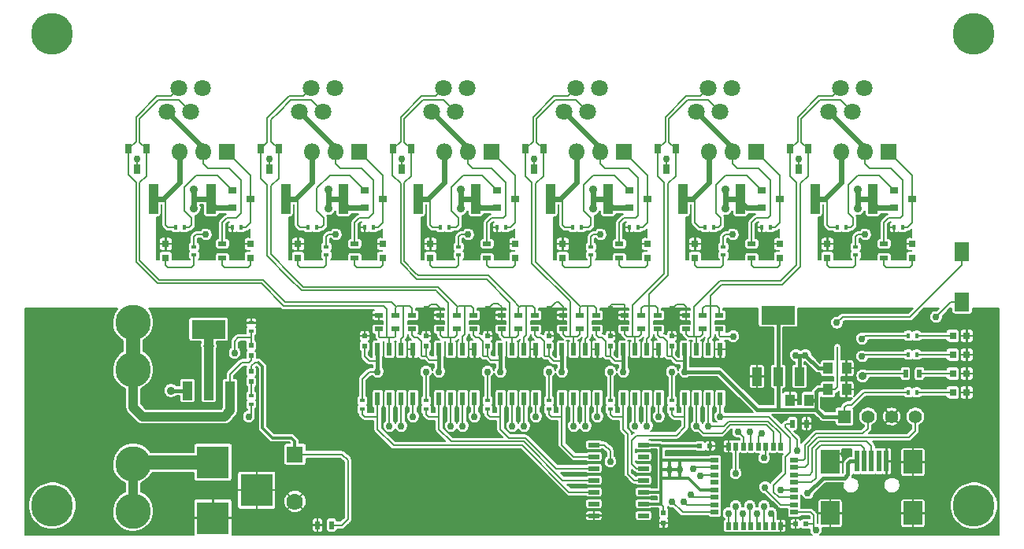
<source format=gtl>
G04 #@! TF.FileFunction,Copper,L1,Top,Signal*
%FSLAX46Y46*%
G04 Gerber Fmt 4.6, Leading zero omitted, Abs format (unit mm)*
G04 Created by KiCad (PCBNEW 4.0.7-e2-6376~58~ubuntu16.04.1) date Sun Apr  1 15:38:29 2018*
%MOMM*%
%LPD*%
G01*
G04 APERTURE LIST*
%ADD10C,0.150000*%
%ADD11C,3.810000*%
%ADD12R,1.800000X1.800000*%
%ADD13O,1.800000X1.800000*%
%ADD14R,0.900000X0.800000*%
%ADD15R,0.800100X1.000760*%
%ADD16R,1.000000X3.200000*%
%ADD17R,0.500380X2.301240*%
%ADD18R,1.998980X2.499360*%
%ADD19C,1.800000*%
%ADD20R,0.600000X0.400000*%
%ADD21R,3.657600X2.032000*%
%ADD22R,1.016000X2.032000*%
%ADD23R,1.778000X1.778000*%
%ADD24C,1.778000*%
%ADD25R,1.600000X2.000000*%
%ADD26R,0.500000X0.900000*%
%ADD27R,0.599440X1.399540*%
%ADD28R,1.143000X0.508000*%
%ADD29R,0.850000X0.540000*%
%ADD30R,0.540000X0.850000*%
%ADD31R,1.397000X1.397000*%
%ADD32C,1.397000*%
%ADD33R,3.500120X3.500120*%
%ADD34R,0.500000X0.600000*%
%ADD35R,1.000000X1.250000*%
%ADD36R,0.600000X0.500000*%
%ADD37R,0.400000X0.600000*%
%ADD38R,0.900000X0.500000*%
%ADD39C,4.500880*%
%ADD40R,0.797560X0.797560*%
%ADD41C,0.889000*%
%ADD42C,1.143000*%
%ADD43C,0.762000*%
%ADD44C,0.203200*%
%ADD45C,0.609600*%
%ADD46C,0.406400*%
%ADD47C,0.304800*%
%ADD48C,1.016000*%
%ADD49C,0.152400*%
%ADD50C,1.524000*%
G04 APERTURE END LIST*
D10*
D11*
X36118800Y-121462800D03*
X36118800Y-116382800D03*
X36118800Y-106222800D03*
X36118800Y-101142800D03*
D12*
X60452000Y-82804000D03*
D13*
X57912000Y-82804000D03*
X55372000Y-82804000D03*
D14*
X60976000Y-86934000D03*
X60976000Y-88834000D03*
X62976000Y-87884000D03*
D15*
X65024000Y-84665820D03*
X64071500Y-82466180D03*
X65976500Y-82466180D03*
D16*
X44502000Y-87884000D03*
X38302000Y-87884000D03*
D17*
X113893600Y-116108480D03*
X114693700Y-116108480D03*
X115493800Y-116108480D03*
X116293900Y-116108480D03*
X117094000Y-116108480D03*
D18*
X111043720Y-116207540D03*
X111043720Y-121706640D03*
X119943880Y-116207540D03*
X119943880Y-121706640D03*
D19*
X43561000Y-75946000D03*
X42291000Y-78486000D03*
X41021000Y-75946000D03*
X39751000Y-78486000D03*
D15*
X36576000Y-84665820D03*
X35623500Y-82466180D03*
X37528500Y-82466180D03*
D20*
X42672000Y-93022000D03*
X42672000Y-93922000D03*
D21*
X105460800Y-100380800D03*
D22*
X105460800Y-106984800D03*
X107746800Y-106984800D03*
X103174800Y-106984800D03*
D23*
X53517800Y-115366800D03*
D24*
X53517800Y-120446800D03*
D25*
X125222000Y-98966000D03*
X125222000Y-93566000D03*
D26*
X57442800Y-122986800D03*
X55942800Y-122986800D03*
D27*
X88823800Y-104063800D03*
X88823800Y-109397800D03*
X90093800Y-104063800D03*
X91363800Y-104063800D03*
X92633800Y-104063800D03*
X90093800Y-109397800D03*
X91363800Y-109397800D03*
X92633800Y-109397800D03*
D21*
X44246800Y-101904800D03*
D22*
X44246800Y-108508800D03*
X46532800Y-108508800D03*
X41960800Y-108508800D03*
D19*
X57785000Y-75946000D03*
X56515000Y-78486000D03*
X55245000Y-75946000D03*
X53975000Y-78486000D03*
X72009000Y-75946000D03*
X70739000Y-78486000D03*
X69469000Y-75946000D03*
X68199000Y-78486000D03*
X86233000Y-75946000D03*
X84963000Y-78486000D03*
X83693000Y-75946000D03*
X82423000Y-78486000D03*
X100457000Y-75946000D03*
X99187000Y-78486000D03*
X97917000Y-75946000D03*
X96647000Y-78486000D03*
X114681000Y-75946000D03*
X113411000Y-78486000D03*
X112141000Y-75946000D03*
X110871000Y-78486000D03*
D28*
X85648800Y-114350800D03*
X85648800Y-115620800D03*
X85648800Y-116890800D03*
X85648800Y-118160800D03*
X85648800Y-119430800D03*
X85648800Y-120700800D03*
X85648800Y-121970800D03*
X90982800Y-121970800D03*
X90982800Y-120700800D03*
X90982800Y-119430800D03*
X90982800Y-118160800D03*
X90982800Y-116890800D03*
X90982800Y-115620800D03*
X90982800Y-114350800D03*
D27*
X62407800Y-104063800D03*
X62407800Y-109397800D03*
X63677800Y-104063800D03*
X64947800Y-104063800D03*
X66217800Y-104063800D03*
X63677800Y-109397800D03*
X64947800Y-109397800D03*
X66217800Y-109397800D03*
X69011800Y-104063800D03*
X69011800Y-109397800D03*
X70281800Y-104063800D03*
X71551800Y-104063800D03*
X72821800Y-104063800D03*
X70281800Y-109397800D03*
X71551800Y-109397800D03*
X72821800Y-109397800D03*
D15*
X50800000Y-84665820D03*
X49847500Y-82466180D03*
X51752500Y-82466180D03*
D27*
X75615800Y-104063800D03*
X75615800Y-109397800D03*
X76885800Y-104063800D03*
X78155800Y-104063800D03*
X79425800Y-104063800D03*
X76885800Y-109397800D03*
X78155800Y-109397800D03*
X79425800Y-109397800D03*
X82219800Y-104063800D03*
X82219800Y-109397800D03*
X83489800Y-104063800D03*
X84759800Y-104063800D03*
X86029800Y-104063800D03*
X83489800Y-109397800D03*
X84759800Y-109397800D03*
X86029800Y-109397800D03*
D15*
X79248000Y-84665820D03*
X78295500Y-82466180D03*
X80200500Y-82466180D03*
X93472000Y-84665820D03*
X92519500Y-82466180D03*
X94424500Y-82466180D03*
D27*
X95427800Y-104063800D03*
X95427800Y-109397800D03*
X96697800Y-104063800D03*
X97967800Y-104063800D03*
X99237800Y-104063800D03*
X96697800Y-109397800D03*
X97967800Y-109397800D03*
X99237800Y-109397800D03*
D15*
X107696000Y-84665820D03*
X106743500Y-82466180D03*
X108648500Y-82466180D03*
D29*
X98645800Y-121595800D03*
X98645800Y-120795800D03*
X98645800Y-119995800D03*
X98645800Y-119195800D03*
X98645800Y-118395800D03*
X98645800Y-117595800D03*
X98645800Y-116795800D03*
X98645800Y-115995800D03*
X98645800Y-115995800D03*
X98645800Y-116795800D03*
X98645800Y-117595800D03*
X98645800Y-118395800D03*
X98645800Y-119195800D03*
X98645800Y-119995800D03*
X98645800Y-120795800D03*
X98645800Y-121595800D03*
X98645800Y-121595800D03*
X98645800Y-120795800D03*
X98645800Y-119995800D03*
X98645800Y-119195800D03*
X98645800Y-118395800D03*
X98645800Y-117595800D03*
X98645800Y-116795800D03*
X98645800Y-115995800D03*
X98645800Y-115995800D03*
X98645800Y-116795800D03*
X98645800Y-117595800D03*
X98645800Y-118395800D03*
X98645800Y-119195800D03*
X98645800Y-119995800D03*
X98645800Y-120795800D03*
X98645800Y-121595800D03*
D30*
X100120800Y-123070800D03*
X100920800Y-123070800D03*
X101720800Y-123070800D03*
X102520800Y-123070800D03*
X103320800Y-123070800D03*
X104120800Y-123070800D03*
X104920800Y-123070800D03*
X105720800Y-123070800D03*
D29*
X107195800Y-121595800D03*
X107195800Y-120795800D03*
X107195800Y-119995800D03*
X107195800Y-119195800D03*
X107195800Y-118395800D03*
X107195800Y-117595800D03*
X107195800Y-116795800D03*
X107195800Y-115995800D03*
D30*
X105720800Y-114520800D03*
X104920800Y-114520800D03*
X104120800Y-114520800D03*
X103320800Y-114520800D03*
X102520800Y-114520800D03*
X101720800Y-114520800D03*
X100920800Y-114520800D03*
X100120800Y-114520800D03*
D31*
X112572800Y-111302800D03*
D32*
X115112800Y-111302800D03*
X117652800Y-111302800D03*
X120192800Y-111302800D03*
D33*
X44704000Y-116227860D03*
X44704000Y-122227340D03*
X49403000Y-119227600D03*
D34*
X48818800Y-104740800D03*
X48818800Y-103640800D03*
D35*
X110810800Y-106095800D03*
X112810800Y-106095800D03*
X110810800Y-108381800D03*
X112810800Y-108381800D03*
D34*
X93141800Y-121674800D03*
X93141800Y-122774800D03*
D36*
X97036800Y-114477800D03*
X98136800Y-114477800D03*
D34*
X61010800Y-103724800D03*
X61010800Y-102624800D03*
X67614800Y-103724800D03*
X67614800Y-102624800D03*
X74218800Y-103724800D03*
X74218800Y-102624800D03*
X80822800Y-103724800D03*
X80822800Y-102624800D03*
X87426800Y-103724800D03*
X87426800Y-102624800D03*
X94030800Y-103724800D03*
X94030800Y-102624800D03*
X48818800Y-106434800D03*
X48818800Y-107534800D03*
D36*
X108423800Y-122859800D03*
X107323800Y-122859800D03*
D20*
X48818800Y-102100800D03*
X48818800Y-101200800D03*
D26*
X108496800Y-112064800D03*
X106996800Y-112064800D03*
D37*
X119438000Y-102616000D03*
X120338000Y-102616000D03*
X119438000Y-104648000D03*
X120338000Y-104648000D03*
D38*
X62534800Y-100392800D03*
X62534800Y-101892800D03*
X64312800Y-101892800D03*
X64312800Y-100392800D03*
X66090800Y-100392800D03*
X66090800Y-101892800D03*
X45720000Y-92722000D03*
X45720000Y-94222000D03*
D20*
X56896000Y-93022000D03*
X56896000Y-93922000D03*
D38*
X69138800Y-100392800D03*
X69138800Y-101892800D03*
X70916800Y-101892800D03*
X70916800Y-100392800D03*
X72694800Y-100392800D03*
X72694800Y-101892800D03*
X59944000Y-92722000D03*
X59944000Y-94222000D03*
D20*
X71120000Y-93022000D03*
X71120000Y-93922000D03*
D38*
X75742800Y-100392800D03*
X75742800Y-101892800D03*
X77520800Y-101892800D03*
X77520800Y-100392800D03*
X79298800Y-100392800D03*
X79298800Y-101892800D03*
X74168000Y-92722000D03*
X74168000Y-94222000D03*
D20*
X85344000Y-93022000D03*
X85344000Y-93922000D03*
D38*
X82346800Y-100392800D03*
X82346800Y-101892800D03*
X84124800Y-101892800D03*
X84124800Y-100392800D03*
X85902800Y-100392800D03*
X85902800Y-101892800D03*
X88392000Y-92722000D03*
X88392000Y-94222000D03*
D20*
X99568000Y-93022000D03*
X99568000Y-93922000D03*
D38*
X88950800Y-100392800D03*
X88950800Y-101892800D03*
X90728800Y-101892800D03*
X90728800Y-100392800D03*
X92506800Y-100392800D03*
X92506800Y-101892800D03*
X102616000Y-92722000D03*
X102616000Y-94222000D03*
D20*
X113792000Y-93022000D03*
X113792000Y-93922000D03*
D38*
X95554800Y-100392800D03*
X95554800Y-101892800D03*
X97332800Y-101892800D03*
X97332800Y-100392800D03*
X99110800Y-100392800D03*
X99110800Y-101892800D03*
X116840000Y-92722000D03*
X116840000Y-94222000D03*
D20*
X48818800Y-109974800D03*
X48818800Y-109074800D03*
X60756800Y-109582800D03*
X60756800Y-110482800D03*
X67614800Y-109582800D03*
X67614800Y-110482800D03*
X74218800Y-109582800D03*
X74218800Y-110482800D03*
X80822800Y-109582800D03*
X80822800Y-110482800D03*
X87426800Y-109582800D03*
X87426800Y-110482800D03*
X94030800Y-109582800D03*
X94030800Y-110482800D03*
D37*
X119438000Y-108712000D03*
X120338000Y-108712000D03*
D26*
X119138000Y-106680000D03*
X120638000Y-106680000D03*
D35*
X108746800Y-109524800D03*
X106746800Y-109524800D03*
D37*
X46794000Y-90932000D03*
X47694000Y-90932000D03*
X41598000Y-90932000D03*
X40698000Y-90932000D03*
X61018000Y-90932000D03*
X61918000Y-90932000D03*
X55822000Y-90932000D03*
X54922000Y-90932000D03*
X75242000Y-90932000D03*
X76142000Y-90932000D03*
X70046000Y-90932000D03*
X69146000Y-90932000D03*
X89466000Y-90932000D03*
X90366000Y-90932000D03*
X84270000Y-90932000D03*
X83370000Y-90932000D03*
X103690000Y-90932000D03*
X104590000Y-90932000D03*
X98494000Y-90932000D03*
X97594000Y-90932000D03*
X117914000Y-90932000D03*
X118814000Y-90932000D03*
X112718000Y-90932000D03*
X111818000Y-90932000D03*
D14*
X46752000Y-86934000D03*
X46752000Y-88834000D03*
X48752000Y-87884000D03*
D12*
X46228000Y-82804000D03*
D13*
X43688000Y-82804000D03*
X41148000Y-82804000D03*
D14*
X75200000Y-86934000D03*
X75200000Y-88834000D03*
X77200000Y-87884000D03*
D12*
X74676000Y-82804000D03*
D13*
X72136000Y-82804000D03*
X69596000Y-82804000D03*
D14*
X89424000Y-86934000D03*
X89424000Y-88834000D03*
X91424000Y-87884000D03*
D12*
X88900000Y-82804000D03*
D13*
X86360000Y-82804000D03*
X83820000Y-82804000D03*
D14*
X103648000Y-86934000D03*
X103648000Y-88834000D03*
X105648000Y-87884000D03*
D12*
X103124000Y-82804000D03*
D13*
X100584000Y-82804000D03*
X98044000Y-82804000D03*
D14*
X117872000Y-86934000D03*
X117872000Y-88834000D03*
X119872000Y-87884000D03*
D12*
X117348000Y-82804000D03*
D13*
X114808000Y-82804000D03*
X112268000Y-82804000D03*
D39*
X27432000Y-120904000D03*
X27432000Y-70104000D03*
X126492000Y-70104000D03*
X126492000Y-120904000D03*
D40*
X125717300Y-106680000D03*
X124218700Y-106680000D03*
X125717300Y-108712000D03*
X124218700Y-108712000D03*
X119888000Y-92722700D03*
X119888000Y-94221300D03*
X110744000Y-92722700D03*
X110744000Y-94221300D03*
X105664000Y-92722700D03*
X105664000Y-94221300D03*
X96520000Y-92722700D03*
X96520000Y-94221300D03*
X91440000Y-92722700D03*
X91440000Y-94221300D03*
X82296000Y-92722700D03*
X82296000Y-94221300D03*
X77216000Y-92722700D03*
X77216000Y-94221300D03*
X68072000Y-92722700D03*
X68072000Y-94221300D03*
X62992000Y-92722700D03*
X62992000Y-94221300D03*
X53848000Y-92722700D03*
X53848000Y-94221300D03*
X39624000Y-92722700D03*
X39624000Y-94221300D03*
X125717300Y-104648000D03*
X124218700Y-104648000D03*
X125717300Y-102616000D03*
X124218700Y-102616000D03*
X48768000Y-92722700D03*
X48768000Y-94221300D03*
D16*
X115622000Y-87884000D03*
X109422000Y-87884000D03*
X101398000Y-87884000D03*
X95198000Y-87884000D03*
X87174000Y-87884000D03*
X80974000Y-87884000D03*
X72950000Y-87884000D03*
X66750000Y-87884000D03*
X58726000Y-87884000D03*
X52526000Y-87884000D03*
D41*
X114554000Y-106934000D03*
X114046000Y-88900000D03*
X99822000Y-88900000D03*
X114046000Y-86868000D03*
X99822000Y-86868000D03*
X85598000Y-88900000D03*
X85598000Y-86868000D03*
X71374000Y-88900000D03*
X71374000Y-86868000D03*
X42672000Y-88900000D03*
X42672000Y-86868000D03*
X57150000Y-86868000D03*
X57150000Y-88900000D03*
X44246800Y-105460800D03*
D42*
X44246800Y-103682800D03*
D43*
X104698800Y-121716800D03*
X114477800Y-104825800D03*
X114477800Y-102920800D03*
X104063800Y-118922800D03*
X105714800Y-119176800D03*
X87426800Y-116128800D03*
X118364000Y-92456000D03*
X104140000Y-92456000D03*
X89916000Y-92456000D03*
X75692000Y-92456000D03*
X36576000Y-83566000D03*
X93472000Y-83566000D03*
X107696000Y-83566000D03*
X79248000Y-83566000D03*
X50800000Y-83566000D03*
X47244000Y-92456000D03*
X61468000Y-92456000D03*
X65024000Y-83566000D03*
X112522000Y-115316000D03*
X103936800Y-103936800D03*
X56692800Y-117144800D03*
X56692800Y-118922800D03*
X56692800Y-120700800D03*
X65074800Y-116890800D03*
X66090800Y-115874800D03*
X65074800Y-118922800D03*
X66090800Y-119938800D03*
X102158800Y-103936800D03*
X92633800Y-107492800D03*
X86029800Y-107492800D03*
X79425800Y-107619800D03*
X72821800Y-107619800D03*
X66217800Y-107619800D03*
X100126800Y-116128800D03*
X109778800Y-112064800D03*
X66090800Y-117906800D03*
X88188800Y-117652800D03*
X78028800Y-120192800D03*
X117398800Y-121716800D03*
X115620800Y-121716800D03*
X113842800Y-121716800D03*
X94030800Y-99745800D03*
X87426800Y-99745800D03*
X80822800Y-99745800D03*
X74218800Y-99745800D03*
X67614800Y-99745800D03*
X122428000Y-100584000D03*
X74218800Y-106476800D03*
X100634800Y-102666800D03*
X94919800Y-117017800D03*
X93776800Y-117017800D03*
X109524800Y-123494800D03*
X67614800Y-106476800D03*
X80822800Y-106476800D03*
X87426800Y-106476800D03*
X94030800Y-106476800D03*
X95427800Y-106476800D03*
X88823800Y-106476800D03*
X82219800Y-106476800D03*
X75615800Y-106476800D03*
X69011800Y-106476800D03*
X62407800Y-106476800D03*
X48564800Y-111302800D03*
D41*
X40182800Y-108508800D03*
D43*
X47040800Y-104444800D03*
X108381800Y-104698800D03*
X108635800Y-119557800D03*
X107365800Y-104698800D03*
X111760000Y-101193600D03*
X107492800Y-114985800D03*
X100888800Y-117398800D03*
X78155800Y-112318800D03*
X100126800Y-121716800D03*
X43942000Y-91694000D03*
X57912000Y-91694000D03*
X100888800Y-120954800D03*
X101650800Y-121716800D03*
X72136000Y-91694000D03*
X86360000Y-91694000D03*
X102412800Y-120954800D03*
X103174800Y-121716800D03*
X100584000Y-91694000D03*
X103936800Y-120954800D03*
X114808000Y-91694000D03*
X63677800Y-112318800D03*
X94030800Y-120446800D03*
X64947800Y-112318800D03*
X95300800Y-120446800D03*
X70281800Y-112318800D03*
X96062800Y-119684800D03*
X71551800Y-112318800D03*
X97078800Y-117652800D03*
X96316800Y-116890800D03*
X76885800Y-112318800D03*
X99237800Y-111302800D03*
X92633800Y-111302800D03*
X86029800Y-111302800D03*
X79425800Y-111302800D03*
X72821800Y-111302800D03*
X66217800Y-111302800D03*
X97967800Y-112318800D03*
X96697800Y-112318800D03*
X83489800Y-112318800D03*
X103936800Y-115747800D03*
X84759800Y-112318800D03*
X103682800Y-113080800D03*
X90093800Y-112318800D03*
X102412800Y-112953800D03*
X91363800Y-112318800D03*
X101142800Y-112953800D03*
D44*
X119138000Y-106680000D02*
X114808000Y-106680000D01*
X114808000Y-106680000D02*
X114554000Y-106934000D01*
D45*
X114046000Y-88900000D02*
X114046000Y-87884000D01*
X99822000Y-87884000D02*
X99822000Y-88900000D01*
X114046000Y-86868000D02*
X114046000Y-87884000D01*
X114046000Y-87884000D02*
X115622000Y-87884000D01*
X101398000Y-87884000D02*
X99822000Y-87884000D01*
X99822000Y-87884000D02*
X99822000Y-86868000D01*
X85598000Y-87884000D02*
X85598000Y-88900000D01*
X87174000Y-87884000D02*
X85598000Y-87884000D01*
X85598000Y-87884000D02*
X85598000Y-86868000D01*
X71374000Y-87884000D02*
X71374000Y-88900000D01*
X72950000Y-87884000D02*
X71374000Y-87884000D01*
X71374000Y-87884000D02*
X71374000Y-86868000D01*
X46752000Y-88834000D02*
X45024000Y-88834000D01*
X45024000Y-88834000D02*
X44502000Y-88312000D01*
X44502000Y-88312000D02*
X44502000Y-87884000D01*
X60976000Y-88834000D02*
X59248000Y-88834000D01*
X59248000Y-88834000D02*
X58726000Y-88312000D01*
X58726000Y-88312000D02*
X58726000Y-87884000D01*
X42672000Y-87884000D02*
X42672000Y-88900000D01*
X44502000Y-87884000D02*
X42672000Y-87884000D01*
X42672000Y-87884000D02*
X42672000Y-86868000D01*
D44*
X60976000Y-88834000D02*
X60910000Y-88900000D01*
D45*
X57150000Y-87884000D02*
X57150000Y-86868000D01*
X57150000Y-88900000D02*
X57150000Y-87884000D01*
X57150000Y-87884000D02*
X58726000Y-87884000D01*
X58726000Y-88190000D02*
X58726000Y-87884000D01*
X75200000Y-88834000D02*
X73472000Y-88834000D01*
X73472000Y-88834000D02*
X72950000Y-88312000D01*
X72950000Y-88312000D02*
X72950000Y-87884000D01*
X89424000Y-88834000D02*
X87696000Y-88834000D01*
X87696000Y-88834000D02*
X87174000Y-88312000D01*
X87174000Y-88312000D02*
X87174000Y-87884000D01*
X103648000Y-88834000D02*
X102042000Y-88834000D01*
X102042000Y-88834000D02*
X101398000Y-88190000D01*
X101398000Y-88190000D02*
X101398000Y-87884000D01*
X117872000Y-88834000D02*
X116012000Y-88834000D01*
X116012000Y-88834000D02*
X115622000Y-88190000D01*
X115622000Y-88190000D02*
X115622000Y-87884000D01*
X115824000Y-87884000D02*
X115622000Y-87884000D01*
X101398000Y-87936000D02*
X101398000Y-87884000D01*
X72950000Y-87936000D02*
X72950000Y-87884000D01*
X87174000Y-87936000D02*
X87174000Y-87884000D01*
X58726000Y-88058000D02*
X58726000Y-87884000D01*
D46*
X44246800Y-103682800D02*
X44246800Y-105460800D01*
D44*
X57442800Y-122986800D02*
X58597800Y-122986800D01*
X58597800Y-122986800D02*
X59232800Y-122351800D01*
X59232800Y-122351800D02*
X59232800Y-116001800D01*
X59232800Y-116001800D02*
X58597800Y-115366800D01*
X58597800Y-115366800D02*
X53517800Y-115366800D01*
X48818800Y-106434800D02*
X48818800Y-105853382D01*
D47*
X53517800Y-113969800D02*
X53517800Y-115366800D01*
X53136800Y-113588800D02*
X53517800Y-113969800D01*
X51104800Y-113588800D02*
X53136800Y-113588800D01*
X50038000Y-112522000D02*
X51104800Y-113588800D01*
X50038000Y-105918000D02*
X50038000Y-112522000D01*
X49580800Y-105460800D02*
X50038000Y-105918000D01*
D44*
X49211382Y-105460800D02*
X49580800Y-105460800D01*
X48818800Y-105853382D02*
X49211382Y-105460800D01*
D46*
X44246800Y-103174800D02*
X44246800Y-103682800D01*
X44246800Y-104444800D02*
X44246800Y-104952800D01*
D48*
X44246800Y-108508800D02*
X44246800Y-105206800D01*
X44246800Y-105206800D02*
X44246800Y-104444800D01*
X44246800Y-104444800D02*
X44246800Y-103174800D01*
X44246800Y-103174800D02*
X44246800Y-101904800D01*
D44*
X45720000Y-92722000D02*
X45720000Y-90424000D01*
X47752000Y-85852000D02*
X46482000Y-84582000D01*
X46482000Y-84582000D02*
X44196000Y-84582000D01*
X44196000Y-84582000D02*
X43688000Y-84074000D01*
X43688000Y-84074000D02*
X43688000Y-82804000D01*
X47752000Y-89408000D02*
X47752000Y-85852000D01*
X47244000Y-89916000D02*
X47752000Y-89408000D01*
X46228000Y-89916000D02*
X47244000Y-89916000D01*
X45720000Y-90424000D02*
X46228000Y-89916000D01*
D45*
X43688000Y-82804000D02*
X43688000Y-82423000D01*
X43688000Y-82423000D02*
X39751000Y-78486000D01*
D44*
X37528500Y-82466180D02*
X37528500Y-85407500D01*
X63931800Y-98983800D02*
X52501800Y-98983800D01*
X52501800Y-98983800D02*
X50088800Y-96570800D01*
X50088800Y-96570800D02*
X38912800Y-96570800D01*
X63931800Y-98983800D02*
X64439800Y-99491800D01*
X36830000Y-94488000D02*
X38912800Y-96570800D01*
X36830000Y-86106000D02*
X36830000Y-94488000D01*
X37528500Y-85407500D02*
X36830000Y-86106000D01*
X42291000Y-78486000D02*
X41021000Y-77216000D01*
X36830000Y-81767680D02*
X37528500Y-82466180D01*
X36830000Y-79248000D02*
X36830000Y-81767680D01*
X38862000Y-77216000D02*
X36830000Y-79248000D01*
X41021000Y-77216000D02*
X38862000Y-77216000D01*
X65201800Y-99364800D02*
X65201800Y-99491800D01*
X65201800Y-102666800D02*
X64947800Y-102920800D01*
X64947800Y-102920800D02*
X64947800Y-104063800D01*
X65201800Y-102666800D02*
X65201800Y-99491800D01*
X64312800Y-100392800D02*
X64312800Y-99618800D01*
X64312800Y-99618800D02*
X64439800Y-99491800D01*
X66090800Y-99618800D02*
X66090800Y-100392800D01*
X64439800Y-99491800D02*
X64566800Y-99364800D01*
X64566800Y-99364800D02*
X65201800Y-99364800D01*
X65201800Y-99364800D02*
X65836800Y-99364800D01*
X65836800Y-99364800D02*
X66090800Y-99618800D01*
X35623500Y-82466180D02*
X35623500Y-85280500D01*
X36423598Y-94656338D02*
X38744462Y-96977202D01*
X36423598Y-86080598D02*
X36423598Y-94656338D01*
X35623500Y-85280500D02*
X36423598Y-86080598D01*
X38744462Y-96977202D02*
X38862000Y-96977202D01*
X35623500Y-82466180D02*
X36423598Y-81666082D01*
X40157402Y-76809598D02*
X41021000Y-75946000D01*
X38693662Y-76809598D02*
X40157402Y-76809598D01*
X36423598Y-79079662D02*
X38693662Y-76809598D01*
X36423598Y-81666082D02*
X36423598Y-79079662D01*
X38862000Y-96977202D02*
X49920462Y-96977202D01*
X38744462Y-96977202D02*
X38862000Y-96977202D01*
X49920462Y-96977202D02*
X52333462Y-99390202D01*
X52333462Y-99390202D02*
X63068202Y-99390202D01*
X63068202Y-99390202D02*
X63423800Y-99745800D01*
X63423800Y-99745800D02*
X63423800Y-102793800D01*
X63677800Y-102793800D02*
X63677800Y-104063800D01*
X62534800Y-101892800D02*
X62534800Y-102666800D01*
X64312800Y-102666800D02*
X64312800Y-101892800D01*
X64185800Y-102793800D02*
X64312800Y-102666800D01*
X62661800Y-102793800D02*
X63423800Y-102793800D01*
X63423800Y-102793800D02*
X63677800Y-102793800D01*
X63677800Y-102793800D02*
X64185800Y-102793800D01*
X62534800Y-102666800D02*
X62661800Y-102793800D01*
X57912000Y-82804000D02*
X57912000Y-84074000D01*
X59944000Y-90424000D02*
X59944000Y-92722000D01*
X61976000Y-85852000D02*
X60960000Y-84836000D01*
X61976000Y-89408000D02*
X61976000Y-85852000D01*
X61468000Y-89916000D02*
X61976000Y-89408000D01*
X60452000Y-89916000D02*
X61468000Y-89916000D01*
X59944000Y-90424000D02*
X60452000Y-89916000D01*
X60706000Y-84582000D02*
X60960000Y-84836000D01*
X58420000Y-84582000D02*
X60706000Y-84582000D01*
X57912000Y-84074000D02*
X58420000Y-84582000D01*
D45*
X57912000Y-82804000D02*
X57912000Y-82423000D01*
X57912000Y-82423000D02*
X53975000Y-78486000D01*
D44*
X51752500Y-82466180D02*
X50952402Y-81666082D01*
X51752500Y-78549500D02*
X53086000Y-77216000D01*
X53086000Y-77216000D02*
X55245000Y-77216000D01*
X55245000Y-77216000D02*
X56515000Y-78486000D01*
X50952402Y-79349598D02*
X51752500Y-78549500D01*
X50952402Y-81666082D02*
X50952402Y-79349598D01*
X51752500Y-82466180D02*
X51752500Y-85661500D01*
X50952402Y-93853000D02*
X53162202Y-96062800D01*
X50952402Y-86461598D02*
X50952402Y-93853000D01*
X51752500Y-85661500D02*
X50952402Y-86461598D01*
X71043800Y-99491800D02*
X68884800Y-97332800D01*
X54432202Y-97332800D02*
X53162202Y-96062800D01*
X53162202Y-96062800D02*
X53149501Y-96050099D01*
X68884800Y-97332800D02*
X54432202Y-97332800D01*
X71805800Y-99364800D02*
X71805800Y-102412800D01*
X71551800Y-102666800D02*
X71551800Y-104063800D01*
X71805800Y-102412800D02*
X71551800Y-102666800D01*
X70916800Y-100392800D02*
X70916800Y-99618800D01*
X70916800Y-99618800D02*
X71043800Y-99491800D01*
X72694800Y-99618800D02*
X72694800Y-100392800D01*
X72440800Y-99364800D02*
X72694800Y-99618800D01*
X71170800Y-99364800D02*
X71805800Y-99364800D01*
X71043800Y-99491800D02*
X71170800Y-99364800D01*
X71805800Y-99364800D02*
X72440800Y-99364800D01*
X55245000Y-75946000D02*
X54381402Y-76809598D01*
X50546000Y-81767680D02*
X49847500Y-82466180D01*
X50546000Y-79181260D02*
X50546000Y-81767680D01*
X52917662Y-76809598D02*
X50546000Y-79181260D01*
X54381402Y-76809598D02*
X52917662Y-76809598D01*
X52925631Y-96400969D02*
X50546000Y-94021338D01*
X49847500Y-85661500D02*
X49847500Y-82466180D01*
X50546000Y-86360000D02*
X49847500Y-85661500D01*
X50546000Y-94021338D02*
X50546000Y-86360000D01*
X54259131Y-97734469D02*
X54263864Y-97739202D01*
X54263864Y-97739202D02*
X68716462Y-97739202D01*
X68716462Y-97739202D02*
X68843462Y-97866202D01*
X70027800Y-99618800D02*
X70027800Y-99050540D01*
X70027800Y-99618800D02*
X70027800Y-102793800D01*
X70027800Y-99050540D02*
X68843462Y-97866202D01*
X52925631Y-96400969D02*
X54259131Y-97734469D01*
X52925631Y-96400969D02*
X52993864Y-96469202D01*
X70281800Y-104063800D02*
X70281800Y-102793800D01*
X69138800Y-101892800D02*
X69138800Y-102539800D01*
X69392800Y-102793800D02*
X70027800Y-102793800D01*
X69138800Y-102539800D02*
X69392800Y-102793800D01*
X70916800Y-102539800D02*
X70916800Y-101892800D01*
X70662800Y-102793800D02*
X70916800Y-102539800D01*
X70027800Y-102793800D02*
X70281800Y-102793800D01*
X70281800Y-102793800D02*
X70662800Y-102793800D01*
X74168000Y-92722000D02*
X74168000Y-90424000D01*
X72136000Y-84074000D02*
X72136000Y-82804000D01*
X72644000Y-84582000D02*
X72136000Y-84074000D01*
X74676000Y-84582000D02*
X72644000Y-84582000D01*
X76200000Y-86106000D02*
X74676000Y-84582000D01*
X76200000Y-89662000D02*
X76200000Y-86106000D01*
X75946000Y-89916000D02*
X76200000Y-89662000D01*
X74676000Y-89916000D02*
X75946000Y-89916000D01*
X74168000Y-90424000D02*
X74676000Y-89916000D01*
D45*
X72136000Y-82804000D02*
X72136000Y-82423000D01*
X72136000Y-82423000D02*
X68199000Y-78486000D01*
D44*
X77647800Y-99491800D02*
X76919170Y-98763170D01*
X66776598Y-96113598D02*
X74269598Y-96113598D01*
X74269598Y-96113598D02*
X76919170Y-98763170D01*
X65976500Y-85407500D02*
X65976500Y-82466180D01*
X65278000Y-94615000D02*
X66471800Y-95808800D01*
X65278000Y-86106000D02*
X65278000Y-94615000D01*
X65976500Y-85407500D02*
X65278000Y-86106000D01*
X66471800Y-95808800D02*
X66776598Y-96113598D01*
X70739000Y-78486000D02*
X69469000Y-77216000D01*
X69469000Y-77216000D02*
X67310000Y-77216000D01*
X67310000Y-77216000D02*
X65278000Y-79248000D01*
X65278000Y-79248000D02*
X65278000Y-81767680D01*
X65278000Y-81767680D02*
X65976500Y-82466180D01*
X77681170Y-99458430D02*
X77647800Y-99491800D01*
X78409800Y-99364800D02*
X78409800Y-102539800D01*
X78155800Y-102793800D02*
X78155800Y-104063800D01*
X78409800Y-102539800D02*
X78155800Y-102793800D01*
X77520800Y-100392800D02*
X77520800Y-99618800D01*
X79298800Y-99618800D02*
X79298800Y-100392800D01*
X79044800Y-99364800D02*
X79298800Y-99618800D01*
X77774800Y-99364800D02*
X78409800Y-99364800D01*
X78409800Y-99364800D02*
X79044800Y-99364800D01*
X77520800Y-99618800D02*
X77647800Y-99491800D01*
X77647800Y-99491800D02*
X77774800Y-99364800D01*
X64071500Y-82466180D02*
X64871598Y-81666082D01*
X68605402Y-76809598D02*
X69469000Y-75946000D01*
X67141662Y-76809598D02*
X68605402Y-76809598D01*
X64871598Y-79079662D02*
X67141662Y-76809598D01*
X64871598Y-81666082D02*
X64871598Y-79079662D01*
X66608260Y-96520000D02*
X64871598Y-94783338D01*
X66608260Y-96520000D02*
X74101260Y-96520000D01*
X76631800Y-102793800D02*
X76631800Y-99050540D01*
X74101260Y-96520000D02*
X76631800Y-99050540D01*
X64008000Y-85344000D02*
X64008000Y-82529680D01*
X64871598Y-86207598D02*
X64008000Y-85344000D01*
X64871598Y-94783338D02*
X64871598Y-86207598D01*
X64008000Y-82529680D02*
X64071500Y-82466180D01*
X76885800Y-102793800D02*
X76885800Y-104063800D01*
X75742800Y-101892800D02*
X75742800Y-102539800D01*
X77520800Y-102539800D02*
X77520800Y-101892800D01*
X77266800Y-102793800D02*
X77520800Y-102539800D01*
X75996800Y-102793800D02*
X76631800Y-102793800D01*
X76631800Y-102793800D02*
X76885800Y-102793800D01*
X76885800Y-102793800D02*
X77266800Y-102793800D01*
X75742800Y-102539800D02*
X75996800Y-102793800D01*
X88392000Y-92722000D02*
X88392000Y-90424000D01*
X86360000Y-84074000D02*
X86360000Y-82804000D01*
X86868000Y-84582000D02*
X86360000Y-84074000D01*
X89408000Y-84582000D02*
X86868000Y-84582000D01*
X90424000Y-85598000D02*
X89408000Y-84582000D01*
X90424000Y-89662000D02*
X90424000Y-85598000D01*
X90170000Y-89916000D02*
X90424000Y-89662000D01*
X88900000Y-89916000D02*
X90170000Y-89916000D01*
X88392000Y-90424000D02*
X88900000Y-89916000D01*
D45*
X86360000Y-82804000D02*
X86360000Y-82423000D01*
X86360000Y-82423000D02*
X82423000Y-78486000D01*
D44*
X84963000Y-78486000D02*
X83693000Y-77216000D01*
X79502000Y-81767680D02*
X80200500Y-82466180D01*
X79502000Y-79248000D02*
X79502000Y-81767680D01*
X81534000Y-77216000D02*
X79502000Y-79248000D01*
X83693000Y-77216000D02*
X81534000Y-77216000D01*
X84251800Y-99491800D02*
X83820000Y-99060000D01*
X80200500Y-85407500D02*
X80200500Y-82466180D01*
X79400402Y-86207598D02*
X79400402Y-94640402D01*
X80200500Y-85407500D02*
X79400402Y-86207598D01*
X83820000Y-99060000D02*
X79400402Y-94640402D01*
X85013800Y-99364800D02*
X85013800Y-102666800D01*
X84759800Y-102920800D02*
X84759800Y-104063800D01*
X85013800Y-102666800D02*
X84759800Y-102920800D01*
X84124800Y-100392800D02*
X84124800Y-99618800D01*
X85902800Y-99618800D02*
X85902800Y-100392800D01*
X85648800Y-99364800D02*
X85902800Y-99618800D01*
X84378800Y-99364800D02*
X85013800Y-99364800D01*
X85013800Y-99364800D02*
X85648800Y-99364800D01*
X84124800Y-99618800D02*
X84251800Y-99491800D01*
X84251800Y-99491800D02*
X84378800Y-99364800D01*
X78295500Y-82466180D02*
X79095598Y-81666082D01*
X82829402Y-76809598D02*
X83693000Y-75946000D01*
X81365662Y-76809598D02*
X82829402Y-76809598D01*
X79095598Y-79079662D02*
X81365662Y-76809598D01*
X79095598Y-81666082D02*
X79095598Y-79079662D01*
X83108800Y-98923540D02*
X78994000Y-94808740D01*
X83108800Y-102666800D02*
X83108800Y-98923540D01*
X78295500Y-85407500D02*
X78295500Y-82466180D01*
X78994000Y-86106000D02*
X78295500Y-85407500D01*
X78994000Y-94808740D02*
X78994000Y-86106000D01*
X83489800Y-102666800D02*
X83489800Y-104063800D01*
X82346800Y-101892800D02*
X82346800Y-102412800D01*
X84124800Y-102412800D02*
X84124800Y-101892800D01*
X83870800Y-102666800D02*
X84124800Y-102412800D01*
X82600800Y-102666800D02*
X83108800Y-102666800D01*
X83108800Y-102666800D02*
X83235800Y-102666800D01*
X83235800Y-102666800D02*
X83489800Y-102666800D01*
X83489800Y-102666800D02*
X83870800Y-102666800D01*
X82346800Y-102412800D02*
X82600800Y-102666800D01*
X102616000Y-92722000D02*
X102616000Y-90424000D01*
X100584000Y-84074000D02*
X100584000Y-82804000D01*
X101092000Y-84582000D02*
X100584000Y-84074000D01*
X103378000Y-84582000D02*
X101092000Y-84582000D01*
X104648000Y-85852000D02*
X103378000Y-84582000D01*
X104648000Y-89662000D02*
X104648000Y-85852000D01*
X104394000Y-89916000D02*
X104648000Y-89662000D01*
X103124000Y-89916000D02*
X104394000Y-89916000D01*
X102616000Y-90424000D02*
X103124000Y-89916000D01*
D45*
X100584000Y-82804000D02*
X100584000Y-82423000D01*
X100584000Y-82423000D02*
X96647000Y-78486000D01*
D44*
X91617800Y-99364800D02*
X91617800Y-98094800D01*
X94424500Y-85407500D02*
X94424500Y-82466180D01*
X93624402Y-86207598D02*
X94424500Y-85407500D01*
X93624402Y-96088198D02*
X93624402Y-86207598D01*
X91617800Y-98094800D02*
X93624402Y-96088198D01*
X99187000Y-78486000D02*
X97917000Y-77216000D01*
X97917000Y-77216000D02*
X95758000Y-77216000D01*
X95758000Y-77216000D02*
X93726000Y-79248000D01*
X93726000Y-79248000D02*
X93726000Y-81767680D01*
X93726000Y-81767680D02*
X94424500Y-82466180D01*
X91617800Y-99364800D02*
X91617800Y-102666800D01*
X91363800Y-102920800D02*
X91363800Y-104063800D01*
X91617800Y-102666800D02*
X91363800Y-102920800D01*
X90728800Y-100392800D02*
X90728800Y-99618800D01*
X90982800Y-99364800D02*
X91617800Y-99364800D01*
X90728800Y-99618800D02*
X90982800Y-99364800D01*
X92506800Y-99618800D02*
X92506800Y-100392800D01*
X92252800Y-99364800D02*
X92506800Y-99618800D01*
X91617800Y-99364800D02*
X92252800Y-99364800D01*
X92519500Y-82466180D02*
X92519500Y-85407500D01*
X89839800Y-99933060D02*
X89839800Y-99298060D01*
X89839800Y-99933060D02*
X89839800Y-102666800D01*
X93218000Y-95919860D02*
X89839800Y-99298060D01*
X93218000Y-86106000D02*
X93218000Y-95919860D01*
X92519500Y-85407500D02*
X93218000Y-86106000D01*
X92519500Y-82466180D02*
X93319598Y-81666082D01*
X97053402Y-76809598D02*
X97917000Y-75946000D01*
X95589662Y-76809598D02*
X97053402Y-76809598D01*
X93319598Y-79079662D02*
X95589662Y-76809598D01*
X93319598Y-81666082D02*
X93319598Y-79079662D01*
X90093800Y-102666800D02*
X90093800Y-104063800D01*
X88950800Y-101892800D02*
X88950800Y-102412800D01*
X89204800Y-102666800D02*
X89839800Y-102666800D01*
X88950800Y-102412800D02*
X89204800Y-102666800D01*
X90728800Y-102412800D02*
X90728800Y-101892800D01*
X90474800Y-102666800D02*
X90728800Y-102412800D01*
X89839800Y-102666800D02*
X90093800Y-102666800D01*
X90093800Y-102666800D02*
X90474800Y-102666800D01*
X116840000Y-92722000D02*
X116840000Y-90424000D01*
X114808000Y-84074000D02*
X114808000Y-82804000D01*
X115316000Y-84582000D02*
X114808000Y-84074000D01*
X117602000Y-84582000D02*
X115316000Y-84582000D01*
X118872000Y-85852000D02*
X117602000Y-84582000D01*
X118872000Y-89662000D02*
X118872000Y-85852000D01*
X118618000Y-89916000D02*
X118872000Y-89662000D01*
X117348000Y-89916000D02*
X118618000Y-89916000D01*
X116840000Y-90424000D02*
X117348000Y-89916000D01*
D45*
X114808000Y-82804000D02*
X114808000Y-82423000D01*
X114808000Y-82423000D02*
X110871000Y-78486000D01*
X114808000Y-82550000D02*
X114808000Y-82423000D01*
D44*
X105841798Y-97104202D02*
X105908538Y-97104202D01*
X100507800Y-97104202D02*
X105079800Y-97104202D01*
X105816398Y-97104202D02*
X105079800Y-97104202D01*
X105816398Y-97104202D02*
X105841798Y-97104202D01*
X108648500Y-85407500D02*
X108648500Y-82466180D01*
X107848402Y-86207598D02*
X108648500Y-85407500D01*
X107848402Y-95164338D02*
X107848402Y-86207598D01*
X105908538Y-97104202D02*
X107848402Y-95164338D01*
X113411000Y-78486000D02*
X112141000Y-77216000D01*
X112141000Y-77216000D02*
X109982000Y-77216000D01*
X109982000Y-77216000D02*
X107950000Y-79248000D01*
X107950000Y-79248000D02*
X107950000Y-81767680D01*
X107950000Y-81767680D02*
X108648500Y-82466180D01*
X100507800Y-97104202D02*
X99406138Y-97104202D01*
X98221800Y-98729800D02*
X98221800Y-99364800D01*
X98221800Y-98288540D02*
X98221800Y-98729800D01*
X99406138Y-97104202D02*
X98221800Y-98288540D01*
X100482398Y-97104202D02*
X100507800Y-97104202D01*
X98221800Y-99364800D02*
X98221800Y-102666800D01*
X98221800Y-102666800D02*
X97967800Y-102920800D01*
X97967800Y-102920800D02*
X97967800Y-104063800D01*
X97332800Y-100392800D02*
X97332800Y-99618800D01*
X97586800Y-99364800D02*
X98221800Y-99364800D01*
X97332800Y-99618800D02*
X97586800Y-99364800D01*
X99110800Y-99618800D02*
X99110800Y-100392800D01*
X98856800Y-99364800D02*
X99110800Y-99618800D01*
X98221800Y-99364800D02*
X98856800Y-99364800D01*
X105410000Y-96697800D02*
X105740200Y-96697800D01*
X106743500Y-85407500D02*
X107442000Y-86106000D01*
X107442000Y-86106000D02*
X107442000Y-94996000D01*
X107442000Y-94996000D02*
X106680000Y-95758000D01*
X106743500Y-85407500D02*
X106743500Y-82466180D01*
X105740200Y-96697800D02*
X106680000Y-95758000D01*
X106743500Y-82466180D02*
X107543598Y-81666082D01*
X107543598Y-81666082D02*
X107543598Y-79079662D01*
X107543598Y-79079662D02*
X109813662Y-76809598D01*
X109813662Y-76809598D02*
X111277402Y-76809598D01*
X111277402Y-76809598D02*
X112141000Y-75946000D01*
X96443800Y-99491800D02*
X99237800Y-96697800D01*
X99237800Y-96697800D02*
X100314060Y-96697800D01*
X100314060Y-96697800D02*
X105410000Y-96697800D01*
X105410000Y-96697800D02*
X105460800Y-96697800D01*
X96443800Y-99933060D02*
X96443800Y-102666800D01*
X96443800Y-99933060D02*
X96443800Y-99491800D01*
X96697800Y-102666800D02*
X96697800Y-104063800D01*
X95554800Y-101892800D02*
X95554800Y-102412800D01*
X97332800Y-102412800D02*
X97332800Y-101892800D01*
X97078800Y-102666800D02*
X97332800Y-102412800D01*
X95808800Y-102666800D02*
X96443800Y-102666800D01*
X96443800Y-102666800D02*
X96697800Y-102666800D01*
X96697800Y-102666800D02*
X97078800Y-102666800D01*
X95554800Y-102412800D02*
X95808800Y-102666800D01*
X114477800Y-104825800D02*
X114655600Y-104648000D01*
X104698800Y-121716800D02*
X104920800Y-121938800D01*
X104920800Y-123070800D02*
X104920800Y-121938800D01*
X114655600Y-104648000D02*
X119438000Y-104648000D01*
X107195800Y-115995800D02*
X108133800Y-115995800D01*
X108133800Y-115995800D02*
X108305594Y-115824006D01*
X108305594Y-115824006D02*
X108305594Y-114353786D01*
X108305594Y-114353786D02*
X109527786Y-113131594D01*
X109527786Y-113131594D02*
X114554006Y-113131594D01*
X114554006Y-113131594D02*
X115112800Y-112572800D01*
X115112800Y-112572800D02*
X115112800Y-111302800D01*
X107195800Y-116795800D02*
X108349800Y-116795800D01*
X108349800Y-116795800D02*
X108711996Y-116433604D01*
X108711996Y-116433604D02*
X108711996Y-114522124D01*
X108711996Y-114522124D02*
X109696124Y-113537996D01*
X109696124Y-113537996D02*
X119481604Y-113537996D01*
X119481604Y-113537996D02*
X120192800Y-112826800D01*
X120192800Y-112826800D02*
X120192800Y-111302800D01*
X114477800Y-102920800D02*
X114782600Y-102616000D01*
X114782600Y-102616000D02*
X119438000Y-102616000D01*
X107195800Y-120795800D02*
X105743060Y-120795800D01*
X104063800Y-119116540D02*
X104063800Y-118922800D01*
X105743060Y-120795800D02*
X104063800Y-119116540D01*
X107195800Y-118395800D02*
X109035800Y-118395800D01*
X109035800Y-118395800D02*
X109524800Y-117906800D01*
X109524800Y-117906800D02*
X109524800Y-114858800D01*
X109524800Y-114858800D02*
X110032800Y-114350800D01*
X114693700Y-116108480D02*
X114693700Y-114693700D01*
X114693700Y-114693700D02*
X114350800Y-114350800D01*
X114350800Y-114350800D02*
X110032800Y-114350800D01*
X109364430Y-114444430D02*
X109118398Y-114690462D01*
X109118398Y-114690462D02*
X109118398Y-117297202D01*
X109118398Y-117297202D02*
X108819800Y-117595800D01*
X108819800Y-117595800D02*
X107195800Y-117595800D01*
X114960398Y-113944398D02*
X109864462Y-113944398D01*
X109864462Y-113944398D02*
X109364430Y-114444430D01*
X115493800Y-116108480D02*
X115493800Y-114477800D01*
X115493800Y-114477800D02*
X114960398Y-113944398D01*
X105733800Y-119195800D02*
X105714800Y-119176800D01*
X107195800Y-119195800D02*
X105733800Y-119195800D01*
X86791800Y-114350800D02*
X85648800Y-114350800D01*
X87426800Y-114985800D02*
X86791800Y-114350800D01*
X87426800Y-115747800D02*
X87426800Y-114985800D01*
X87426800Y-116128800D02*
X87426800Y-115747800D01*
X119888000Y-92722700D02*
X118630700Y-92722700D01*
X118630700Y-92722700D02*
X118364000Y-92456000D01*
X105664000Y-92722700D02*
X104406700Y-92722700D01*
X104406700Y-92722700D02*
X104140000Y-92456000D01*
X91440000Y-92722700D02*
X90182700Y-92722700D01*
X90182700Y-92722700D02*
X89916000Y-92456000D01*
X75692000Y-92456000D02*
X75958700Y-92722700D01*
X75958700Y-92722700D02*
X77216000Y-92722700D01*
X36576000Y-84665820D02*
X36576000Y-83566000D01*
X93472000Y-84665820D02*
X93472000Y-83566000D01*
X107696000Y-84665820D02*
X107696000Y-83566000D01*
X79248000Y-84665820D02*
X79248000Y-83566000D01*
X50800000Y-84665820D02*
X50800000Y-83566000D01*
X48768000Y-92722700D02*
X47510700Y-92722700D01*
X47510700Y-92722700D02*
X47244000Y-92456000D01*
X62992000Y-92722700D02*
X61734700Y-92722700D01*
X61734700Y-92722700D02*
X61468000Y-92456000D01*
X65024000Y-84665820D02*
X65024000Y-83566000D01*
X111043720Y-116207540D02*
X111935260Y-115316000D01*
X111935260Y-115316000D02*
X112522000Y-115316000D01*
X56692800Y-117144800D02*
X56692800Y-118922800D01*
X65074800Y-116890800D02*
X66090800Y-115874800D01*
X65074800Y-118922800D02*
X66090800Y-119938800D01*
D49*
X103174800Y-106984800D02*
X103174800Y-104952800D01*
X103174800Y-104952800D02*
X102158800Y-103936800D01*
D44*
X92633800Y-104063800D02*
X92633800Y-107492800D01*
X86029800Y-104063800D02*
X86029800Y-107492800D01*
X79425800Y-104063800D02*
X79425800Y-107619800D01*
X72821800Y-104063800D02*
X72821800Y-107619800D01*
X66217800Y-104063800D02*
X66217800Y-107619800D01*
X100120800Y-114520800D02*
X100120800Y-116122800D01*
X100120800Y-116122800D02*
X100126800Y-116128800D01*
X108496800Y-112064800D02*
X109778800Y-112064800D01*
X66217800Y-120573800D02*
X66090800Y-120446800D01*
X66090800Y-120446800D02*
X66090800Y-117906800D01*
X78028800Y-120192800D02*
X75996800Y-122224800D01*
X75996800Y-122224800D02*
X67868800Y-122224800D01*
X67868800Y-122224800D02*
X66217800Y-120573800D01*
X85648800Y-121970800D02*
X87553800Y-121970800D01*
X87553800Y-121970800D02*
X88188800Y-121335800D01*
X88188800Y-121335800D02*
X88188800Y-117652800D01*
X85648800Y-121970800D02*
X79806800Y-121970800D01*
X79806800Y-121970800D02*
X78028800Y-120192800D01*
X115620800Y-121716800D02*
X117398800Y-121716800D01*
X113842800Y-121716800D02*
X115620800Y-121716800D01*
X111043720Y-121706640D02*
X113832640Y-121706640D01*
X113832640Y-121706640D02*
X113842800Y-121716800D01*
X111043720Y-121706640D02*
X109641640Y-121706640D01*
X109641640Y-121706640D02*
X109524800Y-121589800D01*
X106433800Y-123070800D02*
X106433800Y-122267800D01*
X106433800Y-122267800D02*
X106476800Y-122224800D01*
X105720800Y-123070800D02*
X106433800Y-123070800D01*
X106433800Y-123070800D02*
X106476800Y-123113800D01*
X106476800Y-123113800D02*
X106476800Y-123494800D01*
X106476800Y-123494800D02*
X106730800Y-123748800D01*
D49*
X95554800Y-100392800D02*
X95554800Y-99491800D01*
X94538800Y-99237800D02*
X94030800Y-99745800D01*
X95300800Y-99237800D02*
X94538800Y-99237800D01*
X95554800Y-99491800D02*
X95300800Y-99237800D01*
X88950800Y-100392800D02*
X88950800Y-99237800D01*
X87426800Y-99364800D02*
X87426800Y-99745800D01*
X87553800Y-99237800D02*
X87426800Y-99364800D01*
X88950800Y-99237800D02*
X87553800Y-99237800D01*
X82346800Y-100392800D02*
X82346800Y-99491800D01*
X81584800Y-98983800D02*
X80822800Y-99745800D01*
X81838800Y-98983800D02*
X81584800Y-98983800D01*
X82346800Y-99491800D02*
X81838800Y-98983800D01*
X75742800Y-100392800D02*
X75742800Y-99491800D01*
X74853800Y-99110800D02*
X74218800Y-99745800D01*
X75361800Y-99110800D02*
X74853800Y-99110800D01*
X75742800Y-99491800D02*
X75361800Y-99110800D01*
X69138800Y-100392800D02*
X69138800Y-99618800D01*
X68122800Y-99237800D02*
X67614800Y-99745800D01*
X68757800Y-99237800D02*
X68122800Y-99237800D01*
X69138800Y-99618800D02*
X68757800Y-99237800D01*
D44*
X125222000Y-98966000D02*
X124046000Y-98966000D01*
X124046000Y-98966000D02*
X122428000Y-100584000D01*
X119438000Y-108712000D02*
X114655600Y-108712000D01*
X113334800Y-110032800D02*
X112826800Y-110032800D01*
X112826800Y-110032800D02*
X112572800Y-110286800D01*
X112572800Y-110286800D02*
X112572800Y-111302800D01*
X114655600Y-108712000D02*
X113334800Y-110032800D01*
D46*
X109524800Y-109524800D02*
X109524800Y-108635800D01*
X109778800Y-108381800D02*
X110810800Y-108381800D01*
X109524800Y-108635800D02*
X109778800Y-108381800D01*
X105460800Y-106984800D02*
X105460800Y-100380800D01*
X105460800Y-106984800D02*
X105460800Y-110540800D01*
X105460800Y-110540800D02*
X105460800Y-110413800D01*
X105460800Y-110413800D02*
X105460800Y-110540800D01*
D44*
X74218800Y-109582800D02*
X74218800Y-106476800D01*
X99110800Y-101892800D02*
X99110800Y-102539800D01*
X99110800Y-102539800D02*
X99237800Y-102666800D01*
X99237800Y-102666800D02*
X100634800Y-102666800D01*
X60756800Y-109582800D02*
X60756800Y-107238800D01*
X60756800Y-107238800D02*
X61518800Y-106476800D01*
X61518800Y-106476800D02*
X62407800Y-106476800D01*
D47*
X93776800Y-117017800D02*
X93776800Y-115995800D01*
X93776800Y-115995800D02*
X93776800Y-116001800D01*
X93776800Y-116001800D02*
X93776800Y-115995800D01*
X93776800Y-117017800D02*
X93776800Y-117906800D01*
X93776800Y-117906800D02*
X93776800Y-117779800D01*
X93776800Y-117779800D02*
X93776800Y-117906800D01*
X94919800Y-117017800D02*
X94919800Y-117906800D01*
X94919800Y-117906800D02*
X94919800Y-117779800D01*
X94919800Y-117779800D02*
X94919800Y-117906800D01*
X94919800Y-115995800D02*
X94919800Y-117017800D01*
X93776800Y-117017800D02*
X94919800Y-117017800D01*
X92887800Y-117017800D02*
X93776800Y-117017800D01*
D44*
X108423800Y-122859800D02*
X109270800Y-122859800D01*
X109270800Y-122859800D02*
X109270800Y-122732800D01*
X107195800Y-121595800D02*
X108956060Y-121595800D01*
X108956060Y-121595800D02*
X109270800Y-121910540D01*
X109270800Y-121910540D02*
X109270800Y-122732800D01*
X109270800Y-122732800D02*
X109270800Y-123240800D01*
X109270800Y-123240800D02*
X109524800Y-123494800D01*
D47*
X98645800Y-115995800D02*
X94919800Y-115995800D01*
X94919800Y-115995800D02*
X93776800Y-115995800D01*
X93776800Y-115995800D02*
X92887800Y-115995800D01*
X95808800Y-117906800D02*
X94919800Y-117906800D01*
X94919800Y-117906800D02*
X93776800Y-117906800D01*
X93776800Y-117906800D02*
X92887800Y-117906800D01*
X92887800Y-117906800D02*
X93014800Y-117906800D01*
X93014800Y-117906800D02*
X92887800Y-117906800D01*
X90982800Y-119430800D02*
X92887800Y-119430800D01*
X92887800Y-119430800D02*
X92760800Y-119430800D01*
X92760800Y-119430800D02*
X92887800Y-119430800D01*
X92887800Y-114477800D02*
X92887800Y-116128800D01*
X92887800Y-116128800D02*
X92887800Y-117017800D01*
X92887800Y-117017800D02*
X92887800Y-117906800D01*
X92887800Y-117906800D02*
X92887800Y-119430800D01*
X92887800Y-119430800D02*
X92887800Y-120700800D01*
X97036800Y-114477800D02*
X92887800Y-114477800D01*
X92887800Y-114477800D02*
X92760800Y-114350800D01*
X92760800Y-114350800D02*
X90982800Y-114350800D01*
X96909800Y-114350800D02*
X97036800Y-114477800D01*
X98645800Y-119195800D02*
X97097800Y-119195800D01*
X97097800Y-119195800D02*
X95808800Y-117906800D01*
D46*
X109524800Y-110540800D02*
X110286800Y-111302800D01*
X110286800Y-111302800D02*
X112572800Y-111302800D01*
X108496800Y-109524800D02*
X109524800Y-109524800D01*
X109524800Y-109524800D02*
X109524800Y-110540800D01*
X101396800Y-108762800D02*
X103174800Y-110540800D01*
X103174800Y-110540800D02*
X105460800Y-110540800D01*
X105460800Y-110540800D02*
X109524800Y-110540800D01*
X95427800Y-106476800D02*
X99110800Y-106476800D01*
X99110800Y-106476800D02*
X101396800Y-108762800D01*
X101396800Y-108762800D02*
X101269800Y-108635800D01*
D44*
X111810800Y-103842800D02*
X111810800Y-108127800D01*
X111810800Y-108127800D02*
X111556800Y-108381800D01*
X111556800Y-108381800D02*
X110810800Y-108381800D01*
X93141800Y-121674800D02*
X93141800Y-120954800D01*
D47*
X92887800Y-120700800D02*
X90982800Y-120700800D01*
D44*
X93141800Y-120954800D02*
X92887800Y-120700800D01*
X67614800Y-109582800D02*
X67614800Y-106476800D01*
X80822800Y-109582800D02*
X80822800Y-106476800D01*
X87426800Y-109582800D02*
X87426800Y-106603800D01*
X87426800Y-106603800D02*
X87426800Y-106476800D01*
X94030800Y-109582800D02*
X94030800Y-106476800D01*
X94030800Y-104825800D02*
X94538800Y-105333800D01*
X94538800Y-105333800D02*
X95427800Y-105333800D01*
X95427800Y-105333800D02*
X95300800Y-105333800D01*
X95300800Y-105333800D02*
X95427800Y-105333800D01*
X94030800Y-103724800D02*
X94030800Y-104825800D01*
X92506800Y-102539800D02*
X92760800Y-102793800D01*
X92760800Y-102793800D02*
X93141800Y-102793800D01*
X93141800Y-102793800D02*
X93522800Y-103174800D01*
X93522800Y-103174800D02*
X93522800Y-104698800D01*
X93522800Y-104698800D02*
X93649800Y-104825800D01*
X93649800Y-104825800D02*
X94030800Y-104825800D01*
X92506800Y-102539800D02*
X92506800Y-101892800D01*
X87426800Y-104825800D02*
X87934800Y-105333800D01*
X87934800Y-105333800D02*
X88823800Y-105333800D01*
X87426800Y-103724800D02*
X87426800Y-104825800D01*
X85902800Y-102539800D02*
X86156800Y-102793800D01*
X86156800Y-102793800D02*
X86537800Y-102793800D01*
X86537800Y-102793800D02*
X86918800Y-103174800D01*
X86918800Y-103174800D02*
X86918800Y-104698800D01*
X86918800Y-104698800D02*
X87045800Y-104825800D01*
X87045800Y-104825800D02*
X87426800Y-104825800D01*
X85902800Y-102539800D02*
X85902800Y-101892800D01*
X80822800Y-104825800D02*
X81330800Y-105333800D01*
X81330800Y-105333800D02*
X82219800Y-105333800D01*
X82219800Y-105333800D02*
X82092800Y-105333800D01*
X82092800Y-105333800D02*
X82219800Y-105333800D01*
D46*
X95427800Y-104063800D02*
X95427800Y-105333800D01*
X95427800Y-105333800D02*
X95427800Y-106476800D01*
X88823800Y-104063800D02*
X88823800Y-105333800D01*
X88823800Y-105333800D02*
X88823800Y-106476800D01*
X82219800Y-104063800D02*
X82219800Y-105333800D01*
X82219800Y-105333800D02*
X82219800Y-106476800D01*
D44*
X80822800Y-103724800D02*
X80822800Y-104825800D01*
X79298800Y-102539800D02*
X79552800Y-102793800D01*
X79552800Y-102793800D02*
X79933800Y-102793800D01*
X79933800Y-102793800D02*
X80314800Y-103174800D01*
X80314800Y-103174800D02*
X80314800Y-104698800D01*
X80314800Y-104698800D02*
X80441800Y-104825800D01*
X80441800Y-104825800D02*
X80822800Y-104825800D01*
X79298800Y-102539800D02*
X79298800Y-101892800D01*
X61010800Y-103724800D02*
X61010800Y-104825800D01*
X61518800Y-105333800D02*
X62407800Y-105333800D01*
X61010800Y-104825800D02*
X61518800Y-105333800D01*
X67614800Y-104825800D02*
X67995800Y-105206800D01*
X67995800Y-105206800D02*
X69011800Y-105206800D01*
X67614800Y-103724800D02*
X67614800Y-104825800D01*
X66090800Y-102539800D02*
X66344800Y-102793800D01*
X66344800Y-102793800D02*
X66725800Y-102793800D01*
X66725800Y-102793800D02*
X67106800Y-103174800D01*
X67106800Y-103174800D02*
X67106800Y-104698800D01*
X67106800Y-104698800D02*
X67233800Y-104825800D01*
X67233800Y-104825800D02*
X67614800Y-104825800D01*
X66090800Y-102539800D02*
X66090800Y-101892800D01*
X74218800Y-104825800D02*
X74599800Y-105206800D01*
X74599800Y-105206800D02*
X75615800Y-105206800D01*
X75615800Y-105206800D02*
X75488800Y-105206800D01*
X75488800Y-105206800D02*
X75615800Y-105206800D01*
X74218800Y-103724800D02*
X74218800Y-104825800D01*
X72694800Y-102539800D02*
X72948800Y-102793800D01*
X72948800Y-102793800D02*
X73329800Y-102793800D01*
X73329800Y-102793800D02*
X73710800Y-103174800D01*
X73710800Y-103174800D02*
X73710800Y-104698800D01*
X73710800Y-104698800D02*
X73837800Y-104825800D01*
X73837800Y-104825800D02*
X74218800Y-104825800D01*
X72694800Y-102539800D02*
X72694800Y-101892800D01*
D46*
X75615800Y-104063800D02*
X75615800Y-105206800D01*
X75615800Y-105206800D02*
X75615800Y-105460800D01*
X75615800Y-105460800D02*
X75615800Y-106476800D01*
X69011800Y-104063800D02*
X69011800Y-105206800D01*
X69011800Y-105206800D02*
X69011800Y-106476800D01*
X62407800Y-104063800D02*
X62407800Y-105333800D01*
X62407800Y-105333800D02*
X62407800Y-106476800D01*
D48*
X46532800Y-108508800D02*
X46532800Y-110693200D01*
X45923200Y-111302800D02*
X44958000Y-111302800D01*
X46532800Y-110693200D02*
X45923200Y-111302800D01*
D44*
X48818800Y-104740800D02*
X48818800Y-105206800D01*
X46532800Y-106730800D02*
X46532800Y-108508800D01*
X47802800Y-105460800D02*
X46532800Y-106730800D01*
X48564800Y-105460800D02*
X47802800Y-105460800D01*
X48818800Y-105206800D02*
X48564800Y-105460800D01*
D50*
X36118800Y-101142800D02*
X36118800Y-106222800D01*
D48*
X36118800Y-106222800D02*
X36118800Y-110286800D01*
X37134800Y-111302800D02*
X44958000Y-111302800D01*
X36118800Y-110286800D02*
X37134800Y-111302800D01*
X44958000Y-111302800D02*
X45008800Y-111302800D01*
D44*
X48818800Y-109974800D02*
X48818800Y-111048800D01*
X48818800Y-111048800D02*
X48564800Y-111302800D01*
X48818800Y-102793800D02*
X47421800Y-102793800D01*
D46*
X40182800Y-108508800D02*
X41960800Y-108508800D01*
D44*
X47040800Y-103174800D02*
X47040800Y-104444800D01*
X47421800Y-102793800D02*
X47040800Y-103174800D01*
X48818800Y-102100800D02*
X48818800Y-102793800D01*
X48818800Y-102793800D02*
X48818800Y-103640800D01*
D46*
X110286800Y-117906800D02*
X112572800Y-117906800D01*
X110286800Y-117906800D02*
X108635800Y-119557800D01*
X113207800Y-116108480D02*
X113893600Y-116108480D01*
X112953800Y-116362480D02*
X113207800Y-116108480D01*
X112953800Y-117525800D02*
X112953800Y-116362480D01*
X112572800Y-117906800D02*
X112953800Y-117525800D01*
X107746800Y-106984800D02*
X107746800Y-104698800D01*
X107746800Y-104698800D02*
X107746800Y-104825800D01*
X107746800Y-104825800D02*
X107746800Y-104698800D01*
X108381800Y-104698800D02*
X107746800Y-104698800D01*
X107746800Y-104698800D02*
X107365800Y-104698800D01*
X113893600Y-116108480D02*
X113893600Y-116840000D01*
X110810800Y-106095800D02*
X109778800Y-106095800D01*
X109778800Y-106095800D02*
X108381800Y-104698800D01*
D50*
X36118800Y-116382800D02*
X36273740Y-116227860D01*
X36273740Y-116227860D02*
X44704000Y-116227860D01*
D48*
X36118800Y-121462800D02*
X36118800Y-116382800D01*
D44*
X120338000Y-102616000D02*
X124218700Y-102616000D01*
X120338000Y-104648000D02*
X124218700Y-104648000D01*
X42672000Y-93922000D02*
X42672000Y-94996000D01*
X39624000Y-94996000D02*
X39624000Y-94221300D01*
X39878000Y-95250000D02*
X39624000Y-94996000D01*
X42418000Y-95250000D02*
X39878000Y-95250000D01*
X42672000Y-94996000D02*
X42418000Y-95250000D01*
X45720000Y-94222000D02*
X45720000Y-94996000D01*
X48768000Y-94996000D02*
X48768000Y-94221300D01*
X48514000Y-95250000D02*
X48768000Y-94996000D01*
X45974000Y-95250000D02*
X48514000Y-95250000D01*
X45720000Y-94996000D02*
X45974000Y-95250000D01*
X53848000Y-94221300D02*
X53848000Y-94996000D01*
X56896000Y-94996000D02*
X56896000Y-93922000D01*
X56642000Y-95250000D02*
X56896000Y-94996000D01*
X54102000Y-95250000D02*
X56642000Y-95250000D01*
X53848000Y-94996000D02*
X54102000Y-95250000D01*
X59944000Y-94222000D02*
X59944000Y-94996000D01*
X62992000Y-94996000D02*
X62992000Y-94221300D01*
X62738000Y-95250000D02*
X62992000Y-94996000D01*
X60198000Y-95250000D02*
X62738000Y-95250000D01*
X59944000Y-94996000D02*
X60198000Y-95250000D01*
X68072000Y-94221300D02*
X68072000Y-94996000D01*
X71120000Y-94996000D02*
X71120000Y-93922000D01*
X70866000Y-95250000D02*
X71120000Y-94996000D01*
X68326000Y-95250000D02*
X70866000Y-95250000D01*
X68072000Y-94996000D02*
X68326000Y-95250000D01*
X74168000Y-94222000D02*
X74168000Y-94996000D01*
X77216000Y-94996000D02*
X77216000Y-94221300D01*
X76962000Y-95250000D02*
X77216000Y-94996000D01*
X74422000Y-95250000D02*
X76962000Y-95250000D01*
X74168000Y-94996000D02*
X74422000Y-95250000D01*
X82296000Y-94221300D02*
X82296000Y-94996000D01*
X85344000Y-94996000D02*
X85344000Y-93922000D01*
X85090000Y-95250000D02*
X85344000Y-94996000D01*
X82550000Y-95250000D02*
X85090000Y-95250000D01*
X82296000Y-94996000D02*
X82550000Y-95250000D01*
X88392000Y-94222000D02*
X88392000Y-94996000D01*
X91440000Y-94996000D02*
X91440000Y-94221300D01*
X91186000Y-95250000D02*
X91440000Y-94996000D01*
X88646000Y-95250000D02*
X91186000Y-95250000D01*
X88392000Y-94996000D02*
X88646000Y-95250000D01*
X96520000Y-94221300D02*
X96520000Y-94996000D01*
X99568000Y-94996000D02*
X99568000Y-93922000D01*
X99314000Y-95250000D02*
X99568000Y-94996000D01*
X96774000Y-95250000D02*
X99314000Y-95250000D01*
X96520000Y-94996000D02*
X96774000Y-95250000D01*
X102616000Y-94222000D02*
X102616000Y-94996000D01*
X105664000Y-94996000D02*
X105664000Y-94221300D01*
X105410000Y-95250000D02*
X105664000Y-94996000D01*
X102870000Y-95250000D02*
X105410000Y-95250000D01*
X102616000Y-94996000D02*
X102870000Y-95250000D01*
X110744000Y-94221300D02*
X110744000Y-94996000D01*
X113792000Y-94996000D02*
X113792000Y-93922000D01*
X113538000Y-95250000D02*
X113792000Y-94996000D01*
X110998000Y-95250000D02*
X113538000Y-95250000D01*
X110744000Y-94996000D02*
X110998000Y-95250000D01*
X116840000Y-94222000D02*
X116840000Y-94996000D01*
X119888000Y-94996000D02*
X119888000Y-94221300D01*
X119634000Y-95250000D02*
X119888000Y-94996000D01*
X117094000Y-95250000D02*
X119634000Y-95250000D01*
X116840000Y-94996000D02*
X117094000Y-95250000D01*
X120338000Y-108712000D02*
X124218700Y-108712000D01*
X120638000Y-106680000D02*
X124218700Y-106680000D01*
X48818800Y-107534800D02*
X48818800Y-109074800D01*
X41598000Y-90932000D02*
X42164000Y-90932000D01*
X41656000Y-86614000D02*
X42926000Y-85344000D01*
X42926000Y-85344000D02*
X45162000Y-85344000D01*
X45162000Y-85344000D02*
X46752000Y-86934000D01*
X41656000Y-89154000D02*
X41656000Y-86614000D01*
X42418000Y-89916000D02*
X41656000Y-89154000D01*
X42418000Y-90678000D02*
X42418000Y-89916000D01*
X42164000Y-90932000D02*
X42418000Y-90678000D01*
X40698000Y-90932000D02*
X39878000Y-90932000D01*
X39624000Y-88138000D02*
X39370000Y-87884000D01*
X39624000Y-90678000D02*
X39624000Y-88138000D01*
X39878000Y-90932000D02*
X39624000Y-90678000D01*
D45*
X38302000Y-87884000D02*
X39370000Y-87884000D01*
X41148000Y-86106000D02*
X41148000Y-82804000D01*
X39370000Y-87884000D02*
X41148000Y-86106000D01*
D44*
X60976000Y-86934000D02*
X59386000Y-85344000D01*
X56388000Y-90932000D02*
X55822000Y-90932000D01*
X56642000Y-90678000D02*
X56388000Y-90932000D01*
X56642000Y-89916000D02*
X56642000Y-90678000D01*
X55880000Y-89154000D02*
X56642000Y-89916000D01*
X55880000Y-86714108D02*
X55880000Y-89154000D01*
X57250108Y-85344000D02*
X55880000Y-86714108D01*
X59386000Y-85344000D02*
X57250108Y-85344000D01*
X54922000Y-90932000D02*
X54102000Y-90932000D01*
X53848000Y-88138000D02*
X53594000Y-87884000D01*
X53848000Y-90678000D02*
X53848000Y-88138000D01*
X54102000Y-90932000D02*
X53848000Y-90678000D01*
D45*
X55372000Y-82804000D02*
X55372000Y-86106000D01*
X53594000Y-87884000D02*
X53340000Y-87884000D01*
X53340000Y-87884000D02*
X52526000Y-87884000D01*
X55372000Y-86106000D02*
X53594000Y-87884000D01*
D44*
X70046000Y-90932000D02*
X70866000Y-90932000D01*
X70866000Y-90932000D02*
X71120000Y-90678000D01*
X71120000Y-90678000D02*
X71120000Y-89916000D01*
X71120000Y-89916000D02*
X70358000Y-89154000D01*
X70358000Y-89154000D02*
X70358000Y-86614000D01*
X70358000Y-86614000D02*
X71628000Y-85344000D01*
X71628000Y-85344000D02*
X73610000Y-85344000D01*
X73610000Y-85344000D02*
X75200000Y-86934000D01*
X69146000Y-90932000D02*
X68326000Y-90932000D01*
X68072000Y-88138000D02*
X67818000Y-87884000D01*
X68072000Y-90678000D02*
X68072000Y-88138000D01*
X68326000Y-90932000D02*
X68072000Y-90678000D01*
D45*
X66750000Y-87884000D02*
X67818000Y-87884000D01*
X69596000Y-86106000D02*
X69596000Y-82804000D01*
X67818000Y-87884000D02*
X69596000Y-86106000D01*
D44*
X84836000Y-90932000D02*
X84270000Y-90932000D01*
X84778000Y-90932000D02*
X84836000Y-90932000D01*
X84836000Y-90932000D02*
X85090000Y-90932000D01*
X87834000Y-85344000D02*
X89424000Y-86934000D01*
X85598000Y-85344000D02*
X87834000Y-85344000D01*
X84582000Y-86360000D02*
X85598000Y-85344000D01*
X84582000Y-89154000D02*
X84582000Y-86360000D01*
X85344000Y-89916000D02*
X84582000Y-89154000D01*
X85344000Y-90678000D02*
X85344000Y-89916000D01*
X85090000Y-90932000D02*
X85344000Y-90678000D01*
X82042000Y-87884000D02*
X82296000Y-88138000D01*
X82550000Y-90932000D02*
X82296000Y-90678000D01*
X82296000Y-90678000D02*
X82296000Y-88138000D01*
X82550000Y-90932000D02*
X83370000Y-90932000D01*
D45*
X80974000Y-87884000D02*
X82042000Y-87884000D01*
X83820000Y-86106000D02*
X83820000Y-82804000D01*
X82042000Y-87884000D02*
X83820000Y-86106000D01*
D44*
X98494000Y-90932000D02*
X99060000Y-90932000D01*
X102058000Y-85344000D02*
X103648000Y-86934000D01*
X99822000Y-85344000D02*
X102058000Y-85344000D01*
X98806000Y-86360000D02*
X99822000Y-85344000D01*
X98806000Y-89408000D02*
X98806000Y-86360000D01*
X99314000Y-89916000D02*
X98806000Y-89408000D01*
X99314000Y-90678000D02*
X99314000Y-89916000D01*
X99060000Y-90932000D02*
X99314000Y-90678000D01*
X97594000Y-90932000D02*
X97028000Y-90932000D01*
X96520000Y-88138000D02*
X96266000Y-87884000D01*
X96520000Y-90424000D02*
X96520000Y-88138000D01*
X97028000Y-90932000D02*
X96520000Y-90424000D01*
D45*
X95198000Y-87884000D02*
X96266000Y-87884000D01*
X98044000Y-86106000D02*
X98044000Y-82804000D01*
X96266000Y-87884000D02*
X98044000Y-86106000D01*
D44*
X112718000Y-90932000D02*
X113284000Y-90932000D01*
X116282000Y-85344000D02*
X117872000Y-86934000D01*
X114046000Y-85344000D02*
X116282000Y-85344000D01*
X113030000Y-86360000D02*
X114046000Y-85344000D01*
X113030000Y-89408000D02*
X113030000Y-86360000D01*
X113538000Y-89916000D02*
X113030000Y-89408000D01*
X113538000Y-90678000D02*
X113538000Y-89916000D01*
X113284000Y-90932000D02*
X113538000Y-90678000D01*
X111818000Y-90932000D02*
X110998000Y-90932000D01*
X110744000Y-88138000D02*
X110490000Y-87884000D01*
X110744000Y-90678000D02*
X110744000Y-88138000D01*
X110998000Y-90932000D02*
X110744000Y-90678000D01*
D45*
X112268000Y-82804000D02*
X112268000Y-86106000D01*
X110490000Y-87884000D02*
X109422000Y-87884000D01*
X112268000Y-86106000D02*
X110490000Y-87884000D01*
D44*
X125222000Y-93566000D02*
X125222000Y-94996000D01*
X119634000Y-100584000D02*
X125222000Y-94996000D01*
X112369600Y-100584000D02*
X119634000Y-100584000D01*
X112369600Y-100584000D02*
X111760000Y-101193600D01*
X106996800Y-112064800D02*
X106349800Y-112064800D01*
X106349800Y-112064800D02*
X106192670Y-112221930D01*
X106192670Y-112221930D02*
X106192670Y-112475930D01*
X106192670Y-112475930D02*
X107492800Y-113776060D01*
X107492800Y-113776060D02*
X107492800Y-114985800D01*
X100920800Y-114520800D02*
X100920800Y-117366800D01*
X100920800Y-117366800D02*
X100888800Y-117398800D01*
X78155800Y-112318800D02*
X78155800Y-109397800D01*
X100126800Y-123064800D02*
X100126800Y-121716800D01*
X42926000Y-91694000D02*
X43942000Y-91694000D01*
X42672000Y-91948000D02*
X42926000Y-91694000D01*
X42672000Y-91948000D02*
X42672000Y-93022000D01*
X100120800Y-123070800D02*
X100126800Y-123064800D01*
X56896000Y-91948000D02*
X57150000Y-91694000D01*
X57150000Y-91694000D02*
X57912000Y-91694000D01*
X56896000Y-93022000D02*
X56896000Y-91948000D01*
X100888800Y-123038800D02*
X100888800Y-120954800D01*
X100920800Y-123070800D02*
X100888800Y-123038800D01*
X101650800Y-123000800D02*
X101650800Y-121716800D01*
X71120000Y-91948000D02*
X71120000Y-93022000D01*
X71374000Y-91694000D02*
X71120000Y-91948000D01*
X72136000Y-91694000D02*
X71374000Y-91694000D01*
X101720800Y-123070800D02*
X101650800Y-123000800D01*
X85344000Y-91948000D02*
X85344000Y-93022000D01*
X85598000Y-91694000D02*
X85344000Y-91948000D01*
X86360000Y-91694000D02*
X85598000Y-91694000D01*
X102412800Y-122962800D02*
X102412800Y-120954800D01*
X102520800Y-123070800D02*
X102412800Y-122962800D01*
X103174800Y-122924800D02*
X103174800Y-121716800D01*
X99568000Y-93022000D02*
X99568000Y-91948000D01*
X99822000Y-91694000D02*
X100584000Y-91694000D01*
X99568000Y-91948000D02*
X99822000Y-91694000D01*
X103320800Y-123070800D02*
X103174800Y-122924800D01*
X113792000Y-93022000D02*
X113792000Y-91948000D01*
X103936800Y-120954800D02*
X103936800Y-122886800D01*
X114046000Y-91694000D02*
X114808000Y-91694000D01*
X113792000Y-91948000D02*
X114046000Y-91694000D01*
X104120800Y-123070800D02*
X103936800Y-122886800D01*
X85648800Y-119430800D02*
X82981800Y-119430800D01*
X64109604Y-114401604D02*
X62407800Y-112699800D01*
X62407800Y-112699800D02*
X62407800Y-111302800D01*
X77952604Y-114401604D02*
X64109604Y-114401604D01*
X82981800Y-119430800D02*
X77952604Y-114401604D01*
X60756800Y-111048800D02*
X60756800Y-110482800D01*
X62407800Y-109397800D02*
X62407800Y-111302800D01*
X62407800Y-111302800D02*
X61010800Y-111302800D01*
X61010800Y-111302800D02*
X60756800Y-111048800D01*
X85648800Y-118160800D02*
X82286540Y-118160800D01*
X69011800Y-112699800D02*
X69011800Y-111302800D01*
X70307202Y-113995202D02*
X69011800Y-112699800D01*
X78120942Y-113995202D02*
X70307202Y-113995202D01*
X82286540Y-118160800D02*
X78120942Y-113995202D01*
X69011800Y-111302800D02*
X67868800Y-111302800D01*
X67868800Y-111302800D02*
X67614800Y-111048800D01*
X67614800Y-111048800D02*
X67614800Y-110482800D01*
X69011800Y-109397800D02*
X69011800Y-111302800D01*
X85648800Y-116890800D02*
X81591280Y-116890800D01*
X75615800Y-112699800D02*
X75615800Y-111302800D01*
X76504800Y-113588800D02*
X75615800Y-112699800D01*
X78289280Y-113588800D02*
X76504800Y-113588800D01*
X81591280Y-116890800D02*
X78289280Y-113588800D01*
X75615800Y-111302800D02*
X74472800Y-111302800D01*
X74472800Y-111302800D02*
X74218800Y-111048800D01*
X74218800Y-111048800D02*
X74218800Y-110482800D01*
X75615800Y-109397800D02*
X75615800Y-111302800D01*
X85648800Y-115620800D02*
X83489800Y-115620800D01*
X82219800Y-114350800D02*
X82219800Y-111302800D01*
X83489800Y-115620800D02*
X82219800Y-114350800D01*
X82219800Y-111302800D02*
X81076800Y-111302800D01*
X81076800Y-111302800D02*
X80822800Y-111048800D01*
X80822800Y-111048800D02*
X80822800Y-110482800D01*
X82219800Y-109397800D02*
X82219800Y-111302800D01*
X90982800Y-118160800D02*
X89966800Y-118160800D01*
X88823800Y-112699800D02*
X88823800Y-111302800D01*
X89306398Y-113182398D02*
X88823800Y-112699800D01*
X89306398Y-117500398D02*
X89306398Y-113182398D01*
X89966800Y-118160800D02*
X89306398Y-117500398D01*
X88823800Y-111302800D02*
X87680800Y-111302800D01*
X87680800Y-111302800D02*
X87426800Y-111048800D01*
X87426800Y-111048800D02*
X87426800Y-110482800D01*
X88823800Y-109397800D02*
X88823800Y-111302800D01*
X90982800Y-116890800D02*
X90220800Y-116890800D01*
X95427800Y-112445800D02*
X95427800Y-111302800D01*
X94538800Y-113334800D02*
X95427800Y-112445800D01*
X90220800Y-113334800D02*
X94538800Y-113334800D01*
X89712800Y-113842800D02*
X90220800Y-113334800D01*
X89712800Y-116382800D02*
X89712800Y-113842800D01*
X90220800Y-116890800D02*
X89712800Y-116382800D01*
X95427800Y-111302800D02*
X94284800Y-111302800D01*
X94284800Y-111302800D02*
X94030800Y-111048800D01*
X94030800Y-111048800D02*
X94030800Y-110482800D01*
X95427800Y-109397800D02*
X95427800Y-111302800D01*
X98645800Y-121595800D02*
X95179800Y-121595800D01*
X63677800Y-112318800D02*
X63677800Y-109397800D01*
X95179800Y-121595800D02*
X94030800Y-120446800D01*
X98645800Y-120795800D02*
X95649800Y-120795800D01*
X64947800Y-112318800D02*
X64947800Y-109397800D01*
X95649800Y-120795800D02*
X95300800Y-120446800D01*
X98645800Y-119995800D02*
X96373800Y-119995800D01*
X70281800Y-112318800D02*
X70281800Y-109397800D01*
X96373800Y-119995800D02*
X96062800Y-119684800D01*
X98645800Y-117595800D02*
X97135800Y-117595800D01*
X71551800Y-112318800D02*
X71551800Y-109397800D01*
X97135800Y-117595800D02*
X97078800Y-117652800D01*
X98645800Y-116795800D02*
X96411800Y-116795800D01*
X96411800Y-116795800D02*
X96316800Y-116890800D01*
X76885800Y-112318800D02*
X76885800Y-109397800D01*
X107195800Y-119995800D02*
X105517800Y-119995800D01*
X104444800Y-111302800D02*
X99237800Y-111302800D01*
X106730800Y-113588800D02*
X104444800Y-111302800D01*
X106730800Y-115112800D02*
X106730800Y-113588800D01*
X106222800Y-115620800D02*
X106730800Y-115112800D01*
X106222800Y-117398800D02*
X106222800Y-115620800D01*
X104952800Y-118668800D02*
X106222800Y-117398800D01*
X104952800Y-119430800D02*
X104952800Y-118668800D01*
X105517800Y-119995800D02*
X104952800Y-119430800D01*
X99237800Y-109397800D02*
X99237800Y-111302800D01*
X92633800Y-109397800D02*
X92633800Y-111302800D01*
X86029800Y-109397800D02*
X86029800Y-111302800D01*
X79425800Y-109397800D02*
X79425800Y-111302800D01*
X72821800Y-109397800D02*
X72821800Y-111302800D01*
X66217800Y-109397800D02*
X66217800Y-111302800D01*
X105720800Y-114520800D02*
X105720800Y-113153540D01*
X97967800Y-112318800D02*
X97967800Y-109397800D01*
X99618800Y-112318800D02*
X97967800Y-112318800D01*
X100126800Y-111810800D02*
X99618800Y-112318800D01*
X104378060Y-111810800D02*
X100126800Y-111810800D01*
X105720800Y-113153540D02*
X104378060Y-111810800D01*
X104920800Y-114520800D02*
X104920800Y-112928280D01*
X96697800Y-112318800D02*
X96697800Y-109397800D01*
X97459800Y-113080800D02*
X96697800Y-112318800D01*
X99431540Y-113080800D02*
X97459800Y-113080800D01*
X100295138Y-112217202D02*
X99431540Y-113080800D01*
X104209722Y-112217202D02*
X100295138Y-112217202D01*
X104920800Y-112928280D02*
X104209722Y-112217202D01*
X104120800Y-114520800D02*
X104120800Y-115563800D01*
X83489800Y-112318800D02*
X83489800Y-109397800D01*
X104120800Y-115563800D02*
X103936800Y-115747800D01*
X103320800Y-114520800D02*
X103320800Y-113442800D01*
X84759800Y-112318800D02*
X84759800Y-109397800D01*
X103320800Y-113442800D02*
X103682800Y-113080800D01*
X102520800Y-114520800D02*
X102520800Y-113061800D01*
X90093800Y-112318800D02*
X90093800Y-109397800D01*
X102520800Y-113061800D02*
X102412800Y-112953800D01*
X101720800Y-114520800D02*
X101720800Y-113531800D01*
X101720800Y-113531800D02*
X101142800Y-112953800D01*
X91363800Y-112318800D02*
X91363800Y-112445800D01*
X91363800Y-112445800D02*
X91363800Y-112318800D01*
X91363800Y-109397800D02*
X91363800Y-112318800D01*
X47694000Y-90932000D02*
X48260000Y-90932000D01*
X48752000Y-90440000D02*
X48752000Y-87884000D01*
X48260000Y-90932000D02*
X48752000Y-90440000D01*
X48752000Y-87884000D02*
X48752000Y-85360000D01*
X48752000Y-85360000D02*
X46228000Y-82836000D01*
X46228000Y-82836000D02*
X46228000Y-82804000D01*
X61918000Y-90932000D02*
X62484000Y-90932000D01*
X62976000Y-89874000D02*
X62976000Y-87884000D01*
X62976000Y-90440000D02*
X62976000Y-89874000D01*
X62484000Y-90932000D02*
X62976000Y-90440000D01*
X60452000Y-82804000D02*
X62976000Y-85328000D01*
X62976000Y-85328000D02*
X62976000Y-87884000D01*
X76142000Y-90932000D02*
X76708000Y-90932000D01*
X77200000Y-90440000D02*
X77200000Y-87884000D01*
X76708000Y-90932000D02*
X77200000Y-90440000D01*
X77200000Y-87884000D02*
X77200000Y-85328000D01*
X77200000Y-85328000D02*
X74676000Y-82804000D01*
X90366000Y-90932000D02*
X90932000Y-90932000D01*
X91424000Y-90440000D02*
X91424000Y-87884000D01*
X90932000Y-90932000D02*
X91424000Y-90440000D01*
X91424000Y-87884000D02*
X91424000Y-85328000D01*
X91424000Y-85328000D02*
X88900000Y-82804000D01*
X104590000Y-90932000D02*
X105156000Y-90932000D01*
X105648000Y-90440000D02*
X105648000Y-87884000D01*
X105156000Y-90932000D02*
X105648000Y-90440000D01*
X105648000Y-87884000D02*
X105648000Y-85328000D01*
X105648000Y-85328000D02*
X103124000Y-82804000D01*
X118814000Y-90932000D02*
X119380000Y-90932000D01*
X119872000Y-90440000D02*
X119872000Y-87884000D01*
X119380000Y-90932000D02*
X119872000Y-90440000D01*
X119872000Y-87884000D02*
X119872000Y-85328000D01*
X119872000Y-85328000D02*
X117348000Y-82804000D01*
D49*
G36*
X119455142Y-100152200D02*
X112369600Y-100152200D01*
X112329980Y-100156085D01*
X112290170Y-100159568D01*
X112287985Y-100160203D01*
X112285730Y-100160424D01*
X112247635Y-100171925D01*
X112209243Y-100183079D01*
X112207223Y-100184126D01*
X112205054Y-100184781D01*
X112169897Y-100203474D01*
X112134425Y-100221862D01*
X112132648Y-100223280D01*
X112130646Y-100224345D01*
X112099752Y-100249541D01*
X112068564Y-100274438D01*
X112065407Y-100277551D01*
X112065339Y-100277607D01*
X112065287Y-100277670D01*
X112064272Y-100278671D01*
X111855748Y-100487195D01*
X111834700Y-100482874D01*
X111695230Y-100481900D01*
X111558227Y-100508035D01*
X111428910Y-100560283D01*
X111312203Y-100636653D01*
X111212553Y-100734238D01*
X111133755Y-100849319D01*
X111078811Y-100977514D01*
X111049813Y-101113940D01*
X111047865Y-101253400D01*
X111073043Y-101390582D01*
X111124387Y-101520261D01*
X111199941Y-101637498D01*
X111296827Y-101737826D01*
X111411355Y-101817426D01*
X111539164Y-101873264D01*
X111675384Y-101903214D01*
X111814827Y-101906135D01*
X111952181Y-101881915D01*
X112082216Y-101831478D01*
X112199977Y-101756745D01*
X112300980Y-101660561D01*
X112381377Y-101546591D01*
X112438106Y-101419176D01*
X112469006Y-101283168D01*
X112471230Y-101123863D01*
X112466134Y-101098124D01*
X112548457Y-101015800D01*
X119634000Y-101015800D01*
X119673661Y-101011911D01*
X119713430Y-101008432D01*
X119715615Y-101007797D01*
X119717870Y-101007576D01*
X119756011Y-100996061D01*
X119794357Y-100984920D01*
X119796373Y-100983875D01*
X119798546Y-100983219D01*
X119833738Y-100964507D01*
X119869175Y-100946138D01*
X119870952Y-100944720D01*
X119872954Y-100943655D01*
X119903848Y-100918459D01*
X119935036Y-100893562D01*
X119938197Y-100890445D01*
X119938261Y-100890393D01*
X119938310Y-100890334D01*
X119939329Y-100889329D01*
X121133658Y-99695000D01*
X122706342Y-99695000D01*
X122523748Y-99877594D01*
X122502700Y-99873274D01*
X122363230Y-99872300D01*
X122226227Y-99898435D01*
X122096910Y-99950683D01*
X121980203Y-100027053D01*
X121880553Y-100124638D01*
X121801755Y-100239719D01*
X121746811Y-100367914D01*
X121717813Y-100504340D01*
X121715865Y-100643800D01*
X121741043Y-100780982D01*
X121792387Y-100910661D01*
X121867941Y-101027898D01*
X121964827Y-101128226D01*
X122079355Y-101207826D01*
X122207164Y-101263664D01*
X122343384Y-101293614D01*
X122482827Y-101296535D01*
X122620181Y-101272315D01*
X122750216Y-101221878D01*
X122867977Y-101147145D01*
X122968980Y-101050961D01*
X123049377Y-100936991D01*
X123106106Y-100809576D01*
X123137006Y-100673568D01*
X123139230Y-100514263D01*
X123134134Y-100488524D01*
X123927657Y-99695000D01*
X124090203Y-99695000D01*
X124090203Y-99966000D01*
X124094396Y-100018583D01*
X124122016Y-100107769D01*
X124173388Y-100185730D01*
X124244446Y-100246293D01*
X124329564Y-100284661D01*
X124422000Y-100297797D01*
X126022000Y-100297797D01*
X126074583Y-100293604D01*
X126163769Y-100265984D01*
X126241730Y-100214612D01*
X126302293Y-100143554D01*
X126340661Y-100058436D01*
X126353797Y-99966000D01*
X126353797Y-99695000D01*
X129159800Y-99695000D01*
X129159800Y-124079800D01*
X109930339Y-124079800D01*
X109964777Y-124057945D01*
X110065780Y-123961761D01*
X110146177Y-123847791D01*
X110202906Y-123720376D01*
X110233806Y-123584368D01*
X110236030Y-123425063D01*
X110208940Y-123288246D01*
X110208229Y-123286520D01*
X110935770Y-123286520D01*
X111018320Y-123203970D01*
X111018320Y-121732040D01*
X111069120Y-121732040D01*
X111069120Y-123203970D01*
X111151670Y-123286520D01*
X112075732Y-123286520D01*
X112139526Y-123273831D01*
X112199618Y-123248940D01*
X112253700Y-123212803D01*
X112299693Y-123166810D01*
X112335829Y-123112728D01*
X112360721Y-123052636D01*
X112373410Y-122988842D01*
X112373410Y-121814590D01*
X118614190Y-121814590D01*
X118614190Y-122988842D01*
X118626879Y-123052636D01*
X118651771Y-123112728D01*
X118687907Y-123166810D01*
X118733900Y-123212803D01*
X118787982Y-123248940D01*
X118848074Y-123273831D01*
X118911868Y-123286520D01*
X119835930Y-123286520D01*
X119918480Y-123203970D01*
X119918480Y-121732040D01*
X119969280Y-121732040D01*
X119969280Y-123203970D01*
X120051830Y-123286520D01*
X120975892Y-123286520D01*
X121039686Y-123273831D01*
X121099778Y-123248940D01*
X121153860Y-123212803D01*
X121199853Y-123166810D01*
X121235989Y-123112728D01*
X121260881Y-123052636D01*
X121273570Y-122988842D01*
X121273570Y-121814590D01*
X121191020Y-121732040D01*
X119969280Y-121732040D01*
X119918480Y-121732040D01*
X118696740Y-121732040D01*
X118614190Y-121814590D01*
X112373410Y-121814590D01*
X112290860Y-121732040D01*
X111069120Y-121732040D01*
X111018320Y-121732040D01*
X109796580Y-121732040D01*
X109714030Y-121814590D01*
X109714030Y-122807584D01*
X109702600Y-122805237D01*
X109702600Y-121910540D01*
X109698715Y-121870920D01*
X109695232Y-121831110D01*
X109694597Y-121828925D01*
X109694376Y-121826670D01*
X109682875Y-121788575D01*
X109671721Y-121750183D01*
X109670674Y-121748163D01*
X109670019Y-121745994D01*
X109651326Y-121710837D01*
X109632938Y-121675365D01*
X109631520Y-121673588D01*
X109630455Y-121671586D01*
X109605259Y-121640692D01*
X109580362Y-121609504D01*
X109577249Y-121606347D01*
X109577193Y-121606279D01*
X109577130Y-121606227D01*
X109576129Y-121605212D01*
X109261389Y-121290471D01*
X109230573Y-121265159D01*
X109200013Y-121239516D01*
X109198021Y-121238421D01*
X109196268Y-121236981D01*
X109161146Y-121218149D01*
X109126164Y-121198917D01*
X109123998Y-121198230D01*
X109121999Y-121197158D01*
X109083913Y-121185515D01*
X109045836Y-121173436D01*
X109043574Y-121173182D01*
X109041408Y-121172520D01*
X109001749Y-121168491D01*
X108962089Y-121164042D01*
X108957658Y-121164011D01*
X108957568Y-121164002D01*
X108957484Y-121164010D01*
X108956060Y-121164000D01*
X107936863Y-121164000D01*
X107939461Y-121158236D01*
X107952597Y-121065800D01*
X107952597Y-120525800D01*
X107948404Y-120473217D01*
X107933298Y-120424438D01*
X109714030Y-120424438D01*
X109714030Y-121598690D01*
X109796580Y-121681240D01*
X111018320Y-121681240D01*
X111018320Y-120209310D01*
X111069120Y-120209310D01*
X111069120Y-121681240D01*
X112290860Y-121681240D01*
X112373410Y-121598690D01*
X112373410Y-120424438D01*
X118614190Y-120424438D01*
X118614190Y-121598690D01*
X118696740Y-121681240D01*
X119918480Y-121681240D01*
X119918480Y-120209310D01*
X119969280Y-120209310D01*
X119969280Y-121681240D01*
X121191020Y-121681240D01*
X121273570Y-121598690D01*
X121273570Y-121120987D01*
X123907967Y-121120987D01*
X123999326Y-121618763D01*
X124185630Y-122089313D01*
X124459783Y-122514715D01*
X124811343Y-122878766D01*
X125226918Y-123167598D01*
X125690680Y-123370210D01*
X126184963Y-123478886D01*
X126690942Y-123489484D01*
X127189343Y-123401603D01*
X127661183Y-123218588D01*
X128088488Y-122947412D01*
X128454984Y-122598403D01*
X128746711Y-122184854D01*
X128952556Y-121722518D01*
X129064679Y-121229005D01*
X129072751Y-120650955D01*
X128974451Y-120154504D01*
X128781595Y-119686601D01*
X128501529Y-119265068D01*
X128144921Y-118905961D01*
X127725354Y-118622960D01*
X127258809Y-118426842D01*
X126763056Y-118325078D01*
X126256978Y-118321545D01*
X125759853Y-118416377D01*
X125290615Y-118605962D01*
X124867137Y-118883078D01*
X124505549Y-119237170D01*
X124219625Y-119654752D01*
X124020256Y-120119916D01*
X123915034Y-120614947D01*
X123907967Y-121120987D01*
X121273570Y-121120987D01*
X121273570Y-120424438D01*
X121260881Y-120360644D01*
X121235989Y-120300552D01*
X121199853Y-120246470D01*
X121153860Y-120200477D01*
X121099778Y-120164340D01*
X121039686Y-120139449D01*
X120975892Y-120126760D01*
X120051830Y-120126760D01*
X119969280Y-120209310D01*
X119918480Y-120209310D01*
X119835930Y-120126760D01*
X118911868Y-120126760D01*
X118848074Y-120139449D01*
X118787982Y-120164340D01*
X118733900Y-120200477D01*
X118687907Y-120246470D01*
X118651771Y-120300552D01*
X118626879Y-120360644D01*
X118614190Y-120424438D01*
X112373410Y-120424438D01*
X112360721Y-120360644D01*
X112335829Y-120300552D01*
X112299693Y-120246470D01*
X112253700Y-120200477D01*
X112199618Y-120164340D01*
X112139526Y-120139449D01*
X112075732Y-120126760D01*
X111151670Y-120126760D01*
X111069120Y-120209310D01*
X111018320Y-120209310D01*
X110935770Y-120126760D01*
X110011708Y-120126760D01*
X109947914Y-120139449D01*
X109887822Y-120164340D01*
X109833740Y-120200477D01*
X109787747Y-120246470D01*
X109751611Y-120300552D01*
X109726719Y-120360644D01*
X109714030Y-120424438D01*
X107933298Y-120424438D01*
X107923655Y-120393301D01*
X107939461Y-120358236D01*
X107952597Y-120265800D01*
X107952597Y-119764263D01*
X108000187Y-119884461D01*
X108075741Y-120001698D01*
X108172627Y-120102026D01*
X108287155Y-120181626D01*
X108414964Y-120237464D01*
X108551184Y-120267414D01*
X108690627Y-120270335D01*
X108827981Y-120246115D01*
X108958016Y-120195678D01*
X109075777Y-120120945D01*
X109176780Y-120024761D01*
X109257177Y-119910791D01*
X109313906Y-119783376D01*
X109344806Y-119647368D01*
X109345432Y-119602510D01*
X110507741Y-118440200D01*
X112450946Y-118440200D01*
X112415213Y-118608310D01*
X112412803Y-118780910D01*
X112443963Y-118950690D01*
X112507508Y-119111184D01*
X112601015Y-119256280D01*
X112720925Y-119380449D01*
X112862668Y-119478964D01*
X113020847Y-119548070D01*
X113189437Y-119585137D01*
X113362015Y-119588752D01*
X113532009Y-119558778D01*
X113692943Y-119496356D01*
X113838687Y-119403863D01*
X113963691Y-119284824D01*
X114063193Y-119143771D01*
X114133402Y-118986079D01*
X114171645Y-118817752D01*
X114172159Y-118780910D01*
X116812083Y-118780910D01*
X116843243Y-118950690D01*
X116906788Y-119111184D01*
X117000295Y-119256280D01*
X117120205Y-119380449D01*
X117261948Y-119478964D01*
X117420127Y-119548070D01*
X117588717Y-119585137D01*
X117761295Y-119588752D01*
X117931289Y-119558778D01*
X118092223Y-119496356D01*
X118237967Y-119403863D01*
X118362971Y-119284824D01*
X118462473Y-119143771D01*
X118532682Y-118986079D01*
X118570925Y-118817752D01*
X118573678Y-118620592D01*
X118540150Y-118451263D01*
X118474371Y-118291672D01*
X118378847Y-118147896D01*
X118257215Y-118025413D01*
X118114110Y-117928887D01*
X117954982Y-117861995D01*
X117785891Y-117827286D01*
X117613279Y-117826081D01*
X117443721Y-117858426D01*
X117283674Y-117923089D01*
X117139235Y-118017608D01*
X117015905Y-118138381D01*
X116918383Y-118280809D01*
X116850382Y-118439466D01*
X116814493Y-118608310D01*
X116812083Y-118780910D01*
X114172159Y-118780910D01*
X114174398Y-118620592D01*
X114140870Y-118451263D01*
X114075091Y-118291672D01*
X113979567Y-118147896D01*
X113857935Y-118025413D01*
X113714830Y-117928887D01*
X113555702Y-117861995D01*
X113392747Y-117828546D01*
X113393916Y-117827153D01*
X113395268Y-117824694D01*
X113397047Y-117822528D01*
X113420306Y-117779150D01*
X113444067Y-117735929D01*
X113444916Y-117733252D01*
X113446240Y-117730783D01*
X113460630Y-117683717D01*
X113475544Y-117636700D01*
X113475857Y-117633910D01*
X113476676Y-117631231D01*
X113481654Y-117582229D01*
X113485467Y-117548233D01*
X113550974Y-117577761D01*
X113643410Y-117590897D01*
X114143790Y-117590897D01*
X114196373Y-117586704D01*
X114285559Y-117559084D01*
X114295341Y-117552638D01*
X114351074Y-117577761D01*
X114443510Y-117590897D01*
X114943890Y-117590897D01*
X114996473Y-117586704D01*
X115085659Y-117559084D01*
X115095441Y-117552638D01*
X115151174Y-117577761D01*
X115243610Y-117590897D01*
X115743990Y-117590897D01*
X115796573Y-117586704D01*
X115885759Y-117559084D01*
X115895541Y-117552638D01*
X115951274Y-117577761D01*
X116043710Y-117590897D01*
X116544090Y-117590897D01*
X116596673Y-117586704D01*
X116685859Y-117559084D01*
X116693317Y-117554170D01*
X116747494Y-117576611D01*
X116811288Y-117589300D01*
X116986050Y-117589300D01*
X117068600Y-117506750D01*
X117068600Y-116133880D01*
X117119400Y-116133880D01*
X117119400Y-117506750D01*
X117201950Y-117589300D01*
X117376712Y-117589300D01*
X117440506Y-117576611D01*
X117500598Y-117551720D01*
X117554680Y-117515583D01*
X117600673Y-117469590D01*
X117636809Y-117415508D01*
X117661701Y-117355416D01*
X117674390Y-117291622D01*
X117674390Y-116315490D01*
X118614190Y-116315490D01*
X118614190Y-117489742D01*
X118626879Y-117553536D01*
X118651771Y-117613628D01*
X118687907Y-117667710D01*
X118733900Y-117713703D01*
X118787982Y-117749840D01*
X118848074Y-117774731D01*
X118911868Y-117787420D01*
X119835930Y-117787420D01*
X119918480Y-117704870D01*
X119918480Y-116232940D01*
X119969280Y-116232940D01*
X119969280Y-117704870D01*
X120051830Y-117787420D01*
X120975892Y-117787420D01*
X121039686Y-117774731D01*
X121099778Y-117749840D01*
X121153860Y-117713703D01*
X121199853Y-117667710D01*
X121235989Y-117613628D01*
X121260881Y-117553536D01*
X121273570Y-117489742D01*
X121273570Y-116315490D01*
X121191020Y-116232940D01*
X119969280Y-116232940D01*
X119918480Y-116232940D01*
X118696740Y-116232940D01*
X118614190Y-116315490D01*
X117674390Y-116315490D01*
X117674390Y-116216430D01*
X117591840Y-116133880D01*
X117119400Y-116133880D01*
X117068600Y-116133880D01*
X117048600Y-116133880D01*
X117048600Y-116083080D01*
X117068600Y-116083080D01*
X117068600Y-114710210D01*
X117119400Y-114710210D01*
X117119400Y-116083080D01*
X117591840Y-116083080D01*
X117674390Y-116000530D01*
X117674390Y-114925338D01*
X118614190Y-114925338D01*
X118614190Y-116099590D01*
X118696740Y-116182140D01*
X119918480Y-116182140D01*
X119918480Y-114710210D01*
X119969280Y-114710210D01*
X119969280Y-116182140D01*
X121191020Y-116182140D01*
X121273570Y-116099590D01*
X121273570Y-114925338D01*
X121260881Y-114861544D01*
X121235989Y-114801452D01*
X121199853Y-114747370D01*
X121153860Y-114701377D01*
X121099778Y-114665240D01*
X121039686Y-114640349D01*
X120975892Y-114627660D01*
X120051830Y-114627660D01*
X119969280Y-114710210D01*
X119918480Y-114710210D01*
X119835930Y-114627660D01*
X118911868Y-114627660D01*
X118848074Y-114640349D01*
X118787982Y-114665240D01*
X118733900Y-114701377D01*
X118687907Y-114747370D01*
X118651771Y-114801452D01*
X118626879Y-114861544D01*
X118614190Y-114925338D01*
X117674390Y-114925338D01*
X117661701Y-114861544D01*
X117636809Y-114801452D01*
X117600673Y-114747370D01*
X117554680Y-114701377D01*
X117500598Y-114665240D01*
X117440506Y-114640349D01*
X117376712Y-114627660D01*
X117201950Y-114627660D01*
X117119400Y-114710210D01*
X117068600Y-114710210D01*
X116986050Y-114627660D01*
X116811288Y-114627660D01*
X116747494Y-114640349D01*
X116690995Y-114663752D01*
X116636526Y-114639199D01*
X116544090Y-114626063D01*
X116043710Y-114626063D01*
X115991127Y-114630256D01*
X115925600Y-114650549D01*
X115925600Y-114477800D01*
X115921706Y-114438089D01*
X115918231Y-114398370D01*
X115917598Y-114396190D01*
X115917376Y-114393930D01*
X115905831Y-114355689D01*
X115894720Y-114317443D01*
X115893675Y-114315427D01*
X115893019Y-114313254D01*
X115874286Y-114278022D01*
X115855937Y-114242625D01*
X115854522Y-114240852D01*
X115853455Y-114238846D01*
X115828237Y-114207925D01*
X115803362Y-114176764D01*
X115800249Y-114173607D01*
X115800193Y-114173539D01*
X115800130Y-114173487D01*
X115799128Y-114172471D01*
X115596453Y-113969796D01*
X119481604Y-113969796D01*
X119521265Y-113965907D01*
X119561034Y-113962428D01*
X119563219Y-113961793D01*
X119565474Y-113961572D01*
X119603615Y-113950057D01*
X119641961Y-113938916D01*
X119643977Y-113937871D01*
X119646150Y-113937215D01*
X119681342Y-113918503D01*
X119716779Y-113900134D01*
X119718556Y-113898716D01*
X119720558Y-113897651D01*
X119751452Y-113872455D01*
X119782640Y-113847558D01*
X119785801Y-113844441D01*
X119785865Y-113844389D01*
X119785914Y-113844330D01*
X119786933Y-113843325D01*
X120498129Y-113132129D01*
X120523419Y-113101340D01*
X120549084Y-113070753D01*
X120550181Y-113068757D01*
X120551618Y-113067008D01*
X120570430Y-113031925D01*
X120589683Y-112996904D01*
X120590370Y-112994738D01*
X120591442Y-112992739D01*
X120603089Y-112954641D01*
X120615164Y-112916576D01*
X120615418Y-112914316D01*
X120616080Y-112912149D01*
X120620110Y-112872484D01*
X120624558Y-112832829D01*
X120624589Y-112828398D01*
X120624598Y-112828308D01*
X120624590Y-112828224D01*
X120624600Y-112826800D01*
X120624600Y-112238734D01*
X120658862Y-112225445D01*
X120829195Y-112117349D01*
X120975288Y-111978226D01*
X121091577Y-111813376D01*
X121173631Y-111629079D01*
X121218326Y-111432354D01*
X121221544Y-111201931D01*
X121182359Y-111004034D01*
X121105483Y-110817518D01*
X120993842Y-110649486D01*
X120851691Y-110506338D01*
X120684442Y-110393528D01*
X120498467Y-110315351D01*
X120300849Y-110274786D01*
X120099115Y-110273377D01*
X119900950Y-110311179D01*
X119713902Y-110386752D01*
X119545094Y-110497216D01*
X119400957Y-110638365D01*
X119286982Y-110804822D01*
X119207509Y-110990247D01*
X119165565Y-111187577D01*
X119162748Y-111389296D01*
X119199166Y-111587720D01*
X119273431Y-111775292D01*
X119382714Y-111944866D01*
X119522853Y-112089985D01*
X119688511Y-112205119D01*
X119761000Y-112236789D01*
X119761000Y-112647942D01*
X119302746Y-113106196D01*
X115190062Y-113106196D01*
X115418129Y-112878129D01*
X115443419Y-112847340D01*
X115469084Y-112816753D01*
X115470181Y-112814757D01*
X115471618Y-112813008D01*
X115490430Y-112777925D01*
X115509683Y-112742904D01*
X115510370Y-112740738D01*
X115511442Y-112738739D01*
X115523089Y-112700641D01*
X115535164Y-112662576D01*
X115535418Y-112660316D01*
X115536080Y-112658149D01*
X115540110Y-112618484D01*
X115544558Y-112578829D01*
X115544589Y-112574398D01*
X115544598Y-112574308D01*
X115544590Y-112574224D01*
X115544600Y-112572800D01*
X115544600Y-112238734D01*
X115578862Y-112225445D01*
X115749195Y-112117349D01*
X115879701Y-111993069D01*
X116998452Y-111993069D01*
X117065952Y-112153739D01*
X117243238Y-112251877D01*
X117436264Y-112313543D01*
X117637611Y-112336366D01*
X117839541Y-112319470D01*
X118034295Y-112263504D01*
X118214389Y-112170617D01*
X118239648Y-112153739D01*
X118307148Y-111993069D01*
X117652800Y-111338721D01*
X116998452Y-111993069D01*
X115879701Y-111993069D01*
X115895288Y-111978226D01*
X116011577Y-111813376D01*
X116093631Y-111629079D01*
X116138326Y-111432354D01*
X116140347Y-111287611D01*
X116619234Y-111287611D01*
X116636130Y-111489541D01*
X116692096Y-111684295D01*
X116784983Y-111864389D01*
X116801861Y-111889648D01*
X116962531Y-111957148D01*
X117616879Y-111302800D01*
X117688721Y-111302800D01*
X118343069Y-111957148D01*
X118503739Y-111889648D01*
X118601877Y-111712362D01*
X118663543Y-111519336D01*
X118686366Y-111317989D01*
X118669470Y-111116059D01*
X118613504Y-110921305D01*
X118520617Y-110741211D01*
X118503739Y-110715952D01*
X118343069Y-110648452D01*
X117688721Y-111302800D01*
X117616879Y-111302800D01*
X116962531Y-110648452D01*
X116801861Y-110715952D01*
X116703723Y-110893238D01*
X116642057Y-111086264D01*
X116619234Y-111287611D01*
X116140347Y-111287611D01*
X116141544Y-111201931D01*
X116102359Y-111004034D01*
X116025483Y-110817518D01*
X115913842Y-110649486D01*
X115877145Y-110612531D01*
X116998452Y-110612531D01*
X117652800Y-111266879D01*
X118307148Y-110612531D01*
X118239648Y-110451861D01*
X118062362Y-110353723D01*
X117869336Y-110292057D01*
X117667989Y-110269234D01*
X117466059Y-110286130D01*
X117271305Y-110342096D01*
X117091211Y-110434983D01*
X117065952Y-110451861D01*
X116998452Y-110612531D01*
X115877145Y-110612531D01*
X115771691Y-110506338D01*
X115604442Y-110393528D01*
X115418467Y-110315351D01*
X115220849Y-110274786D01*
X115019115Y-110273377D01*
X114820950Y-110311179D01*
X114633902Y-110386752D01*
X114465094Y-110497216D01*
X114320957Y-110638365D01*
X114206982Y-110804822D01*
X114127509Y-110990247D01*
X114085565Y-111187577D01*
X114082748Y-111389296D01*
X114119166Y-111587720D01*
X114193431Y-111775292D01*
X114302714Y-111944866D01*
X114442853Y-112089985D01*
X114608511Y-112205119D01*
X114681000Y-112236789D01*
X114681000Y-112393942D01*
X114375148Y-112699794D01*
X109527786Y-112699794D01*
X109488166Y-112703679D01*
X109448356Y-112707162D01*
X109446171Y-112707797D01*
X109443916Y-112708018D01*
X109405821Y-112719519D01*
X109367429Y-112730673D01*
X109365409Y-112731720D01*
X109363240Y-112732375D01*
X109328083Y-112751068D01*
X109292611Y-112769456D01*
X109290834Y-112770874D01*
X109288832Y-112771939D01*
X109257968Y-112797110D01*
X109226750Y-112822031D01*
X109223592Y-112825147D01*
X109223525Y-112825201D01*
X109223474Y-112825263D01*
X109222458Y-112826265D01*
X108000265Y-114048457D01*
X107974953Y-114079273D01*
X107949310Y-114109833D01*
X107948215Y-114111825D01*
X107946775Y-114113578D01*
X107927943Y-114148700D01*
X107924600Y-114154780D01*
X107924600Y-113776060D01*
X107920706Y-113736349D01*
X107917231Y-113696630D01*
X107916598Y-113694450D01*
X107916376Y-113692190D01*
X107904848Y-113654007D01*
X107893720Y-113615703D01*
X107892675Y-113613687D01*
X107892019Y-113611514D01*
X107873297Y-113576303D01*
X107854937Y-113540884D01*
X107853520Y-113539109D01*
X107852455Y-113537106D01*
X107827255Y-113506207D01*
X107802362Y-113475024D01*
X107799249Y-113471867D01*
X107799193Y-113471799D01*
X107799130Y-113471747D01*
X107798128Y-113470731D01*
X107173994Y-112846597D01*
X107246800Y-112846597D01*
X107299383Y-112842404D01*
X107388569Y-112814784D01*
X107466530Y-112763412D01*
X107527093Y-112692354D01*
X107565461Y-112607236D01*
X107578597Y-112514800D01*
X107578597Y-112172750D01*
X107916600Y-112172750D01*
X107916600Y-112547322D01*
X107929289Y-112611116D01*
X107954180Y-112671208D01*
X107990317Y-112725290D01*
X108036310Y-112771283D01*
X108090392Y-112807419D01*
X108150484Y-112832311D01*
X108214278Y-112845000D01*
X108388850Y-112845000D01*
X108471400Y-112762450D01*
X108471400Y-112090200D01*
X108522200Y-112090200D01*
X108522200Y-112762450D01*
X108604750Y-112845000D01*
X108779322Y-112845000D01*
X108843116Y-112832311D01*
X108903208Y-112807419D01*
X108957290Y-112771283D01*
X109003283Y-112725290D01*
X109039420Y-112671208D01*
X109064311Y-112611116D01*
X109077000Y-112547322D01*
X109077000Y-112172750D01*
X108994450Y-112090200D01*
X108522200Y-112090200D01*
X108471400Y-112090200D01*
X107999150Y-112090200D01*
X107916600Y-112172750D01*
X107578597Y-112172750D01*
X107578597Y-111614800D01*
X107576004Y-111582278D01*
X107916600Y-111582278D01*
X107916600Y-111956850D01*
X107999150Y-112039400D01*
X108471400Y-112039400D01*
X108471400Y-111367150D01*
X108522200Y-111367150D01*
X108522200Y-112039400D01*
X108994450Y-112039400D01*
X109077000Y-111956850D01*
X109077000Y-111582278D01*
X109064311Y-111518484D01*
X109039420Y-111458392D01*
X109003283Y-111404310D01*
X108957290Y-111358317D01*
X108903208Y-111322181D01*
X108843116Y-111297289D01*
X108779322Y-111284600D01*
X108604750Y-111284600D01*
X108522200Y-111367150D01*
X108471400Y-111367150D01*
X108388850Y-111284600D01*
X108214278Y-111284600D01*
X108150484Y-111297289D01*
X108090392Y-111322181D01*
X108036310Y-111358317D01*
X107990317Y-111404310D01*
X107954180Y-111458392D01*
X107929289Y-111518484D01*
X107916600Y-111582278D01*
X107576004Y-111582278D01*
X107574404Y-111562217D01*
X107546784Y-111473031D01*
X107495412Y-111395070D01*
X107424354Y-111334507D01*
X107339236Y-111296139D01*
X107246800Y-111283003D01*
X106746800Y-111283003D01*
X106694217Y-111287196D01*
X106605031Y-111314816D01*
X106527070Y-111366188D01*
X106466507Y-111437246D01*
X106428139Y-111522364D01*
X106415003Y-111614800D01*
X106415003Y-111633000D01*
X106349800Y-111633000D01*
X106310089Y-111636894D01*
X106270370Y-111640369D01*
X106268190Y-111641002D01*
X106265930Y-111641224D01*
X106227747Y-111652752D01*
X106189443Y-111663880D01*
X106187427Y-111664925D01*
X106185254Y-111665581D01*
X106150022Y-111684314D01*
X106114625Y-111702663D01*
X106112852Y-111704078D01*
X106110846Y-111705145D01*
X106079925Y-111730363D01*
X106048764Y-111755238D01*
X106045607Y-111758351D01*
X106045539Y-111758407D01*
X106045487Y-111758470D01*
X106044471Y-111759472D01*
X105887341Y-111916601D01*
X105862029Y-111947417D01*
X105836386Y-111977977D01*
X105835291Y-111979969D01*
X105833851Y-111981722D01*
X105815019Y-112016844D01*
X105798872Y-112046214D01*
X104826858Y-111074200D01*
X109303858Y-111074200D01*
X109909629Y-111679971D01*
X109947691Y-111711234D01*
X109985447Y-111742916D01*
X109987909Y-111744269D01*
X109990073Y-111746047D01*
X110033464Y-111769314D01*
X110076671Y-111793067D01*
X110079344Y-111793915D01*
X110081817Y-111795241D01*
X110128958Y-111809653D01*
X110175900Y-111824544D01*
X110178686Y-111824857D01*
X110181370Y-111825677D01*
X110230416Y-111830659D01*
X110279353Y-111836148D01*
X110284832Y-111836186D01*
X110284938Y-111836197D01*
X110285037Y-111836188D01*
X110286800Y-111836200D01*
X111542503Y-111836200D01*
X111542503Y-112001300D01*
X111546696Y-112053883D01*
X111574316Y-112143069D01*
X111625688Y-112221030D01*
X111696746Y-112281593D01*
X111781864Y-112319961D01*
X111874300Y-112333097D01*
X113271300Y-112333097D01*
X113323883Y-112328904D01*
X113413069Y-112301284D01*
X113491030Y-112249912D01*
X113551593Y-112178854D01*
X113589961Y-112093736D01*
X113603097Y-112001300D01*
X113603097Y-110604300D01*
X113598904Y-110551717D01*
X113571284Y-110462531D01*
X113537751Y-110411642D01*
X113569975Y-110394938D01*
X113571752Y-110393520D01*
X113573754Y-110392455D01*
X113604648Y-110367259D01*
X113635836Y-110342362D01*
X113638997Y-110339245D01*
X113639061Y-110339193D01*
X113639110Y-110339134D01*
X113640129Y-110338129D01*
X114834458Y-109143800D01*
X118934929Y-109143800D01*
X118938016Y-109153769D01*
X118989388Y-109231730D01*
X119060446Y-109292293D01*
X119145564Y-109330661D01*
X119238000Y-109343797D01*
X119638000Y-109343797D01*
X119690583Y-109339604D01*
X119779769Y-109311984D01*
X119857730Y-109260612D01*
X119886318Y-109227070D01*
X119889388Y-109231730D01*
X119960446Y-109292293D01*
X120045564Y-109330661D01*
X120138000Y-109343797D01*
X120538000Y-109343797D01*
X120590583Y-109339604D01*
X120679769Y-109311984D01*
X120757730Y-109260612D01*
X120818293Y-109189554D01*
X120838917Y-109143800D01*
X123490756Y-109143800D01*
X123492316Y-109163363D01*
X123519936Y-109252549D01*
X123571308Y-109330510D01*
X123642366Y-109391073D01*
X123727484Y-109429441D01*
X123819920Y-109442577D01*
X124617480Y-109442577D01*
X124670063Y-109438384D01*
X124759249Y-109410764D01*
X124837210Y-109359392D01*
X124897773Y-109288334D01*
X124936141Y-109203216D01*
X124949277Y-109110780D01*
X124949277Y-108819950D01*
X124988320Y-108819950D01*
X124988320Y-109143302D01*
X125001009Y-109207096D01*
X125025900Y-109267188D01*
X125062037Y-109321270D01*
X125108030Y-109367263D01*
X125162112Y-109403399D01*
X125222204Y-109428291D01*
X125285998Y-109440980D01*
X125609350Y-109440980D01*
X125691900Y-109358430D01*
X125691900Y-108737400D01*
X125742700Y-108737400D01*
X125742700Y-109358430D01*
X125825250Y-109440980D01*
X126148602Y-109440980D01*
X126212396Y-109428291D01*
X126272488Y-109403399D01*
X126326570Y-109367263D01*
X126372563Y-109321270D01*
X126408700Y-109267188D01*
X126433591Y-109207096D01*
X126446280Y-109143302D01*
X126446280Y-108819950D01*
X126363730Y-108737400D01*
X125742700Y-108737400D01*
X125691900Y-108737400D01*
X125070870Y-108737400D01*
X124988320Y-108819950D01*
X124949277Y-108819950D01*
X124949277Y-108313220D01*
X124946684Y-108280698D01*
X124988320Y-108280698D01*
X124988320Y-108604050D01*
X125070870Y-108686600D01*
X125691900Y-108686600D01*
X125691900Y-108065570D01*
X125742700Y-108065570D01*
X125742700Y-108686600D01*
X126363730Y-108686600D01*
X126446280Y-108604050D01*
X126446280Y-108280698D01*
X126433591Y-108216904D01*
X126408700Y-108156812D01*
X126372563Y-108102730D01*
X126326570Y-108056737D01*
X126272488Y-108020601D01*
X126212396Y-107995709D01*
X126148602Y-107983020D01*
X125825250Y-107983020D01*
X125742700Y-108065570D01*
X125691900Y-108065570D01*
X125609350Y-107983020D01*
X125285998Y-107983020D01*
X125222204Y-107995709D01*
X125162112Y-108020601D01*
X125108030Y-108056737D01*
X125062037Y-108102730D01*
X125025900Y-108156812D01*
X125001009Y-108216904D01*
X124988320Y-108280698D01*
X124946684Y-108280698D01*
X124945084Y-108260637D01*
X124917464Y-108171451D01*
X124866092Y-108093490D01*
X124795034Y-108032927D01*
X124709916Y-107994559D01*
X124617480Y-107981423D01*
X123819920Y-107981423D01*
X123767337Y-107985616D01*
X123678151Y-108013236D01*
X123600190Y-108064608D01*
X123539627Y-108135666D01*
X123501259Y-108220784D01*
X123492815Y-108280200D01*
X120841071Y-108280200D01*
X120837984Y-108270231D01*
X120786612Y-108192270D01*
X120715554Y-108131707D01*
X120630436Y-108093339D01*
X120538000Y-108080203D01*
X120138000Y-108080203D01*
X120085417Y-108084396D01*
X119996231Y-108112016D01*
X119918270Y-108163388D01*
X119889682Y-108196930D01*
X119886612Y-108192270D01*
X119815554Y-108131707D01*
X119730436Y-108093339D01*
X119638000Y-108080203D01*
X119238000Y-108080203D01*
X119185417Y-108084396D01*
X119096231Y-108112016D01*
X119018270Y-108163388D01*
X118957707Y-108234446D01*
X118937083Y-108280200D01*
X114655600Y-108280200D01*
X114615889Y-108284094D01*
X114576170Y-108287569D01*
X114573990Y-108288202D01*
X114571730Y-108288424D01*
X114533547Y-108299952D01*
X114495243Y-108311080D01*
X114493227Y-108312125D01*
X114491054Y-108312781D01*
X114455822Y-108331514D01*
X114420425Y-108349863D01*
X114418652Y-108351278D01*
X114416646Y-108352345D01*
X114385725Y-108377563D01*
X114354564Y-108402438D01*
X114351403Y-108405555D01*
X114351339Y-108405607D01*
X114351290Y-108405666D01*
X114350271Y-108406671D01*
X113610269Y-109146673D01*
X113628311Y-109103116D01*
X113641000Y-109039322D01*
X113641000Y-108489750D01*
X113558450Y-108407200D01*
X112836200Y-108407200D01*
X112836200Y-109254450D01*
X112918750Y-109337000D01*
X113343322Y-109337000D01*
X113407116Y-109324311D01*
X113450674Y-109306268D01*
X113155942Y-109601000D01*
X112826800Y-109601000D01*
X112787089Y-109604894D01*
X112747370Y-109608369D01*
X112745190Y-109609002D01*
X112742930Y-109609224D01*
X112704747Y-109620752D01*
X112666443Y-109631880D01*
X112664427Y-109632925D01*
X112662254Y-109633581D01*
X112627022Y-109652314D01*
X112591625Y-109670663D01*
X112589852Y-109672078D01*
X112587846Y-109673145D01*
X112556925Y-109698363D01*
X112525764Y-109723238D01*
X112522603Y-109726355D01*
X112522539Y-109726407D01*
X112522490Y-109726466D01*
X112521471Y-109727471D01*
X112267471Y-109981471D01*
X112242159Y-110012287D01*
X112216516Y-110042847D01*
X112215421Y-110044839D01*
X112213981Y-110046592D01*
X112195149Y-110081714D01*
X112175917Y-110116696D01*
X112175230Y-110118862D01*
X112174158Y-110120861D01*
X112162515Y-110158947D01*
X112150436Y-110197024D01*
X112150182Y-110199286D01*
X112149520Y-110201452D01*
X112145491Y-110241111D01*
X112141969Y-110272503D01*
X111874300Y-110272503D01*
X111821717Y-110276696D01*
X111732531Y-110304316D01*
X111654570Y-110355688D01*
X111594007Y-110426746D01*
X111555639Y-110511864D01*
X111542503Y-110604300D01*
X111542503Y-110769400D01*
X110507742Y-110769400D01*
X110058200Y-110319858D01*
X110058200Y-109220478D01*
X110062188Y-109226530D01*
X110133246Y-109287093D01*
X110218364Y-109325461D01*
X110310800Y-109338597D01*
X111310800Y-109338597D01*
X111363383Y-109334404D01*
X111452569Y-109306784D01*
X111530530Y-109255412D01*
X111591093Y-109184354D01*
X111629461Y-109099236D01*
X111642597Y-109006800D01*
X111642597Y-108804794D01*
X111678811Y-108793861D01*
X111717157Y-108782720D01*
X111719173Y-108781675D01*
X111721346Y-108781019D01*
X111756538Y-108762307D01*
X111791975Y-108743938D01*
X111793752Y-108742520D01*
X111795754Y-108741455D01*
X111826648Y-108716259D01*
X111857836Y-108691362D01*
X111860997Y-108688245D01*
X111861061Y-108688193D01*
X111861110Y-108688134D01*
X111862129Y-108687129D01*
X111980600Y-108568658D01*
X111980600Y-109039322D01*
X111993289Y-109103116D01*
X112018180Y-109163208D01*
X112054317Y-109217290D01*
X112100310Y-109263283D01*
X112154392Y-109299419D01*
X112214484Y-109324311D01*
X112278278Y-109337000D01*
X112702850Y-109337000D01*
X112785400Y-109254450D01*
X112785400Y-108407200D01*
X112765400Y-108407200D01*
X112765400Y-108356400D01*
X112785400Y-108356400D01*
X112785400Y-107509150D01*
X112836200Y-107509150D01*
X112836200Y-108356400D01*
X113558450Y-108356400D01*
X113641000Y-108273850D01*
X113641000Y-107724278D01*
X113628311Y-107660484D01*
X113603420Y-107600392D01*
X113567283Y-107546310D01*
X113521290Y-107500317D01*
X113467208Y-107464181D01*
X113407116Y-107439289D01*
X113343322Y-107426600D01*
X112918750Y-107426600D01*
X112836200Y-107509150D01*
X112785400Y-107509150D01*
X112702850Y-107426600D01*
X112278278Y-107426600D01*
X112242600Y-107433697D01*
X112242600Y-107043903D01*
X112278278Y-107051000D01*
X112702850Y-107051000D01*
X112785400Y-106968450D01*
X112785400Y-106121200D01*
X112836200Y-106121200D01*
X112836200Y-106968450D01*
X112918750Y-107051000D01*
X113343322Y-107051000D01*
X113407116Y-107038311D01*
X113467208Y-107013419D01*
X113488579Y-106999139D01*
X113778282Y-106999139D01*
X113805708Y-107148569D01*
X113861636Y-107289827D01*
X113943935Y-107417531D01*
X114049472Y-107526818D01*
X114174227Y-107613524D01*
X114313446Y-107674348D01*
X114461829Y-107706972D01*
X114613722Y-107710154D01*
X114763340Y-107683772D01*
X114904985Y-107628832D01*
X115033260Y-107547425D01*
X115143281Y-107442654D01*
X115230857Y-107318508D01*
X115292651Y-107179716D01*
X115308081Y-107111800D01*
X118556203Y-107111800D01*
X118556203Y-107130000D01*
X118560396Y-107182583D01*
X118588016Y-107271769D01*
X118639388Y-107349730D01*
X118710446Y-107410293D01*
X118795564Y-107448661D01*
X118888000Y-107461797D01*
X119388000Y-107461797D01*
X119440583Y-107457604D01*
X119529769Y-107429984D01*
X119607730Y-107378612D01*
X119668293Y-107307554D01*
X119706661Y-107222436D01*
X119719797Y-107130000D01*
X119719797Y-106230000D01*
X120056203Y-106230000D01*
X120056203Y-107130000D01*
X120060396Y-107182583D01*
X120088016Y-107271769D01*
X120139388Y-107349730D01*
X120210446Y-107410293D01*
X120295564Y-107448661D01*
X120388000Y-107461797D01*
X120888000Y-107461797D01*
X120940583Y-107457604D01*
X121029769Y-107429984D01*
X121107730Y-107378612D01*
X121168293Y-107307554D01*
X121206661Y-107222436D01*
X121219797Y-107130000D01*
X121219797Y-107111800D01*
X123490756Y-107111800D01*
X123492316Y-107131363D01*
X123519936Y-107220549D01*
X123571308Y-107298510D01*
X123642366Y-107359073D01*
X123727484Y-107397441D01*
X123819920Y-107410577D01*
X124617480Y-107410577D01*
X124670063Y-107406384D01*
X124759249Y-107378764D01*
X124837210Y-107327392D01*
X124897773Y-107256334D01*
X124936141Y-107171216D01*
X124949277Y-107078780D01*
X124949277Y-106787950D01*
X124988320Y-106787950D01*
X124988320Y-107111302D01*
X125001009Y-107175096D01*
X125025900Y-107235188D01*
X125062037Y-107289270D01*
X125108030Y-107335263D01*
X125162112Y-107371399D01*
X125222204Y-107396291D01*
X125285998Y-107408980D01*
X125609350Y-107408980D01*
X125691900Y-107326430D01*
X125691900Y-106705400D01*
X125742700Y-106705400D01*
X125742700Y-107326430D01*
X125825250Y-107408980D01*
X126148602Y-107408980D01*
X126212396Y-107396291D01*
X126272488Y-107371399D01*
X126326570Y-107335263D01*
X126372563Y-107289270D01*
X126408700Y-107235188D01*
X126433591Y-107175096D01*
X126446280Y-107111302D01*
X126446280Y-106787950D01*
X126363730Y-106705400D01*
X125742700Y-106705400D01*
X125691900Y-106705400D01*
X125070870Y-106705400D01*
X124988320Y-106787950D01*
X124949277Y-106787950D01*
X124949277Y-106281220D01*
X124946684Y-106248698D01*
X124988320Y-106248698D01*
X124988320Y-106572050D01*
X125070870Y-106654600D01*
X125691900Y-106654600D01*
X125691900Y-106033570D01*
X125742700Y-106033570D01*
X125742700Y-106654600D01*
X126363730Y-106654600D01*
X126446280Y-106572050D01*
X126446280Y-106248698D01*
X126433591Y-106184904D01*
X126408700Y-106124812D01*
X126372563Y-106070730D01*
X126326570Y-106024737D01*
X126272488Y-105988601D01*
X126212396Y-105963709D01*
X126148602Y-105951020D01*
X125825250Y-105951020D01*
X125742700Y-106033570D01*
X125691900Y-106033570D01*
X125609350Y-105951020D01*
X125285998Y-105951020D01*
X125222204Y-105963709D01*
X125162112Y-105988601D01*
X125108030Y-106024737D01*
X125062037Y-106070730D01*
X125025900Y-106124812D01*
X125001009Y-106184904D01*
X124988320Y-106248698D01*
X124946684Y-106248698D01*
X124945084Y-106228637D01*
X124917464Y-106139451D01*
X124866092Y-106061490D01*
X124795034Y-106000927D01*
X124709916Y-105962559D01*
X124617480Y-105949423D01*
X123819920Y-105949423D01*
X123767337Y-105953616D01*
X123678151Y-105981236D01*
X123600190Y-106032608D01*
X123539627Y-106103666D01*
X123501259Y-106188784D01*
X123492815Y-106248200D01*
X121219797Y-106248200D01*
X121219797Y-106230000D01*
X121215604Y-106177417D01*
X121187984Y-106088231D01*
X121136612Y-106010270D01*
X121065554Y-105949707D01*
X120980436Y-105911339D01*
X120888000Y-105898203D01*
X120388000Y-105898203D01*
X120335417Y-105902396D01*
X120246231Y-105930016D01*
X120168270Y-105981388D01*
X120107707Y-106052446D01*
X120069339Y-106137564D01*
X120056203Y-106230000D01*
X119719797Y-106230000D01*
X119715604Y-106177417D01*
X119687984Y-106088231D01*
X119636612Y-106010270D01*
X119565554Y-105949707D01*
X119480436Y-105911339D01*
X119388000Y-105898203D01*
X118888000Y-105898203D01*
X118835417Y-105902396D01*
X118746231Y-105930016D01*
X118668270Y-105981388D01*
X118607707Y-106052446D01*
X118569339Y-106137564D01*
X118556203Y-106230000D01*
X118556203Y-106248200D01*
X114921777Y-106248200D01*
X114784193Y-106190365D01*
X114635370Y-106159816D01*
X114483447Y-106158756D01*
X114334212Y-106187224D01*
X114193348Y-106244137D01*
X114066222Y-106327326D01*
X113957674Y-106433623D01*
X113871841Y-106558980D01*
X113811991Y-106698621D01*
X113780403Y-106847227D01*
X113778282Y-106999139D01*
X113488579Y-106999139D01*
X113521290Y-106977283D01*
X113567283Y-106931290D01*
X113603420Y-106877208D01*
X113628311Y-106817116D01*
X113641000Y-106753322D01*
X113641000Y-106203750D01*
X113558450Y-106121200D01*
X112836200Y-106121200D01*
X112785400Y-106121200D01*
X112765400Y-106121200D01*
X112765400Y-106070400D01*
X112785400Y-106070400D01*
X112785400Y-105223150D01*
X112836200Y-105223150D01*
X112836200Y-106070400D01*
X113558450Y-106070400D01*
X113641000Y-105987850D01*
X113641000Y-105438278D01*
X113628311Y-105374484D01*
X113603420Y-105314392D01*
X113567283Y-105260310D01*
X113521290Y-105214317D01*
X113467208Y-105178181D01*
X113407116Y-105153289D01*
X113343322Y-105140600D01*
X112918750Y-105140600D01*
X112836200Y-105223150D01*
X112785400Y-105223150D01*
X112702850Y-105140600D01*
X112278278Y-105140600D01*
X112242600Y-105147697D01*
X112242600Y-104885600D01*
X113765665Y-104885600D01*
X113790843Y-105022782D01*
X113842187Y-105152461D01*
X113917741Y-105269698D01*
X114014627Y-105370026D01*
X114129155Y-105449626D01*
X114256964Y-105505464D01*
X114393184Y-105535414D01*
X114532627Y-105538335D01*
X114669981Y-105514115D01*
X114800016Y-105463678D01*
X114917777Y-105388945D01*
X115018780Y-105292761D01*
X115099177Y-105178791D01*
X115143251Y-105079800D01*
X118934929Y-105079800D01*
X118938016Y-105089769D01*
X118989388Y-105167730D01*
X119060446Y-105228293D01*
X119145564Y-105266661D01*
X119238000Y-105279797D01*
X119638000Y-105279797D01*
X119690583Y-105275604D01*
X119779769Y-105247984D01*
X119857730Y-105196612D01*
X119886318Y-105163070D01*
X119889388Y-105167730D01*
X119960446Y-105228293D01*
X120045564Y-105266661D01*
X120138000Y-105279797D01*
X120538000Y-105279797D01*
X120590583Y-105275604D01*
X120679769Y-105247984D01*
X120757730Y-105196612D01*
X120818293Y-105125554D01*
X120838917Y-105079800D01*
X123490756Y-105079800D01*
X123492316Y-105099363D01*
X123519936Y-105188549D01*
X123571308Y-105266510D01*
X123642366Y-105327073D01*
X123727484Y-105365441D01*
X123819920Y-105378577D01*
X124617480Y-105378577D01*
X124670063Y-105374384D01*
X124759249Y-105346764D01*
X124837210Y-105295392D01*
X124897773Y-105224334D01*
X124936141Y-105139216D01*
X124949277Y-105046780D01*
X124949277Y-104755950D01*
X124988320Y-104755950D01*
X124988320Y-105079302D01*
X125001009Y-105143096D01*
X125025900Y-105203188D01*
X125062037Y-105257270D01*
X125108030Y-105303263D01*
X125162112Y-105339399D01*
X125222204Y-105364291D01*
X125285998Y-105376980D01*
X125609350Y-105376980D01*
X125691900Y-105294430D01*
X125691900Y-104673400D01*
X125742700Y-104673400D01*
X125742700Y-105294430D01*
X125825250Y-105376980D01*
X126148602Y-105376980D01*
X126212396Y-105364291D01*
X126272488Y-105339399D01*
X126326570Y-105303263D01*
X126372563Y-105257270D01*
X126408700Y-105203188D01*
X126433591Y-105143096D01*
X126446280Y-105079302D01*
X126446280Y-104755950D01*
X126363730Y-104673400D01*
X125742700Y-104673400D01*
X125691900Y-104673400D01*
X125070870Y-104673400D01*
X124988320Y-104755950D01*
X124949277Y-104755950D01*
X124949277Y-104249220D01*
X124946684Y-104216698D01*
X124988320Y-104216698D01*
X124988320Y-104540050D01*
X125070870Y-104622600D01*
X125691900Y-104622600D01*
X125691900Y-104001570D01*
X125742700Y-104001570D01*
X125742700Y-104622600D01*
X126363730Y-104622600D01*
X126446280Y-104540050D01*
X126446280Y-104216698D01*
X126433591Y-104152904D01*
X126408700Y-104092812D01*
X126372563Y-104038730D01*
X126326570Y-103992737D01*
X126272488Y-103956601D01*
X126212396Y-103931709D01*
X126148602Y-103919020D01*
X125825250Y-103919020D01*
X125742700Y-104001570D01*
X125691900Y-104001570D01*
X125609350Y-103919020D01*
X125285998Y-103919020D01*
X125222204Y-103931709D01*
X125162112Y-103956601D01*
X125108030Y-103992737D01*
X125062037Y-104038730D01*
X125025900Y-104092812D01*
X125001009Y-104152904D01*
X124988320Y-104216698D01*
X124946684Y-104216698D01*
X124945084Y-104196637D01*
X124917464Y-104107451D01*
X124866092Y-104029490D01*
X124795034Y-103968927D01*
X124709916Y-103930559D01*
X124617480Y-103917423D01*
X123819920Y-103917423D01*
X123767337Y-103921616D01*
X123678151Y-103949236D01*
X123600190Y-104000608D01*
X123539627Y-104071666D01*
X123501259Y-104156784D01*
X123492815Y-104216200D01*
X120841071Y-104216200D01*
X120837984Y-104206231D01*
X120786612Y-104128270D01*
X120715554Y-104067707D01*
X120630436Y-104029339D01*
X120538000Y-104016203D01*
X120138000Y-104016203D01*
X120085417Y-104020396D01*
X119996231Y-104048016D01*
X119918270Y-104099388D01*
X119889682Y-104132930D01*
X119886612Y-104128270D01*
X119815554Y-104067707D01*
X119730436Y-104029339D01*
X119638000Y-104016203D01*
X119238000Y-104016203D01*
X119185417Y-104020396D01*
X119096231Y-104048016D01*
X119018270Y-104099388D01*
X118957707Y-104170446D01*
X118937083Y-104216200D01*
X114845918Y-104216200D01*
X114817701Y-104197167D01*
X114689125Y-104143119D01*
X114552500Y-104115074D01*
X114413030Y-104114100D01*
X114276027Y-104140235D01*
X114146710Y-104192483D01*
X114030003Y-104268853D01*
X113930353Y-104366438D01*
X113851555Y-104481519D01*
X113796611Y-104609714D01*
X113767613Y-104746140D01*
X113765665Y-104885600D01*
X112242600Y-104885600D01*
X112242600Y-103842800D01*
X112234376Y-103758930D01*
X112210019Y-103678254D01*
X112170455Y-103603846D01*
X112117193Y-103538539D01*
X112052259Y-103484822D01*
X111978129Y-103444739D01*
X111897625Y-103419819D01*
X111813815Y-103411011D01*
X111729889Y-103418648D01*
X111649045Y-103442442D01*
X111574362Y-103481485D01*
X111508685Y-103534291D01*
X111454516Y-103598847D01*
X111413917Y-103672696D01*
X111388436Y-103753024D01*
X111379042Y-103836771D01*
X111379000Y-103842800D01*
X111379000Y-105148695D01*
X111310800Y-105139003D01*
X110310800Y-105139003D01*
X110258217Y-105143196D01*
X110169031Y-105170816D01*
X110091070Y-105222188D01*
X110030507Y-105293246D01*
X109992139Y-105378364D01*
X109979003Y-105470800D01*
X109979003Y-105541661D01*
X109092663Y-104655321D01*
X109093030Y-104629063D01*
X109065940Y-104492246D01*
X109012791Y-104363296D01*
X108935607Y-104247126D01*
X108837329Y-104148160D01*
X108721701Y-104070167D01*
X108593125Y-104016119D01*
X108456500Y-103988074D01*
X108317030Y-103987100D01*
X108180027Y-104013235D01*
X108050710Y-104065483D01*
X107934003Y-104141853D01*
X107909958Y-104165400D01*
X107838449Y-104165400D01*
X107821329Y-104148160D01*
X107705701Y-104070167D01*
X107577125Y-104016119D01*
X107440500Y-103988074D01*
X107301030Y-103987100D01*
X107164027Y-104013235D01*
X107034710Y-104065483D01*
X106918003Y-104141853D01*
X106818353Y-104239438D01*
X106739555Y-104354519D01*
X106684611Y-104482714D01*
X106655613Y-104619140D01*
X106653665Y-104758600D01*
X106678843Y-104895782D01*
X106730187Y-105025461D01*
X106805741Y-105142698D01*
X106902627Y-105243026D01*
X107017155Y-105322626D01*
X107144964Y-105378464D01*
X107213400Y-105393511D01*
X107213400Y-105639028D01*
X107186217Y-105641196D01*
X107097031Y-105668816D01*
X107019070Y-105720188D01*
X106958507Y-105791246D01*
X106920139Y-105876364D01*
X106907003Y-105968800D01*
X106907003Y-108000800D01*
X106911196Y-108053383D01*
X106938816Y-108142569D01*
X106990188Y-108220530D01*
X107061246Y-108281093D01*
X107146364Y-108319461D01*
X107238800Y-108332597D01*
X108254800Y-108332597D01*
X108307383Y-108328404D01*
X108396569Y-108300784D01*
X108474530Y-108249412D01*
X108535093Y-108178354D01*
X108573461Y-108093236D01*
X108586597Y-108000800D01*
X108586597Y-105968800D01*
X108582404Y-105916217D01*
X108554784Y-105827031D01*
X108503412Y-105749070D01*
X108432354Y-105688507D01*
X108347236Y-105650139D01*
X108280200Y-105640613D01*
X108280200Y-105404680D01*
X108297184Y-105408414D01*
X108337925Y-105409267D01*
X109401629Y-106472971D01*
X109439713Y-106504253D01*
X109477447Y-106535916D01*
X109479906Y-106537268D01*
X109482072Y-106539047D01*
X109525450Y-106562306D01*
X109568671Y-106586067D01*
X109571348Y-106586916D01*
X109573817Y-106588240D01*
X109620883Y-106602630D01*
X109667900Y-106617544D01*
X109670690Y-106617857D01*
X109673369Y-106618676D01*
X109722371Y-106623654D01*
X109771353Y-106629148D01*
X109776832Y-106629186D01*
X109776938Y-106629197D01*
X109777037Y-106629188D01*
X109778800Y-106629200D01*
X109979003Y-106629200D01*
X109979003Y-106720800D01*
X109983196Y-106773383D01*
X110010816Y-106862569D01*
X110062188Y-106940530D01*
X110133246Y-107001093D01*
X110218364Y-107039461D01*
X110310800Y-107052597D01*
X111310800Y-107052597D01*
X111363383Y-107048404D01*
X111379000Y-107043568D01*
X111379000Y-107434695D01*
X111310800Y-107425003D01*
X110310800Y-107425003D01*
X110258217Y-107429196D01*
X110169031Y-107456816D01*
X110091070Y-107508188D01*
X110030507Y-107579246D01*
X109992139Y-107664364D01*
X109979003Y-107756800D01*
X109979003Y-107848400D01*
X109778800Y-107848400D01*
X109729764Y-107853208D01*
X109680680Y-107857502D01*
X109677983Y-107858286D01*
X109675195Y-107858559D01*
X109628089Y-107872781D01*
X109580712Y-107886545D01*
X109578219Y-107887837D01*
X109575537Y-107888647D01*
X109532080Y-107911754D01*
X109488289Y-107934453D01*
X109486095Y-107936205D01*
X109483621Y-107937520D01*
X109445459Y-107968644D01*
X109406932Y-107999400D01*
X109403027Y-108003251D01*
X109402948Y-108003315D01*
X109402888Y-108003388D01*
X109401629Y-108004629D01*
X109147629Y-108258629D01*
X109116366Y-108296691D01*
X109084684Y-108334447D01*
X109083331Y-108336909D01*
X109081553Y-108339073D01*
X109058306Y-108382429D01*
X109034533Y-108425671D01*
X109033684Y-108428348D01*
X109032360Y-108430817D01*
X109017974Y-108477871D01*
X109003056Y-108524900D01*
X109002743Y-108527692D01*
X109001924Y-108530370D01*
X108998101Y-108568003D01*
X108246800Y-108568003D01*
X108194217Y-108572196D01*
X108105031Y-108599816D01*
X108027070Y-108651188D01*
X107966507Y-108722246D01*
X107928139Y-108807364D01*
X107915003Y-108899800D01*
X107915003Y-110007400D01*
X107577000Y-110007400D01*
X107577000Y-109632750D01*
X107494450Y-109550200D01*
X106772200Y-109550200D01*
X106772200Y-109570200D01*
X106721400Y-109570200D01*
X106721400Y-109550200D01*
X106701400Y-109550200D01*
X106701400Y-109499400D01*
X106721400Y-109499400D01*
X106721400Y-108652150D01*
X106772200Y-108652150D01*
X106772200Y-109499400D01*
X107494450Y-109499400D01*
X107577000Y-109416850D01*
X107577000Y-108867278D01*
X107564311Y-108803484D01*
X107539420Y-108743392D01*
X107503283Y-108689310D01*
X107457290Y-108643317D01*
X107403208Y-108607181D01*
X107343116Y-108582289D01*
X107279322Y-108569600D01*
X106854750Y-108569600D01*
X106772200Y-108652150D01*
X106721400Y-108652150D01*
X106638850Y-108569600D01*
X106214278Y-108569600D01*
X106150484Y-108582289D01*
X106090392Y-108607181D01*
X106036310Y-108643317D01*
X105994200Y-108685427D01*
X105994200Y-108330572D01*
X106021383Y-108328404D01*
X106110569Y-108300784D01*
X106188530Y-108249412D01*
X106249093Y-108178354D01*
X106287461Y-108093236D01*
X106300597Y-108000800D01*
X106300597Y-105968800D01*
X106296404Y-105916217D01*
X106268784Y-105827031D01*
X106217412Y-105749070D01*
X106146354Y-105688507D01*
X106061236Y-105650139D01*
X105994200Y-105640613D01*
X105994200Y-102980600D01*
X113765665Y-102980600D01*
X113790843Y-103117782D01*
X113842187Y-103247461D01*
X113917741Y-103364698D01*
X114014627Y-103465026D01*
X114129155Y-103544626D01*
X114256964Y-103600464D01*
X114393184Y-103630414D01*
X114532627Y-103633335D01*
X114669981Y-103609115D01*
X114800016Y-103558678D01*
X114917777Y-103483945D01*
X115018780Y-103387761D01*
X115099177Y-103273791D01*
X115155906Y-103146376D01*
X115178302Y-103047800D01*
X118934929Y-103047800D01*
X118938016Y-103057769D01*
X118989388Y-103135730D01*
X119060446Y-103196293D01*
X119145564Y-103234661D01*
X119238000Y-103247797D01*
X119638000Y-103247797D01*
X119690583Y-103243604D01*
X119779769Y-103215984D01*
X119857730Y-103164612D01*
X119886318Y-103131070D01*
X119889388Y-103135730D01*
X119960446Y-103196293D01*
X120045564Y-103234661D01*
X120138000Y-103247797D01*
X120538000Y-103247797D01*
X120590583Y-103243604D01*
X120679769Y-103215984D01*
X120757730Y-103164612D01*
X120818293Y-103093554D01*
X120838917Y-103047800D01*
X123490756Y-103047800D01*
X123492316Y-103067363D01*
X123519936Y-103156549D01*
X123571308Y-103234510D01*
X123642366Y-103295073D01*
X123727484Y-103333441D01*
X123819920Y-103346577D01*
X124617480Y-103346577D01*
X124670063Y-103342384D01*
X124759249Y-103314764D01*
X124837210Y-103263392D01*
X124897773Y-103192334D01*
X124936141Y-103107216D01*
X124949277Y-103014780D01*
X124949277Y-102723950D01*
X124988320Y-102723950D01*
X124988320Y-103047302D01*
X125001009Y-103111096D01*
X125025900Y-103171188D01*
X125062037Y-103225270D01*
X125108030Y-103271263D01*
X125162112Y-103307399D01*
X125222204Y-103332291D01*
X125285998Y-103344980D01*
X125609350Y-103344980D01*
X125691900Y-103262430D01*
X125691900Y-102641400D01*
X125742700Y-102641400D01*
X125742700Y-103262430D01*
X125825250Y-103344980D01*
X126148602Y-103344980D01*
X126212396Y-103332291D01*
X126272488Y-103307399D01*
X126326570Y-103271263D01*
X126372563Y-103225270D01*
X126408700Y-103171188D01*
X126433591Y-103111096D01*
X126446280Y-103047302D01*
X126446280Y-102723950D01*
X126363730Y-102641400D01*
X125742700Y-102641400D01*
X125691900Y-102641400D01*
X125070870Y-102641400D01*
X124988320Y-102723950D01*
X124949277Y-102723950D01*
X124949277Y-102217220D01*
X124946684Y-102184698D01*
X124988320Y-102184698D01*
X124988320Y-102508050D01*
X125070870Y-102590600D01*
X125691900Y-102590600D01*
X125691900Y-101969570D01*
X125742700Y-101969570D01*
X125742700Y-102590600D01*
X126363730Y-102590600D01*
X126446280Y-102508050D01*
X126446280Y-102184698D01*
X126433591Y-102120904D01*
X126408700Y-102060812D01*
X126372563Y-102006730D01*
X126326570Y-101960737D01*
X126272488Y-101924601D01*
X126212396Y-101899709D01*
X126148602Y-101887020D01*
X125825250Y-101887020D01*
X125742700Y-101969570D01*
X125691900Y-101969570D01*
X125609350Y-101887020D01*
X125285998Y-101887020D01*
X125222204Y-101899709D01*
X125162112Y-101924601D01*
X125108030Y-101960737D01*
X125062037Y-102006730D01*
X125025900Y-102060812D01*
X125001009Y-102120904D01*
X124988320Y-102184698D01*
X124946684Y-102184698D01*
X124945084Y-102164637D01*
X124917464Y-102075451D01*
X124866092Y-101997490D01*
X124795034Y-101936927D01*
X124709916Y-101898559D01*
X124617480Y-101885423D01*
X123819920Y-101885423D01*
X123767337Y-101889616D01*
X123678151Y-101917236D01*
X123600190Y-101968608D01*
X123539627Y-102039666D01*
X123501259Y-102124784D01*
X123492815Y-102184200D01*
X120841071Y-102184200D01*
X120837984Y-102174231D01*
X120786612Y-102096270D01*
X120715554Y-102035707D01*
X120630436Y-101997339D01*
X120538000Y-101984203D01*
X120138000Y-101984203D01*
X120085417Y-101988396D01*
X119996231Y-102016016D01*
X119918270Y-102067388D01*
X119889682Y-102100930D01*
X119886612Y-102096270D01*
X119815554Y-102035707D01*
X119730436Y-101997339D01*
X119638000Y-101984203D01*
X119238000Y-101984203D01*
X119185417Y-101988396D01*
X119096231Y-102016016D01*
X119018270Y-102067388D01*
X118957707Y-102138446D01*
X118937083Y-102184200D01*
X114782600Y-102184200D01*
X114742889Y-102188094D01*
X114703170Y-102191569D01*
X114700990Y-102192202D01*
X114698730Y-102192424D01*
X114660547Y-102203952D01*
X114622243Y-102215080D01*
X114620227Y-102216125D01*
X114618054Y-102216781D01*
X114608896Y-102221650D01*
X114552500Y-102210074D01*
X114413030Y-102209100D01*
X114276027Y-102235235D01*
X114146710Y-102287483D01*
X114030003Y-102363853D01*
X113930353Y-102461438D01*
X113851555Y-102576519D01*
X113796611Y-102704714D01*
X113767613Y-102841140D01*
X113765665Y-102980600D01*
X105994200Y-102980600D01*
X105994200Y-101728597D01*
X107289600Y-101728597D01*
X107342183Y-101724404D01*
X107431369Y-101696784D01*
X107509330Y-101645412D01*
X107569893Y-101574354D01*
X107608261Y-101489236D01*
X107621397Y-101396800D01*
X107621397Y-99695000D01*
X119912342Y-99695000D01*
X119455142Y-100152200D01*
X119455142Y-100152200D01*
G37*
X119455142Y-100152200D02*
X112369600Y-100152200D01*
X112329980Y-100156085D01*
X112290170Y-100159568D01*
X112287985Y-100160203D01*
X112285730Y-100160424D01*
X112247635Y-100171925D01*
X112209243Y-100183079D01*
X112207223Y-100184126D01*
X112205054Y-100184781D01*
X112169897Y-100203474D01*
X112134425Y-100221862D01*
X112132648Y-100223280D01*
X112130646Y-100224345D01*
X112099752Y-100249541D01*
X112068564Y-100274438D01*
X112065407Y-100277551D01*
X112065339Y-100277607D01*
X112065287Y-100277670D01*
X112064272Y-100278671D01*
X111855748Y-100487195D01*
X111834700Y-100482874D01*
X111695230Y-100481900D01*
X111558227Y-100508035D01*
X111428910Y-100560283D01*
X111312203Y-100636653D01*
X111212553Y-100734238D01*
X111133755Y-100849319D01*
X111078811Y-100977514D01*
X111049813Y-101113940D01*
X111047865Y-101253400D01*
X111073043Y-101390582D01*
X111124387Y-101520261D01*
X111199941Y-101637498D01*
X111296827Y-101737826D01*
X111411355Y-101817426D01*
X111539164Y-101873264D01*
X111675384Y-101903214D01*
X111814827Y-101906135D01*
X111952181Y-101881915D01*
X112082216Y-101831478D01*
X112199977Y-101756745D01*
X112300980Y-101660561D01*
X112381377Y-101546591D01*
X112438106Y-101419176D01*
X112469006Y-101283168D01*
X112471230Y-101123863D01*
X112466134Y-101098124D01*
X112548457Y-101015800D01*
X119634000Y-101015800D01*
X119673661Y-101011911D01*
X119713430Y-101008432D01*
X119715615Y-101007797D01*
X119717870Y-101007576D01*
X119756011Y-100996061D01*
X119794357Y-100984920D01*
X119796373Y-100983875D01*
X119798546Y-100983219D01*
X119833738Y-100964507D01*
X119869175Y-100946138D01*
X119870952Y-100944720D01*
X119872954Y-100943655D01*
X119903848Y-100918459D01*
X119935036Y-100893562D01*
X119938197Y-100890445D01*
X119938261Y-100890393D01*
X119938310Y-100890334D01*
X119939329Y-100889329D01*
X121133658Y-99695000D01*
X122706342Y-99695000D01*
X122523748Y-99877594D01*
X122502700Y-99873274D01*
X122363230Y-99872300D01*
X122226227Y-99898435D01*
X122096910Y-99950683D01*
X121980203Y-100027053D01*
X121880553Y-100124638D01*
X121801755Y-100239719D01*
X121746811Y-100367914D01*
X121717813Y-100504340D01*
X121715865Y-100643800D01*
X121741043Y-100780982D01*
X121792387Y-100910661D01*
X121867941Y-101027898D01*
X121964827Y-101128226D01*
X122079355Y-101207826D01*
X122207164Y-101263664D01*
X122343384Y-101293614D01*
X122482827Y-101296535D01*
X122620181Y-101272315D01*
X122750216Y-101221878D01*
X122867977Y-101147145D01*
X122968980Y-101050961D01*
X123049377Y-100936991D01*
X123106106Y-100809576D01*
X123137006Y-100673568D01*
X123139230Y-100514263D01*
X123134134Y-100488524D01*
X123927657Y-99695000D01*
X124090203Y-99695000D01*
X124090203Y-99966000D01*
X124094396Y-100018583D01*
X124122016Y-100107769D01*
X124173388Y-100185730D01*
X124244446Y-100246293D01*
X124329564Y-100284661D01*
X124422000Y-100297797D01*
X126022000Y-100297797D01*
X126074583Y-100293604D01*
X126163769Y-100265984D01*
X126241730Y-100214612D01*
X126302293Y-100143554D01*
X126340661Y-100058436D01*
X126353797Y-99966000D01*
X126353797Y-99695000D01*
X129159800Y-99695000D01*
X129159800Y-124079800D01*
X109930339Y-124079800D01*
X109964777Y-124057945D01*
X110065780Y-123961761D01*
X110146177Y-123847791D01*
X110202906Y-123720376D01*
X110233806Y-123584368D01*
X110236030Y-123425063D01*
X110208940Y-123288246D01*
X110208229Y-123286520D01*
X110935770Y-123286520D01*
X111018320Y-123203970D01*
X111018320Y-121732040D01*
X111069120Y-121732040D01*
X111069120Y-123203970D01*
X111151670Y-123286520D01*
X112075732Y-123286520D01*
X112139526Y-123273831D01*
X112199618Y-123248940D01*
X112253700Y-123212803D01*
X112299693Y-123166810D01*
X112335829Y-123112728D01*
X112360721Y-123052636D01*
X112373410Y-122988842D01*
X112373410Y-121814590D01*
X118614190Y-121814590D01*
X118614190Y-122988842D01*
X118626879Y-123052636D01*
X118651771Y-123112728D01*
X118687907Y-123166810D01*
X118733900Y-123212803D01*
X118787982Y-123248940D01*
X118848074Y-123273831D01*
X118911868Y-123286520D01*
X119835930Y-123286520D01*
X119918480Y-123203970D01*
X119918480Y-121732040D01*
X119969280Y-121732040D01*
X119969280Y-123203970D01*
X120051830Y-123286520D01*
X120975892Y-123286520D01*
X121039686Y-123273831D01*
X121099778Y-123248940D01*
X121153860Y-123212803D01*
X121199853Y-123166810D01*
X121235989Y-123112728D01*
X121260881Y-123052636D01*
X121273570Y-122988842D01*
X121273570Y-121814590D01*
X121191020Y-121732040D01*
X119969280Y-121732040D01*
X119918480Y-121732040D01*
X118696740Y-121732040D01*
X118614190Y-121814590D01*
X112373410Y-121814590D01*
X112290860Y-121732040D01*
X111069120Y-121732040D01*
X111018320Y-121732040D01*
X109796580Y-121732040D01*
X109714030Y-121814590D01*
X109714030Y-122807584D01*
X109702600Y-122805237D01*
X109702600Y-121910540D01*
X109698715Y-121870920D01*
X109695232Y-121831110D01*
X109694597Y-121828925D01*
X109694376Y-121826670D01*
X109682875Y-121788575D01*
X109671721Y-121750183D01*
X109670674Y-121748163D01*
X109670019Y-121745994D01*
X109651326Y-121710837D01*
X109632938Y-121675365D01*
X109631520Y-121673588D01*
X109630455Y-121671586D01*
X109605259Y-121640692D01*
X109580362Y-121609504D01*
X109577249Y-121606347D01*
X109577193Y-121606279D01*
X109577130Y-121606227D01*
X109576129Y-121605212D01*
X109261389Y-121290471D01*
X109230573Y-121265159D01*
X109200013Y-121239516D01*
X109198021Y-121238421D01*
X109196268Y-121236981D01*
X109161146Y-121218149D01*
X109126164Y-121198917D01*
X109123998Y-121198230D01*
X109121999Y-121197158D01*
X109083913Y-121185515D01*
X109045836Y-121173436D01*
X109043574Y-121173182D01*
X109041408Y-121172520D01*
X109001749Y-121168491D01*
X108962089Y-121164042D01*
X108957658Y-121164011D01*
X108957568Y-121164002D01*
X108957484Y-121164010D01*
X108956060Y-121164000D01*
X107936863Y-121164000D01*
X107939461Y-121158236D01*
X107952597Y-121065800D01*
X107952597Y-120525800D01*
X107948404Y-120473217D01*
X107933298Y-120424438D01*
X109714030Y-120424438D01*
X109714030Y-121598690D01*
X109796580Y-121681240D01*
X111018320Y-121681240D01*
X111018320Y-120209310D01*
X111069120Y-120209310D01*
X111069120Y-121681240D01*
X112290860Y-121681240D01*
X112373410Y-121598690D01*
X112373410Y-120424438D01*
X118614190Y-120424438D01*
X118614190Y-121598690D01*
X118696740Y-121681240D01*
X119918480Y-121681240D01*
X119918480Y-120209310D01*
X119969280Y-120209310D01*
X119969280Y-121681240D01*
X121191020Y-121681240D01*
X121273570Y-121598690D01*
X121273570Y-121120987D01*
X123907967Y-121120987D01*
X123999326Y-121618763D01*
X124185630Y-122089313D01*
X124459783Y-122514715D01*
X124811343Y-122878766D01*
X125226918Y-123167598D01*
X125690680Y-123370210D01*
X126184963Y-123478886D01*
X126690942Y-123489484D01*
X127189343Y-123401603D01*
X127661183Y-123218588D01*
X128088488Y-122947412D01*
X128454984Y-122598403D01*
X128746711Y-122184854D01*
X128952556Y-121722518D01*
X129064679Y-121229005D01*
X129072751Y-120650955D01*
X128974451Y-120154504D01*
X128781595Y-119686601D01*
X128501529Y-119265068D01*
X128144921Y-118905961D01*
X127725354Y-118622960D01*
X127258809Y-118426842D01*
X126763056Y-118325078D01*
X126256978Y-118321545D01*
X125759853Y-118416377D01*
X125290615Y-118605962D01*
X124867137Y-118883078D01*
X124505549Y-119237170D01*
X124219625Y-119654752D01*
X124020256Y-120119916D01*
X123915034Y-120614947D01*
X123907967Y-121120987D01*
X121273570Y-121120987D01*
X121273570Y-120424438D01*
X121260881Y-120360644D01*
X121235989Y-120300552D01*
X121199853Y-120246470D01*
X121153860Y-120200477D01*
X121099778Y-120164340D01*
X121039686Y-120139449D01*
X120975892Y-120126760D01*
X120051830Y-120126760D01*
X119969280Y-120209310D01*
X119918480Y-120209310D01*
X119835930Y-120126760D01*
X118911868Y-120126760D01*
X118848074Y-120139449D01*
X118787982Y-120164340D01*
X118733900Y-120200477D01*
X118687907Y-120246470D01*
X118651771Y-120300552D01*
X118626879Y-120360644D01*
X118614190Y-120424438D01*
X112373410Y-120424438D01*
X112360721Y-120360644D01*
X112335829Y-120300552D01*
X112299693Y-120246470D01*
X112253700Y-120200477D01*
X112199618Y-120164340D01*
X112139526Y-120139449D01*
X112075732Y-120126760D01*
X111151670Y-120126760D01*
X111069120Y-120209310D01*
X111018320Y-120209310D01*
X110935770Y-120126760D01*
X110011708Y-120126760D01*
X109947914Y-120139449D01*
X109887822Y-120164340D01*
X109833740Y-120200477D01*
X109787747Y-120246470D01*
X109751611Y-120300552D01*
X109726719Y-120360644D01*
X109714030Y-120424438D01*
X107933298Y-120424438D01*
X107923655Y-120393301D01*
X107939461Y-120358236D01*
X107952597Y-120265800D01*
X107952597Y-119764263D01*
X108000187Y-119884461D01*
X108075741Y-120001698D01*
X108172627Y-120102026D01*
X108287155Y-120181626D01*
X108414964Y-120237464D01*
X108551184Y-120267414D01*
X108690627Y-120270335D01*
X108827981Y-120246115D01*
X108958016Y-120195678D01*
X109075777Y-120120945D01*
X109176780Y-120024761D01*
X109257177Y-119910791D01*
X109313906Y-119783376D01*
X109344806Y-119647368D01*
X109345432Y-119602510D01*
X110507741Y-118440200D01*
X112450946Y-118440200D01*
X112415213Y-118608310D01*
X112412803Y-118780910D01*
X112443963Y-118950690D01*
X112507508Y-119111184D01*
X112601015Y-119256280D01*
X112720925Y-119380449D01*
X112862668Y-119478964D01*
X113020847Y-119548070D01*
X113189437Y-119585137D01*
X113362015Y-119588752D01*
X113532009Y-119558778D01*
X113692943Y-119496356D01*
X113838687Y-119403863D01*
X113963691Y-119284824D01*
X114063193Y-119143771D01*
X114133402Y-118986079D01*
X114171645Y-118817752D01*
X114172159Y-118780910D01*
X116812083Y-118780910D01*
X116843243Y-118950690D01*
X116906788Y-119111184D01*
X117000295Y-119256280D01*
X117120205Y-119380449D01*
X117261948Y-119478964D01*
X117420127Y-119548070D01*
X117588717Y-119585137D01*
X117761295Y-119588752D01*
X117931289Y-119558778D01*
X118092223Y-119496356D01*
X118237967Y-119403863D01*
X118362971Y-119284824D01*
X118462473Y-119143771D01*
X118532682Y-118986079D01*
X118570925Y-118817752D01*
X118573678Y-118620592D01*
X118540150Y-118451263D01*
X118474371Y-118291672D01*
X118378847Y-118147896D01*
X118257215Y-118025413D01*
X118114110Y-117928887D01*
X117954982Y-117861995D01*
X117785891Y-117827286D01*
X117613279Y-117826081D01*
X117443721Y-117858426D01*
X117283674Y-117923089D01*
X117139235Y-118017608D01*
X117015905Y-118138381D01*
X116918383Y-118280809D01*
X116850382Y-118439466D01*
X116814493Y-118608310D01*
X116812083Y-118780910D01*
X114172159Y-118780910D01*
X114174398Y-118620592D01*
X114140870Y-118451263D01*
X114075091Y-118291672D01*
X113979567Y-118147896D01*
X113857935Y-118025413D01*
X113714830Y-117928887D01*
X113555702Y-117861995D01*
X113392747Y-117828546D01*
X113393916Y-117827153D01*
X113395268Y-117824694D01*
X113397047Y-117822528D01*
X113420306Y-117779150D01*
X113444067Y-117735929D01*
X113444916Y-117733252D01*
X113446240Y-117730783D01*
X113460630Y-117683717D01*
X113475544Y-117636700D01*
X113475857Y-117633910D01*
X113476676Y-117631231D01*
X113481654Y-117582229D01*
X113485467Y-117548233D01*
X113550974Y-117577761D01*
X113643410Y-117590897D01*
X114143790Y-117590897D01*
X114196373Y-117586704D01*
X114285559Y-117559084D01*
X114295341Y-117552638D01*
X114351074Y-117577761D01*
X114443510Y-117590897D01*
X114943890Y-117590897D01*
X114996473Y-117586704D01*
X115085659Y-117559084D01*
X115095441Y-117552638D01*
X115151174Y-117577761D01*
X115243610Y-117590897D01*
X115743990Y-117590897D01*
X115796573Y-117586704D01*
X115885759Y-117559084D01*
X115895541Y-117552638D01*
X115951274Y-117577761D01*
X116043710Y-117590897D01*
X116544090Y-117590897D01*
X116596673Y-117586704D01*
X116685859Y-117559084D01*
X116693317Y-117554170D01*
X116747494Y-117576611D01*
X116811288Y-117589300D01*
X116986050Y-117589300D01*
X117068600Y-117506750D01*
X117068600Y-116133880D01*
X117119400Y-116133880D01*
X117119400Y-117506750D01*
X117201950Y-117589300D01*
X117376712Y-117589300D01*
X117440506Y-117576611D01*
X117500598Y-117551720D01*
X117554680Y-117515583D01*
X117600673Y-117469590D01*
X117636809Y-117415508D01*
X117661701Y-117355416D01*
X117674390Y-117291622D01*
X117674390Y-116315490D01*
X118614190Y-116315490D01*
X118614190Y-117489742D01*
X118626879Y-117553536D01*
X118651771Y-117613628D01*
X118687907Y-117667710D01*
X118733900Y-117713703D01*
X118787982Y-117749840D01*
X118848074Y-117774731D01*
X118911868Y-117787420D01*
X119835930Y-117787420D01*
X119918480Y-117704870D01*
X119918480Y-116232940D01*
X119969280Y-116232940D01*
X119969280Y-117704870D01*
X120051830Y-117787420D01*
X120975892Y-117787420D01*
X121039686Y-117774731D01*
X121099778Y-117749840D01*
X121153860Y-117713703D01*
X121199853Y-117667710D01*
X121235989Y-117613628D01*
X121260881Y-117553536D01*
X121273570Y-117489742D01*
X121273570Y-116315490D01*
X121191020Y-116232940D01*
X119969280Y-116232940D01*
X119918480Y-116232940D01*
X118696740Y-116232940D01*
X118614190Y-116315490D01*
X117674390Y-116315490D01*
X117674390Y-116216430D01*
X117591840Y-116133880D01*
X117119400Y-116133880D01*
X117068600Y-116133880D01*
X117048600Y-116133880D01*
X117048600Y-116083080D01*
X117068600Y-116083080D01*
X117068600Y-114710210D01*
X117119400Y-114710210D01*
X117119400Y-116083080D01*
X117591840Y-116083080D01*
X117674390Y-116000530D01*
X117674390Y-114925338D01*
X118614190Y-114925338D01*
X118614190Y-116099590D01*
X118696740Y-116182140D01*
X119918480Y-116182140D01*
X119918480Y-114710210D01*
X119969280Y-114710210D01*
X119969280Y-116182140D01*
X121191020Y-116182140D01*
X121273570Y-116099590D01*
X121273570Y-114925338D01*
X121260881Y-114861544D01*
X121235989Y-114801452D01*
X121199853Y-114747370D01*
X121153860Y-114701377D01*
X121099778Y-114665240D01*
X121039686Y-114640349D01*
X120975892Y-114627660D01*
X120051830Y-114627660D01*
X119969280Y-114710210D01*
X119918480Y-114710210D01*
X119835930Y-114627660D01*
X118911868Y-114627660D01*
X118848074Y-114640349D01*
X118787982Y-114665240D01*
X118733900Y-114701377D01*
X118687907Y-114747370D01*
X118651771Y-114801452D01*
X118626879Y-114861544D01*
X118614190Y-114925338D01*
X117674390Y-114925338D01*
X117661701Y-114861544D01*
X117636809Y-114801452D01*
X117600673Y-114747370D01*
X117554680Y-114701377D01*
X117500598Y-114665240D01*
X117440506Y-114640349D01*
X117376712Y-114627660D01*
X117201950Y-114627660D01*
X117119400Y-114710210D01*
X117068600Y-114710210D01*
X116986050Y-114627660D01*
X116811288Y-114627660D01*
X116747494Y-114640349D01*
X116690995Y-114663752D01*
X116636526Y-114639199D01*
X116544090Y-114626063D01*
X116043710Y-114626063D01*
X115991127Y-114630256D01*
X115925600Y-114650549D01*
X115925600Y-114477800D01*
X115921706Y-114438089D01*
X115918231Y-114398370D01*
X115917598Y-114396190D01*
X115917376Y-114393930D01*
X115905831Y-114355689D01*
X115894720Y-114317443D01*
X115893675Y-114315427D01*
X115893019Y-114313254D01*
X115874286Y-114278022D01*
X115855937Y-114242625D01*
X115854522Y-114240852D01*
X115853455Y-114238846D01*
X115828237Y-114207925D01*
X115803362Y-114176764D01*
X115800249Y-114173607D01*
X115800193Y-114173539D01*
X115800130Y-114173487D01*
X115799128Y-114172471D01*
X115596453Y-113969796D01*
X119481604Y-113969796D01*
X119521265Y-113965907D01*
X119561034Y-113962428D01*
X119563219Y-113961793D01*
X119565474Y-113961572D01*
X119603615Y-113950057D01*
X119641961Y-113938916D01*
X119643977Y-113937871D01*
X119646150Y-113937215D01*
X119681342Y-113918503D01*
X119716779Y-113900134D01*
X119718556Y-113898716D01*
X119720558Y-113897651D01*
X119751452Y-113872455D01*
X119782640Y-113847558D01*
X119785801Y-113844441D01*
X119785865Y-113844389D01*
X119785914Y-113844330D01*
X119786933Y-113843325D01*
X120498129Y-113132129D01*
X120523419Y-113101340D01*
X120549084Y-113070753D01*
X120550181Y-113068757D01*
X120551618Y-113067008D01*
X120570430Y-113031925D01*
X120589683Y-112996904D01*
X120590370Y-112994738D01*
X120591442Y-112992739D01*
X120603089Y-112954641D01*
X120615164Y-112916576D01*
X120615418Y-112914316D01*
X120616080Y-112912149D01*
X120620110Y-112872484D01*
X120624558Y-112832829D01*
X120624589Y-112828398D01*
X120624598Y-112828308D01*
X120624590Y-112828224D01*
X120624600Y-112826800D01*
X120624600Y-112238734D01*
X120658862Y-112225445D01*
X120829195Y-112117349D01*
X120975288Y-111978226D01*
X121091577Y-111813376D01*
X121173631Y-111629079D01*
X121218326Y-111432354D01*
X121221544Y-111201931D01*
X121182359Y-111004034D01*
X121105483Y-110817518D01*
X120993842Y-110649486D01*
X120851691Y-110506338D01*
X120684442Y-110393528D01*
X120498467Y-110315351D01*
X120300849Y-110274786D01*
X120099115Y-110273377D01*
X119900950Y-110311179D01*
X119713902Y-110386752D01*
X119545094Y-110497216D01*
X119400957Y-110638365D01*
X119286982Y-110804822D01*
X119207509Y-110990247D01*
X119165565Y-111187577D01*
X119162748Y-111389296D01*
X119199166Y-111587720D01*
X119273431Y-111775292D01*
X119382714Y-111944866D01*
X119522853Y-112089985D01*
X119688511Y-112205119D01*
X119761000Y-112236789D01*
X119761000Y-112647942D01*
X119302746Y-113106196D01*
X115190062Y-113106196D01*
X115418129Y-112878129D01*
X115443419Y-112847340D01*
X115469084Y-112816753D01*
X115470181Y-112814757D01*
X115471618Y-112813008D01*
X115490430Y-112777925D01*
X115509683Y-112742904D01*
X115510370Y-112740738D01*
X115511442Y-112738739D01*
X115523089Y-112700641D01*
X115535164Y-112662576D01*
X115535418Y-112660316D01*
X115536080Y-112658149D01*
X115540110Y-112618484D01*
X115544558Y-112578829D01*
X115544589Y-112574398D01*
X115544598Y-112574308D01*
X115544590Y-112574224D01*
X115544600Y-112572800D01*
X115544600Y-112238734D01*
X115578862Y-112225445D01*
X115749195Y-112117349D01*
X115879701Y-111993069D01*
X116998452Y-111993069D01*
X117065952Y-112153739D01*
X117243238Y-112251877D01*
X117436264Y-112313543D01*
X117637611Y-112336366D01*
X117839541Y-112319470D01*
X118034295Y-112263504D01*
X118214389Y-112170617D01*
X118239648Y-112153739D01*
X118307148Y-111993069D01*
X117652800Y-111338721D01*
X116998452Y-111993069D01*
X115879701Y-111993069D01*
X115895288Y-111978226D01*
X116011577Y-111813376D01*
X116093631Y-111629079D01*
X116138326Y-111432354D01*
X116140347Y-111287611D01*
X116619234Y-111287611D01*
X116636130Y-111489541D01*
X116692096Y-111684295D01*
X116784983Y-111864389D01*
X116801861Y-111889648D01*
X116962531Y-111957148D01*
X117616879Y-111302800D01*
X117688721Y-111302800D01*
X118343069Y-111957148D01*
X118503739Y-111889648D01*
X118601877Y-111712362D01*
X118663543Y-111519336D01*
X118686366Y-111317989D01*
X118669470Y-111116059D01*
X118613504Y-110921305D01*
X118520617Y-110741211D01*
X118503739Y-110715952D01*
X118343069Y-110648452D01*
X117688721Y-111302800D01*
X117616879Y-111302800D01*
X116962531Y-110648452D01*
X116801861Y-110715952D01*
X116703723Y-110893238D01*
X116642057Y-111086264D01*
X116619234Y-111287611D01*
X116140347Y-111287611D01*
X116141544Y-111201931D01*
X116102359Y-111004034D01*
X116025483Y-110817518D01*
X115913842Y-110649486D01*
X115877145Y-110612531D01*
X116998452Y-110612531D01*
X117652800Y-111266879D01*
X118307148Y-110612531D01*
X118239648Y-110451861D01*
X118062362Y-110353723D01*
X117869336Y-110292057D01*
X117667989Y-110269234D01*
X117466059Y-110286130D01*
X117271305Y-110342096D01*
X117091211Y-110434983D01*
X117065952Y-110451861D01*
X116998452Y-110612531D01*
X115877145Y-110612531D01*
X115771691Y-110506338D01*
X115604442Y-110393528D01*
X115418467Y-110315351D01*
X115220849Y-110274786D01*
X115019115Y-110273377D01*
X114820950Y-110311179D01*
X114633902Y-110386752D01*
X114465094Y-110497216D01*
X114320957Y-110638365D01*
X114206982Y-110804822D01*
X114127509Y-110990247D01*
X114085565Y-111187577D01*
X114082748Y-111389296D01*
X114119166Y-111587720D01*
X114193431Y-111775292D01*
X114302714Y-111944866D01*
X114442853Y-112089985D01*
X114608511Y-112205119D01*
X114681000Y-112236789D01*
X114681000Y-112393942D01*
X114375148Y-112699794D01*
X109527786Y-112699794D01*
X109488166Y-112703679D01*
X109448356Y-112707162D01*
X109446171Y-112707797D01*
X109443916Y-112708018D01*
X109405821Y-112719519D01*
X109367429Y-112730673D01*
X109365409Y-112731720D01*
X109363240Y-112732375D01*
X109328083Y-112751068D01*
X109292611Y-112769456D01*
X109290834Y-112770874D01*
X109288832Y-112771939D01*
X109257968Y-112797110D01*
X109226750Y-112822031D01*
X109223592Y-112825147D01*
X109223525Y-112825201D01*
X109223474Y-112825263D01*
X109222458Y-112826265D01*
X108000265Y-114048457D01*
X107974953Y-114079273D01*
X107949310Y-114109833D01*
X107948215Y-114111825D01*
X107946775Y-114113578D01*
X107927943Y-114148700D01*
X107924600Y-114154780D01*
X107924600Y-113776060D01*
X107920706Y-113736349D01*
X107917231Y-113696630D01*
X107916598Y-113694450D01*
X107916376Y-113692190D01*
X107904848Y-113654007D01*
X107893720Y-113615703D01*
X107892675Y-113613687D01*
X107892019Y-113611514D01*
X107873297Y-113576303D01*
X107854937Y-113540884D01*
X107853520Y-113539109D01*
X107852455Y-113537106D01*
X107827255Y-113506207D01*
X107802362Y-113475024D01*
X107799249Y-113471867D01*
X107799193Y-113471799D01*
X107799130Y-113471747D01*
X107798128Y-113470731D01*
X107173994Y-112846597D01*
X107246800Y-112846597D01*
X107299383Y-112842404D01*
X107388569Y-112814784D01*
X107466530Y-112763412D01*
X107527093Y-112692354D01*
X107565461Y-112607236D01*
X107578597Y-112514800D01*
X107578597Y-112172750D01*
X107916600Y-112172750D01*
X107916600Y-112547322D01*
X107929289Y-112611116D01*
X107954180Y-112671208D01*
X107990317Y-112725290D01*
X108036310Y-112771283D01*
X108090392Y-112807419D01*
X108150484Y-112832311D01*
X108214278Y-112845000D01*
X108388850Y-112845000D01*
X108471400Y-112762450D01*
X108471400Y-112090200D01*
X108522200Y-112090200D01*
X108522200Y-112762450D01*
X108604750Y-112845000D01*
X108779322Y-112845000D01*
X108843116Y-112832311D01*
X108903208Y-112807419D01*
X108957290Y-112771283D01*
X109003283Y-112725290D01*
X109039420Y-112671208D01*
X109064311Y-112611116D01*
X109077000Y-112547322D01*
X109077000Y-112172750D01*
X108994450Y-112090200D01*
X108522200Y-112090200D01*
X108471400Y-112090200D01*
X107999150Y-112090200D01*
X107916600Y-112172750D01*
X107578597Y-112172750D01*
X107578597Y-111614800D01*
X107576004Y-111582278D01*
X107916600Y-111582278D01*
X107916600Y-111956850D01*
X107999150Y-112039400D01*
X108471400Y-112039400D01*
X108471400Y-111367150D01*
X108522200Y-111367150D01*
X108522200Y-112039400D01*
X108994450Y-112039400D01*
X109077000Y-111956850D01*
X109077000Y-111582278D01*
X109064311Y-111518484D01*
X109039420Y-111458392D01*
X109003283Y-111404310D01*
X108957290Y-111358317D01*
X108903208Y-111322181D01*
X108843116Y-111297289D01*
X108779322Y-111284600D01*
X108604750Y-111284600D01*
X108522200Y-111367150D01*
X108471400Y-111367150D01*
X108388850Y-111284600D01*
X108214278Y-111284600D01*
X108150484Y-111297289D01*
X108090392Y-111322181D01*
X108036310Y-111358317D01*
X107990317Y-111404310D01*
X107954180Y-111458392D01*
X107929289Y-111518484D01*
X107916600Y-111582278D01*
X107576004Y-111582278D01*
X107574404Y-111562217D01*
X107546784Y-111473031D01*
X107495412Y-111395070D01*
X107424354Y-111334507D01*
X107339236Y-111296139D01*
X107246800Y-111283003D01*
X106746800Y-111283003D01*
X106694217Y-111287196D01*
X106605031Y-111314816D01*
X106527070Y-111366188D01*
X106466507Y-111437246D01*
X106428139Y-111522364D01*
X106415003Y-111614800D01*
X106415003Y-111633000D01*
X106349800Y-111633000D01*
X106310089Y-111636894D01*
X106270370Y-111640369D01*
X106268190Y-111641002D01*
X106265930Y-111641224D01*
X106227747Y-111652752D01*
X106189443Y-111663880D01*
X106187427Y-111664925D01*
X106185254Y-111665581D01*
X106150022Y-111684314D01*
X106114625Y-111702663D01*
X106112852Y-111704078D01*
X106110846Y-111705145D01*
X106079925Y-111730363D01*
X106048764Y-111755238D01*
X106045607Y-111758351D01*
X106045539Y-111758407D01*
X106045487Y-111758470D01*
X106044471Y-111759472D01*
X105887341Y-111916601D01*
X105862029Y-111947417D01*
X105836386Y-111977977D01*
X105835291Y-111979969D01*
X105833851Y-111981722D01*
X105815019Y-112016844D01*
X105798872Y-112046214D01*
X104826858Y-111074200D01*
X109303858Y-111074200D01*
X109909629Y-111679971D01*
X109947691Y-111711234D01*
X109985447Y-111742916D01*
X109987909Y-111744269D01*
X109990073Y-111746047D01*
X110033464Y-111769314D01*
X110076671Y-111793067D01*
X110079344Y-111793915D01*
X110081817Y-111795241D01*
X110128958Y-111809653D01*
X110175900Y-111824544D01*
X110178686Y-111824857D01*
X110181370Y-111825677D01*
X110230416Y-111830659D01*
X110279353Y-111836148D01*
X110284832Y-111836186D01*
X110284938Y-111836197D01*
X110285037Y-111836188D01*
X110286800Y-111836200D01*
X111542503Y-111836200D01*
X111542503Y-112001300D01*
X111546696Y-112053883D01*
X111574316Y-112143069D01*
X111625688Y-112221030D01*
X111696746Y-112281593D01*
X111781864Y-112319961D01*
X111874300Y-112333097D01*
X113271300Y-112333097D01*
X113323883Y-112328904D01*
X113413069Y-112301284D01*
X113491030Y-112249912D01*
X113551593Y-112178854D01*
X113589961Y-112093736D01*
X113603097Y-112001300D01*
X113603097Y-110604300D01*
X113598904Y-110551717D01*
X113571284Y-110462531D01*
X113537751Y-110411642D01*
X113569975Y-110394938D01*
X113571752Y-110393520D01*
X113573754Y-110392455D01*
X113604648Y-110367259D01*
X113635836Y-110342362D01*
X113638997Y-110339245D01*
X113639061Y-110339193D01*
X113639110Y-110339134D01*
X113640129Y-110338129D01*
X114834458Y-109143800D01*
X118934929Y-109143800D01*
X118938016Y-109153769D01*
X118989388Y-109231730D01*
X119060446Y-109292293D01*
X119145564Y-109330661D01*
X119238000Y-109343797D01*
X119638000Y-109343797D01*
X119690583Y-109339604D01*
X119779769Y-109311984D01*
X119857730Y-109260612D01*
X119886318Y-109227070D01*
X119889388Y-109231730D01*
X119960446Y-109292293D01*
X120045564Y-109330661D01*
X120138000Y-109343797D01*
X120538000Y-109343797D01*
X120590583Y-109339604D01*
X120679769Y-109311984D01*
X120757730Y-109260612D01*
X120818293Y-109189554D01*
X120838917Y-109143800D01*
X123490756Y-109143800D01*
X123492316Y-109163363D01*
X123519936Y-109252549D01*
X123571308Y-109330510D01*
X123642366Y-109391073D01*
X123727484Y-109429441D01*
X123819920Y-109442577D01*
X124617480Y-109442577D01*
X124670063Y-109438384D01*
X124759249Y-109410764D01*
X124837210Y-109359392D01*
X124897773Y-109288334D01*
X124936141Y-109203216D01*
X124949277Y-109110780D01*
X124949277Y-108819950D01*
X124988320Y-108819950D01*
X124988320Y-109143302D01*
X125001009Y-109207096D01*
X125025900Y-109267188D01*
X125062037Y-109321270D01*
X125108030Y-109367263D01*
X125162112Y-109403399D01*
X125222204Y-109428291D01*
X125285998Y-109440980D01*
X125609350Y-109440980D01*
X125691900Y-109358430D01*
X125691900Y-108737400D01*
X125742700Y-108737400D01*
X125742700Y-109358430D01*
X125825250Y-109440980D01*
X126148602Y-109440980D01*
X126212396Y-109428291D01*
X126272488Y-109403399D01*
X126326570Y-109367263D01*
X126372563Y-109321270D01*
X126408700Y-109267188D01*
X126433591Y-109207096D01*
X126446280Y-109143302D01*
X126446280Y-108819950D01*
X126363730Y-108737400D01*
X125742700Y-108737400D01*
X125691900Y-108737400D01*
X125070870Y-108737400D01*
X124988320Y-108819950D01*
X124949277Y-108819950D01*
X124949277Y-108313220D01*
X124946684Y-108280698D01*
X124988320Y-108280698D01*
X124988320Y-108604050D01*
X125070870Y-108686600D01*
X125691900Y-108686600D01*
X125691900Y-108065570D01*
X125742700Y-108065570D01*
X125742700Y-108686600D01*
X126363730Y-108686600D01*
X126446280Y-108604050D01*
X126446280Y-108280698D01*
X126433591Y-108216904D01*
X126408700Y-108156812D01*
X126372563Y-108102730D01*
X126326570Y-108056737D01*
X126272488Y-108020601D01*
X126212396Y-107995709D01*
X126148602Y-107983020D01*
X125825250Y-107983020D01*
X125742700Y-108065570D01*
X125691900Y-108065570D01*
X125609350Y-107983020D01*
X125285998Y-107983020D01*
X125222204Y-107995709D01*
X125162112Y-108020601D01*
X125108030Y-108056737D01*
X125062037Y-108102730D01*
X125025900Y-108156812D01*
X125001009Y-108216904D01*
X124988320Y-108280698D01*
X124946684Y-108280698D01*
X124945084Y-108260637D01*
X124917464Y-108171451D01*
X124866092Y-108093490D01*
X124795034Y-108032927D01*
X124709916Y-107994559D01*
X124617480Y-107981423D01*
X123819920Y-107981423D01*
X123767337Y-107985616D01*
X123678151Y-108013236D01*
X123600190Y-108064608D01*
X123539627Y-108135666D01*
X123501259Y-108220784D01*
X123492815Y-108280200D01*
X120841071Y-108280200D01*
X120837984Y-108270231D01*
X120786612Y-108192270D01*
X120715554Y-108131707D01*
X120630436Y-108093339D01*
X120538000Y-108080203D01*
X120138000Y-108080203D01*
X120085417Y-108084396D01*
X119996231Y-108112016D01*
X119918270Y-108163388D01*
X119889682Y-108196930D01*
X119886612Y-108192270D01*
X119815554Y-108131707D01*
X119730436Y-108093339D01*
X119638000Y-108080203D01*
X119238000Y-108080203D01*
X119185417Y-108084396D01*
X119096231Y-108112016D01*
X119018270Y-108163388D01*
X118957707Y-108234446D01*
X118937083Y-108280200D01*
X114655600Y-108280200D01*
X114615889Y-108284094D01*
X114576170Y-108287569D01*
X114573990Y-108288202D01*
X114571730Y-108288424D01*
X114533547Y-108299952D01*
X114495243Y-108311080D01*
X114493227Y-108312125D01*
X114491054Y-108312781D01*
X114455822Y-108331514D01*
X114420425Y-108349863D01*
X114418652Y-108351278D01*
X114416646Y-108352345D01*
X114385725Y-108377563D01*
X114354564Y-108402438D01*
X114351403Y-108405555D01*
X114351339Y-108405607D01*
X114351290Y-108405666D01*
X114350271Y-108406671D01*
X113610269Y-109146673D01*
X113628311Y-109103116D01*
X113641000Y-109039322D01*
X113641000Y-108489750D01*
X113558450Y-108407200D01*
X112836200Y-108407200D01*
X112836200Y-109254450D01*
X112918750Y-109337000D01*
X113343322Y-109337000D01*
X113407116Y-109324311D01*
X113450674Y-109306268D01*
X113155942Y-109601000D01*
X112826800Y-109601000D01*
X112787089Y-109604894D01*
X112747370Y-109608369D01*
X112745190Y-109609002D01*
X112742930Y-109609224D01*
X112704747Y-109620752D01*
X112666443Y-109631880D01*
X112664427Y-109632925D01*
X112662254Y-109633581D01*
X112627022Y-109652314D01*
X112591625Y-109670663D01*
X112589852Y-109672078D01*
X112587846Y-109673145D01*
X112556925Y-109698363D01*
X112525764Y-109723238D01*
X112522603Y-109726355D01*
X112522539Y-109726407D01*
X112522490Y-109726466D01*
X112521471Y-109727471D01*
X112267471Y-109981471D01*
X112242159Y-110012287D01*
X112216516Y-110042847D01*
X112215421Y-110044839D01*
X112213981Y-110046592D01*
X112195149Y-110081714D01*
X112175917Y-110116696D01*
X112175230Y-110118862D01*
X112174158Y-110120861D01*
X112162515Y-110158947D01*
X112150436Y-110197024D01*
X112150182Y-110199286D01*
X112149520Y-110201452D01*
X112145491Y-110241111D01*
X112141969Y-110272503D01*
X111874300Y-110272503D01*
X111821717Y-110276696D01*
X111732531Y-110304316D01*
X111654570Y-110355688D01*
X111594007Y-110426746D01*
X111555639Y-110511864D01*
X111542503Y-110604300D01*
X111542503Y-110769400D01*
X110507742Y-110769400D01*
X110058200Y-110319858D01*
X110058200Y-109220478D01*
X110062188Y-109226530D01*
X110133246Y-109287093D01*
X110218364Y-109325461D01*
X110310800Y-109338597D01*
X111310800Y-109338597D01*
X111363383Y-109334404D01*
X111452569Y-109306784D01*
X111530530Y-109255412D01*
X111591093Y-109184354D01*
X111629461Y-109099236D01*
X111642597Y-109006800D01*
X111642597Y-108804794D01*
X111678811Y-108793861D01*
X111717157Y-108782720D01*
X111719173Y-108781675D01*
X111721346Y-108781019D01*
X111756538Y-108762307D01*
X111791975Y-108743938D01*
X111793752Y-108742520D01*
X111795754Y-108741455D01*
X111826648Y-108716259D01*
X111857836Y-108691362D01*
X111860997Y-108688245D01*
X111861061Y-108688193D01*
X111861110Y-108688134D01*
X111862129Y-108687129D01*
X111980600Y-108568658D01*
X111980600Y-109039322D01*
X111993289Y-109103116D01*
X112018180Y-109163208D01*
X112054317Y-109217290D01*
X112100310Y-109263283D01*
X112154392Y-109299419D01*
X112214484Y-109324311D01*
X112278278Y-109337000D01*
X112702850Y-109337000D01*
X112785400Y-109254450D01*
X112785400Y-108407200D01*
X112765400Y-108407200D01*
X112765400Y-108356400D01*
X112785400Y-108356400D01*
X112785400Y-107509150D01*
X112836200Y-107509150D01*
X112836200Y-108356400D01*
X113558450Y-108356400D01*
X113641000Y-108273850D01*
X113641000Y-107724278D01*
X113628311Y-107660484D01*
X113603420Y-107600392D01*
X113567283Y-107546310D01*
X113521290Y-107500317D01*
X113467208Y-107464181D01*
X113407116Y-107439289D01*
X113343322Y-107426600D01*
X112918750Y-107426600D01*
X112836200Y-107509150D01*
X112785400Y-107509150D01*
X112702850Y-107426600D01*
X112278278Y-107426600D01*
X112242600Y-107433697D01*
X112242600Y-107043903D01*
X112278278Y-107051000D01*
X112702850Y-107051000D01*
X112785400Y-106968450D01*
X112785400Y-106121200D01*
X112836200Y-106121200D01*
X112836200Y-106968450D01*
X112918750Y-107051000D01*
X113343322Y-107051000D01*
X113407116Y-107038311D01*
X113467208Y-107013419D01*
X113488579Y-106999139D01*
X113778282Y-106999139D01*
X113805708Y-107148569D01*
X113861636Y-107289827D01*
X113943935Y-107417531D01*
X114049472Y-107526818D01*
X114174227Y-107613524D01*
X114313446Y-107674348D01*
X114461829Y-107706972D01*
X114613722Y-107710154D01*
X114763340Y-107683772D01*
X114904985Y-107628832D01*
X115033260Y-107547425D01*
X115143281Y-107442654D01*
X115230857Y-107318508D01*
X115292651Y-107179716D01*
X115308081Y-107111800D01*
X118556203Y-107111800D01*
X118556203Y-107130000D01*
X118560396Y-107182583D01*
X118588016Y-107271769D01*
X118639388Y-107349730D01*
X118710446Y-107410293D01*
X118795564Y-107448661D01*
X118888000Y-107461797D01*
X119388000Y-107461797D01*
X119440583Y-107457604D01*
X119529769Y-107429984D01*
X119607730Y-107378612D01*
X119668293Y-107307554D01*
X119706661Y-107222436D01*
X119719797Y-107130000D01*
X119719797Y-106230000D01*
X120056203Y-106230000D01*
X120056203Y-107130000D01*
X120060396Y-107182583D01*
X120088016Y-107271769D01*
X120139388Y-107349730D01*
X120210446Y-107410293D01*
X120295564Y-107448661D01*
X120388000Y-107461797D01*
X120888000Y-107461797D01*
X120940583Y-107457604D01*
X121029769Y-107429984D01*
X121107730Y-107378612D01*
X121168293Y-107307554D01*
X121206661Y-107222436D01*
X121219797Y-107130000D01*
X121219797Y-107111800D01*
X123490756Y-107111800D01*
X123492316Y-107131363D01*
X123519936Y-107220549D01*
X123571308Y-107298510D01*
X123642366Y-107359073D01*
X123727484Y-107397441D01*
X123819920Y-107410577D01*
X124617480Y-107410577D01*
X124670063Y-107406384D01*
X124759249Y-107378764D01*
X124837210Y-107327392D01*
X124897773Y-107256334D01*
X124936141Y-107171216D01*
X124949277Y-107078780D01*
X124949277Y-106787950D01*
X124988320Y-106787950D01*
X124988320Y-107111302D01*
X125001009Y-107175096D01*
X125025900Y-107235188D01*
X125062037Y-107289270D01*
X125108030Y-107335263D01*
X125162112Y-107371399D01*
X125222204Y-107396291D01*
X125285998Y-107408980D01*
X125609350Y-107408980D01*
X125691900Y-107326430D01*
X125691900Y-106705400D01*
X125742700Y-106705400D01*
X125742700Y-107326430D01*
X125825250Y-107408980D01*
X126148602Y-107408980D01*
X126212396Y-107396291D01*
X126272488Y-107371399D01*
X126326570Y-107335263D01*
X126372563Y-107289270D01*
X126408700Y-107235188D01*
X126433591Y-107175096D01*
X126446280Y-107111302D01*
X126446280Y-106787950D01*
X126363730Y-106705400D01*
X125742700Y-106705400D01*
X125691900Y-106705400D01*
X125070870Y-106705400D01*
X124988320Y-106787950D01*
X124949277Y-106787950D01*
X124949277Y-106281220D01*
X124946684Y-106248698D01*
X124988320Y-106248698D01*
X124988320Y-106572050D01*
X125070870Y-106654600D01*
X125691900Y-106654600D01*
X125691900Y-106033570D01*
X125742700Y-106033570D01*
X125742700Y-106654600D01*
X126363730Y-106654600D01*
X126446280Y-106572050D01*
X126446280Y-106248698D01*
X126433591Y-106184904D01*
X126408700Y-106124812D01*
X126372563Y-106070730D01*
X126326570Y-106024737D01*
X126272488Y-105988601D01*
X126212396Y-105963709D01*
X126148602Y-105951020D01*
X125825250Y-105951020D01*
X125742700Y-106033570D01*
X125691900Y-106033570D01*
X125609350Y-105951020D01*
X125285998Y-105951020D01*
X125222204Y-105963709D01*
X125162112Y-105988601D01*
X125108030Y-106024737D01*
X125062037Y-106070730D01*
X125025900Y-106124812D01*
X125001009Y-106184904D01*
X124988320Y-106248698D01*
X124946684Y-106248698D01*
X124945084Y-106228637D01*
X124917464Y-106139451D01*
X124866092Y-106061490D01*
X124795034Y-106000927D01*
X124709916Y-105962559D01*
X124617480Y-105949423D01*
X123819920Y-105949423D01*
X123767337Y-105953616D01*
X123678151Y-105981236D01*
X123600190Y-106032608D01*
X123539627Y-106103666D01*
X123501259Y-106188784D01*
X123492815Y-106248200D01*
X121219797Y-106248200D01*
X121219797Y-106230000D01*
X121215604Y-106177417D01*
X121187984Y-106088231D01*
X121136612Y-106010270D01*
X121065554Y-105949707D01*
X120980436Y-105911339D01*
X120888000Y-105898203D01*
X120388000Y-105898203D01*
X120335417Y-105902396D01*
X120246231Y-105930016D01*
X120168270Y-105981388D01*
X120107707Y-106052446D01*
X120069339Y-106137564D01*
X120056203Y-106230000D01*
X119719797Y-106230000D01*
X119715604Y-106177417D01*
X119687984Y-106088231D01*
X119636612Y-106010270D01*
X119565554Y-105949707D01*
X119480436Y-105911339D01*
X119388000Y-105898203D01*
X118888000Y-105898203D01*
X118835417Y-105902396D01*
X118746231Y-105930016D01*
X118668270Y-105981388D01*
X118607707Y-106052446D01*
X118569339Y-106137564D01*
X118556203Y-106230000D01*
X118556203Y-106248200D01*
X114921777Y-106248200D01*
X114784193Y-106190365D01*
X114635370Y-106159816D01*
X114483447Y-106158756D01*
X114334212Y-106187224D01*
X114193348Y-106244137D01*
X114066222Y-106327326D01*
X113957674Y-106433623D01*
X113871841Y-106558980D01*
X113811991Y-106698621D01*
X113780403Y-106847227D01*
X113778282Y-106999139D01*
X113488579Y-106999139D01*
X113521290Y-106977283D01*
X113567283Y-106931290D01*
X113603420Y-106877208D01*
X113628311Y-106817116D01*
X113641000Y-106753322D01*
X113641000Y-106203750D01*
X113558450Y-106121200D01*
X112836200Y-106121200D01*
X112785400Y-106121200D01*
X112765400Y-106121200D01*
X112765400Y-106070400D01*
X112785400Y-106070400D01*
X112785400Y-105223150D01*
X112836200Y-105223150D01*
X112836200Y-106070400D01*
X113558450Y-106070400D01*
X113641000Y-105987850D01*
X113641000Y-105438278D01*
X113628311Y-105374484D01*
X113603420Y-105314392D01*
X113567283Y-105260310D01*
X113521290Y-105214317D01*
X113467208Y-105178181D01*
X113407116Y-105153289D01*
X113343322Y-105140600D01*
X112918750Y-105140600D01*
X112836200Y-105223150D01*
X112785400Y-105223150D01*
X112702850Y-105140600D01*
X112278278Y-105140600D01*
X112242600Y-105147697D01*
X112242600Y-104885600D01*
X113765665Y-104885600D01*
X113790843Y-105022782D01*
X113842187Y-105152461D01*
X113917741Y-105269698D01*
X114014627Y-105370026D01*
X114129155Y-105449626D01*
X114256964Y-105505464D01*
X114393184Y-105535414D01*
X114532627Y-105538335D01*
X114669981Y-105514115D01*
X114800016Y-105463678D01*
X114917777Y-105388945D01*
X115018780Y-105292761D01*
X115099177Y-105178791D01*
X115143251Y-105079800D01*
X118934929Y-105079800D01*
X118938016Y-105089769D01*
X118989388Y-105167730D01*
X119060446Y-105228293D01*
X119145564Y-105266661D01*
X119238000Y-105279797D01*
X119638000Y-105279797D01*
X119690583Y-105275604D01*
X119779769Y-105247984D01*
X119857730Y-105196612D01*
X119886318Y-105163070D01*
X119889388Y-105167730D01*
X119960446Y-105228293D01*
X120045564Y-105266661D01*
X120138000Y-105279797D01*
X120538000Y-105279797D01*
X120590583Y-105275604D01*
X120679769Y-105247984D01*
X120757730Y-105196612D01*
X120818293Y-105125554D01*
X120838917Y-105079800D01*
X123490756Y-105079800D01*
X123492316Y-105099363D01*
X123519936Y-105188549D01*
X123571308Y-105266510D01*
X123642366Y-105327073D01*
X123727484Y-105365441D01*
X123819920Y-105378577D01*
X124617480Y-105378577D01*
X124670063Y-105374384D01*
X124759249Y-105346764D01*
X124837210Y-105295392D01*
X124897773Y-105224334D01*
X124936141Y-105139216D01*
X124949277Y-105046780D01*
X124949277Y-104755950D01*
X124988320Y-104755950D01*
X124988320Y-105079302D01*
X125001009Y-105143096D01*
X125025900Y-105203188D01*
X125062037Y-105257270D01*
X125108030Y-105303263D01*
X125162112Y-105339399D01*
X125222204Y-105364291D01*
X125285998Y-105376980D01*
X125609350Y-105376980D01*
X125691900Y-105294430D01*
X125691900Y-104673400D01*
X125742700Y-104673400D01*
X125742700Y-105294430D01*
X125825250Y-105376980D01*
X126148602Y-105376980D01*
X126212396Y-105364291D01*
X126272488Y-105339399D01*
X126326570Y-105303263D01*
X126372563Y-105257270D01*
X126408700Y-105203188D01*
X126433591Y-105143096D01*
X126446280Y-105079302D01*
X126446280Y-104755950D01*
X126363730Y-104673400D01*
X125742700Y-104673400D01*
X125691900Y-104673400D01*
X125070870Y-104673400D01*
X124988320Y-104755950D01*
X124949277Y-104755950D01*
X124949277Y-104249220D01*
X124946684Y-104216698D01*
X124988320Y-104216698D01*
X124988320Y-104540050D01*
X125070870Y-104622600D01*
X125691900Y-104622600D01*
X125691900Y-104001570D01*
X125742700Y-104001570D01*
X125742700Y-104622600D01*
X126363730Y-104622600D01*
X126446280Y-104540050D01*
X126446280Y-104216698D01*
X126433591Y-104152904D01*
X126408700Y-104092812D01*
X126372563Y-104038730D01*
X126326570Y-103992737D01*
X126272488Y-103956601D01*
X126212396Y-103931709D01*
X126148602Y-103919020D01*
X125825250Y-103919020D01*
X125742700Y-104001570D01*
X125691900Y-104001570D01*
X125609350Y-103919020D01*
X125285998Y-103919020D01*
X125222204Y-103931709D01*
X125162112Y-103956601D01*
X125108030Y-103992737D01*
X125062037Y-104038730D01*
X125025900Y-104092812D01*
X125001009Y-104152904D01*
X124988320Y-104216698D01*
X124946684Y-104216698D01*
X124945084Y-104196637D01*
X124917464Y-104107451D01*
X124866092Y-104029490D01*
X124795034Y-103968927D01*
X124709916Y-103930559D01*
X124617480Y-103917423D01*
X123819920Y-103917423D01*
X123767337Y-103921616D01*
X123678151Y-103949236D01*
X123600190Y-104000608D01*
X123539627Y-104071666D01*
X123501259Y-104156784D01*
X123492815Y-104216200D01*
X120841071Y-104216200D01*
X120837984Y-104206231D01*
X120786612Y-104128270D01*
X120715554Y-104067707D01*
X120630436Y-104029339D01*
X120538000Y-104016203D01*
X120138000Y-104016203D01*
X120085417Y-104020396D01*
X119996231Y-104048016D01*
X119918270Y-104099388D01*
X119889682Y-104132930D01*
X119886612Y-104128270D01*
X119815554Y-104067707D01*
X119730436Y-104029339D01*
X119638000Y-104016203D01*
X119238000Y-104016203D01*
X119185417Y-104020396D01*
X119096231Y-104048016D01*
X119018270Y-104099388D01*
X118957707Y-104170446D01*
X118937083Y-104216200D01*
X114845918Y-104216200D01*
X114817701Y-104197167D01*
X114689125Y-104143119D01*
X114552500Y-104115074D01*
X114413030Y-104114100D01*
X114276027Y-104140235D01*
X114146710Y-104192483D01*
X114030003Y-104268853D01*
X113930353Y-104366438D01*
X113851555Y-104481519D01*
X113796611Y-104609714D01*
X113767613Y-104746140D01*
X113765665Y-104885600D01*
X112242600Y-104885600D01*
X112242600Y-103842800D01*
X112234376Y-103758930D01*
X112210019Y-103678254D01*
X112170455Y-103603846D01*
X112117193Y-103538539D01*
X112052259Y-103484822D01*
X111978129Y-103444739D01*
X111897625Y-103419819D01*
X111813815Y-103411011D01*
X111729889Y-103418648D01*
X111649045Y-103442442D01*
X111574362Y-103481485D01*
X111508685Y-103534291D01*
X111454516Y-103598847D01*
X111413917Y-103672696D01*
X111388436Y-103753024D01*
X111379042Y-103836771D01*
X111379000Y-103842800D01*
X111379000Y-105148695D01*
X111310800Y-105139003D01*
X110310800Y-105139003D01*
X110258217Y-105143196D01*
X110169031Y-105170816D01*
X110091070Y-105222188D01*
X110030507Y-105293246D01*
X109992139Y-105378364D01*
X109979003Y-105470800D01*
X109979003Y-105541661D01*
X109092663Y-104655321D01*
X109093030Y-104629063D01*
X109065940Y-104492246D01*
X109012791Y-104363296D01*
X108935607Y-104247126D01*
X108837329Y-104148160D01*
X108721701Y-104070167D01*
X108593125Y-104016119D01*
X108456500Y-103988074D01*
X108317030Y-103987100D01*
X108180027Y-104013235D01*
X108050710Y-104065483D01*
X107934003Y-104141853D01*
X107909958Y-104165400D01*
X107838449Y-104165400D01*
X107821329Y-104148160D01*
X107705701Y-104070167D01*
X107577125Y-104016119D01*
X107440500Y-103988074D01*
X107301030Y-103987100D01*
X107164027Y-104013235D01*
X107034710Y-104065483D01*
X106918003Y-104141853D01*
X106818353Y-104239438D01*
X106739555Y-104354519D01*
X106684611Y-104482714D01*
X106655613Y-104619140D01*
X106653665Y-104758600D01*
X106678843Y-104895782D01*
X106730187Y-105025461D01*
X106805741Y-105142698D01*
X106902627Y-105243026D01*
X107017155Y-105322626D01*
X107144964Y-105378464D01*
X107213400Y-105393511D01*
X107213400Y-105639028D01*
X107186217Y-105641196D01*
X107097031Y-105668816D01*
X107019070Y-105720188D01*
X106958507Y-105791246D01*
X106920139Y-105876364D01*
X106907003Y-105968800D01*
X106907003Y-108000800D01*
X106911196Y-108053383D01*
X106938816Y-108142569D01*
X106990188Y-108220530D01*
X107061246Y-108281093D01*
X107146364Y-108319461D01*
X107238800Y-108332597D01*
X108254800Y-108332597D01*
X108307383Y-108328404D01*
X108396569Y-108300784D01*
X108474530Y-108249412D01*
X108535093Y-108178354D01*
X108573461Y-108093236D01*
X108586597Y-108000800D01*
X108586597Y-105968800D01*
X108582404Y-105916217D01*
X108554784Y-105827031D01*
X108503412Y-105749070D01*
X108432354Y-105688507D01*
X108347236Y-105650139D01*
X108280200Y-105640613D01*
X108280200Y-105404680D01*
X108297184Y-105408414D01*
X108337925Y-105409267D01*
X109401629Y-106472971D01*
X109439713Y-106504253D01*
X109477447Y-106535916D01*
X109479906Y-106537268D01*
X109482072Y-106539047D01*
X109525450Y-106562306D01*
X109568671Y-106586067D01*
X109571348Y-106586916D01*
X109573817Y-106588240D01*
X109620883Y-106602630D01*
X109667900Y-106617544D01*
X109670690Y-106617857D01*
X109673369Y-106618676D01*
X109722371Y-106623654D01*
X109771353Y-106629148D01*
X109776832Y-106629186D01*
X109776938Y-106629197D01*
X109777037Y-106629188D01*
X109778800Y-106629200D01*
X109979003Y-106629200D01*
X109979003Y-106720800D01*
X109983196Y-106773383D01*
X110010816Y-106862569D01*
X110062188Y-106940530D01*
X110133246Y-107001093D01*
X110218364Y-107039461D01*
X110310800Y-107052597D01*
X111310800Y-107052597D01*
X111363383Y-107048404D01*
X111379000Y-107043568D01*
X111379000Y-107434695D01*
X111310800Y-107425003D01*
X110310800Y-107425003D01*
X110258217Y-107429196D01*
X110169031Y-107456816D01*
X110091070Y-107508188D01*
X110030507Y-107579246D01*
X109992139Y-107664364D01*
X109979003Y-107756800D01*
X109979003Y-107848400D01*
X109778800Y-107848400D01*
X109729764Y-107853208D01*
X109680680Y-107857502D01*
X109677983Y-107858286D01*
X109675195Y-107858559D01*
X109628089Y-107872781D01*
X109580712Y-107886545D01*
X109578219Y-107887837D01*
X109575537Y-107888647D01*
X109532080Y-107911754D01*
X109488289Y-107934453D01*
X109486095Y-107936205D01*
X109483621Y-107937520D01*
X109445459Y-107968644D01*
X109406932Y-107999400D01*
X109403027Y-108003251D01*
X109402948Y-108003315D01*
X109402888Y-108003388D01*
X109401629Y-108004629D01*
X109147629Y-108258629D01*
X109116366Y-108296691D01*
X109084684Y-108334447D01*
X109083331Y-108336909D01*
X109081553Y-108339073D01*
X109058306Y-108382429D01*
X109034533Y-108425671D01*
X109033684Y-108428348D01*
X109032360Y-108430817D01*
X109017974Y-108477871D01*
X109003056Y-108524900D01*
X109002743Y-108527692D01*
X109001924Y-108530370D01*
X108998101Y-108568003D01*
X108246800Y-108568003D01*
X108194217Y-108572196D01*
X108105031Y-108599816D01*
X108027070Y-108651188D01*
X107966507Y-108722246D01*
X107928139Y-108807364D01*
X107915003Y-108899800D01*
X107915003Y-110007400D01*
X107577000Y-110007400D01*
X107577000Y-109632750D01*
X107494450Y-109550200D01*
X106772200Y-109550200D01*
X106772200Y-109570200D01*
X106721400Y-109570200D01*
X106721400Y-109550200D01*
X106701400Y-109550200D01*
X106701400Y-109499400D01*
X106721400Y-109499400D01*
X106721400Y-108652150D01*
X106772200Y-108652150D01*
X106772200Y-109499400D01*
X107494450Y-109499400D01*
X107577000Y-109416850D01*
X107577000Y-108867278D01*
X107564311Y-108803484D01*
X107539420Y-108743392D01*
X107503283Y-108689310D01*
X107457290Y-108643317D01*
X107403208Y-108607181D01*
X107343116Y-108582289D01*
X107279322Y-108569600D01*
X106854750Y-108569600D01*
X106772200Y-108652150D01*
X106721400Y-108652150D01*
X106638850Y-108569600D01*
X106214278Y-108569600D01*
X106150484Y-108582289D01*
X106090392Y-108607181D01*
X106036310Y-108643317D01*
X105994200Y-108685427D01*
X105994200Y-108330572D01*
X106021383Y-108328404D01*
X106110569Y-108300784D01*
X106188530Y-108249412D01*
X106249093Y-108178354D01*
X106287461Y-108093236D01*
X106300597Y-108000800D01*
X106300597Y-105968800D01*
X106296404Y-105916217D01*
X106268784Y-105827031D01*
X106217412Y-105749070D01*
X106146354Y-105688507D01*
X106061236Y-105650139D01*
X105994200Y-105640613D01*
X105994200Y-102980600D01*
X113765665Y-102980600D01*
X113790843Y-103117782D01*
X113842187Y-103247461D01*
X113917741Y-103364698D01*
X114014627Y-103465026D01*
X114129155Y-103544626D01*
X114256964Y-103600464D01*
X114393184Y-103630414D01*
X114532627Y-103633335D01*
X114669981Y-103609115D01*
X114800016Y-103558678D01*
X114917777Y-103483945D01*
X115018780Y-103387761D01*
X115099177Y-103273791D01*
X115155906Y-103146376D01*
X115178302Y-103047800D01*
X118934929Y-103047800D01*
X118938016Y-103057769D01*
X118989388Y-103135730D01*
X119060446Y-103196293D01*
X119145564Y-103234661D01*
X119238000Y-103247797D01*
X119638000Y-103247797D01*
X119690583Y-103243604D01*
X119779769Y-103215984D01*
X119857730Y-103164612D01*
X119886318Y-103131070D01*
X119889388Y-103135730D01*
X119960446Y-103196293D01*
X120045564Y-103234661D01*
X120138000Y-103247797D01*
X120538000Y-103247797D01*
X120590583Y-103243604D01*
X120679769Y-103215984D01*
X120757730Y-103164612D01*
X120818293Y-103093554D01*
X120838917Y-103047800D01*
X123490756Y-103047800D01*
X123492316Y-103067363D01*
X123519936Y-103156549D01*
X123571308Y-103234510D01*
X123642366Y-103295073D01*
X123727484Y-103333441D01*
X123819920Y-103346577D01*
X124617480Y-103346577D01*
X124670063Y-103342384D01*
X124759249Y-103314764D01*
X124837210Y-103263392D01*
X124897773Y-103192334D01*
X124936141Y-103107216D01*
X124949277Y-103014780D01*
X124949277Y-102723950D01*
X124988320Y-102723950D01*
X124988320Y-103047302D01*
X125001009Y-103111096D01*
X125025900Y-103171188D01*
X125062037Y-103225270D01*
X125108030Y-103271263D01*
X125162112Y-103307399D01*
X125222204Y-103332291D01*
X125285998Y-103344980D01*
X125609350Y-103344980D01*
X125691900Y-103262430D01*
X125691900Y-102641400D01*
X125742700Y-102641400D01*
X125742700Y-103262430D01*
X125825250Y-103344980D01*
X126148602Y-103344980D01*
X126212396Y-103332291D01*
X126272488Y-103307399D01*
X126326570Y-103271263D01*
X126372563Y-103225270D01*
X126408700Y-103171188D01*
X126433591Y-103111096D01*
X126446280Y-103047302D01*
X126446280Y-102723950D01*
X126363730Y-102641400D01*
X125742700Y-102641400D01*
X125691900Y-102641400D01*
X125070870Y-102641400D01*
X124988320Y-102723950D01*
X124949277Y-102723950D01*
X124949277Y-102217220D01*
X124946684Y-102184698D01*
X124988320Y-102184698D01*
X124988320Y-102508050D01*
X125070870Y-102590600D01*
X125691900Y-102590600D01*
X125691900Y-101969570D01*
X125742700Y-101969570D01*
X125742700Y-102590600D01*
X126363730Y-102590600D01*
X126446280Y-102508050D01*
X126446280Y-102184698D01*
X126433591Y-102120904D01*
X126408700Y-102060812D01*
X126372563Y-102006730D01*
X126326570Y-101960737D01*
X126272488Y-101924601D01*
X126212396Y-101899709D01*
X126148602Y-101887020D01*
X125825250Y-101887020D01*
X125742700Y-101969570D01*
X125691900Y-101969570D01*
X125609350Y-101887020D01*
X125285998Y-101887020D01*
X125222204Y-101899709D01*
X125162112Y-101924601D01*
X125108030Y-101960737D01*
X125062037Y-102006730D01*
X125025900Y-102060812D01*
X125001009Y-102120904D01*
X124988320Y-102184698D01*
X124946684Y-102184698D01*
X124945084Y-102164637D01*
X124917464Y-102075451D01*
X124866092Y-101997490D01*
X124795034Y-101936927D01*
X124709916Y-101898559D01*
X124617480Y-101885423D01*
X123819920Y-101885423D01*
X123767337Y-101889616D01*
X123678151Y-101917236D01*
X123600190Y-101968608D01*
X123539627Y-102039666D01*
X123501259Y-102124784D01*
X123492815Y-102184200D01*
X120841071Y-102184200D01*
X120837984Y-102174231D01*
X120786612Y-102096270D01*
X120715554Y-102035707D01*
X120630436Y-101997339D01*
X120538000Y-101984203D01*
X120138000Y-101984203D01*
X120085417Y-101988396D01*
X119996231Y-102016016D01*
X119918270Y-102067388D01*
X119889682Y-102100930D01*
X119886612Y-102096270D01*
X119815554Y-102035707D01*
X119730436Y-101997339D01*
X119638000Y-101984203D01*
X119238000Y-101984203D01*
X119185417Y-101988396D01*
X119096231Y-102016016D01*
X119018270Y-102067388D01*
X118957707Y-102138446D01*
X118937083Y-102184200D01*
X114782600Y-102184200D01*
X114742889Y-102188094D01*
X114703170Y-102191569D01*
X114700990Y-102192202D01*
X114698730Y-102192424D01*
X114660547Y-102203952D01*
X114622243Y-102215080D01*
X114620227Y-102216125D01*
X114618054Y-102216781D01*
X114608896Y-102221650D01*
X114552500Y-102210074D01*
X114413030Y-102209100D01*
X114276027Y-102235235D01*
X114146710Y-102287483D01*
X114030003Y-102363853D01*
X113930353Y-102461438D01*
X113851555Y-102576519D01*
X113796611Y-102704714D01*
X113767613Y-102841140D01*
X113765665Y-102980600D01*
X105994200Y-102980600D01*
X105994200Y-101728597D01*
X107289600Y-101728597D01*
X107342183Y-101724404D01*
X107431369Y-101696784D01*
X107509330Y-101645412D01*
X107569893Y-101574354D01*
X107608261Y-101489236D01*
X107621397Y-101396800D01*
X107621397Y-99695000D01*
X119912342Y-99695000D01*
X119455142Y-100152200D01*
G36*
X34398253Y-99699089D02*
X34150602Y-100060774D01*
X33977919Y-100463673D01*
X33886782Y-100892439D01*
X33880662Y-101330742D01*
X33959792Y-101761886D01*
X34121157Y-102169449D01*
X34358613Y-102537907D01*
X34663113Y-102853226D01*
X35023060Y-103103396D01*
X35026600Y-103104943D01*
X35026600Y-104266159D01*
X34711438Y-104472395D01*
X34398253Y-104779089D01*
X34150602Y-105140774D01*
X33977919Y-105543673D01*
X33886782Y-105972439D01*
X33880662Y-106410742D01*
X33959792Y-106841886D01*
X34121157Y-107249449D01*
X34358613Y-107617907D01*
X34663113Y-107933226D01*
X35023060Y-108183396D01*
X35280600Y-108295912D01*
X35280600Y-110286800D01*
X35288159Y-110363894D01*
X35294904Y-110440988D01*
X35296133Y-110445217D01*
X35296563Y-110449607D01*
X35318945Y-110523737D01*
X35340543Y-110598080D01*
X35342573Y-110601996D01*
X35343846Y-110606213D01*
X35380192Y-110674571D01*
X35415826Y-110743316D01*
X35418575Y-110746759D01*
X35420645Y-110750653D01*
X35469592Y-110810667D01*
X35517886Y-110871164D01*
X35523938Y-110877302D01*
X35524038Y-110877424D01*
X35524151Y-110877518D01*
X35526103Y-110879497D01*
X36542103Y-111895497D01*
X36601941Y-111944648D01*
X36661245Y-111994410D01*
X36665106Y-111996533D01*
X36668513Y-111999331D01*
X36736731Y-112035909D01*
X36804598Y-112073219D01*
X36808802Y-112074553D01*
X36812684Y-112076634D01*
X36886742Y-112099277D01*
X36960528Y-112122683D01*
X36964903Y-112123174D01*
X36969123Y-112124464D01*
X37046179Y-112132290D01*
X37123097Y-112140918D01*
X37131721Y-112140978D01*
X37131874Y-112140994D01*
X37132017Y-112140980D01*
X37134800Y-112141000D01*
X45923200Y-112141000D01*
X46000294Y-112133441D01*
X46077388Y-112126696D01*
X46081617Y-112125467D01*
X46086007Y-112125037D01*
X46160137Y-112102655D01*
X46234480Y-112081057D01*
X46238396Y-112079027D01*
X46242613Y-112077754D01*
X46310971Y-112041408D01*
X46379716Y-112005774D01*
X46383159Y-112003025D01*
X46387053Y-112000955D01*
X46447067Y-111952008D01*
X46507564Y-111903714D01*
X46513702Y-111897662D01*
X46513824Y-111897562D01*
X46513918Y-111897449D01*
X46515897Y-111895497D01*
X47125497Y-111285897D01*
X47174671Y-111226032D01*
X47224410Y-111166755D01*
X47226531Y-111162897D01*
X47229332Y-111159487D01*
X47265949Y-111091196D01*
X47303219Y-111023402D01*
X47304551Y-111019202D01*
X47306635Y-111015316D01*
X47329287Y-110941225D01*
X47352683Y-110867472D01*
X47353174Y-110863096D01*
X47354464Y-110858876D01*
X47362295Y-110781781D01*
X47370918Y-110704903D01*
X47370978Y-110696290D01*
X47370995Y-110696126D01*
X47370981Y-110695973D01*
X47371000Y-110693200D01*
X47371000Y-109536038D01*
X47372597Y-109524800D01*
X47372597Y-107492800D01*
X47368404Y-107440217D01*
X47340784Y-107351031D01*
X47289412Y-107273070D01*
X47218354Y-107212507D01*
X47133236Y-107174139D01*
X47040800Y-107161003D01*
X46964600Y-107161003D01*
X46964600Y-106909658D01*
X47981658Y-105892600D01*
X48343605Y-105892600D01*
X48288507Y-105957246D01*
X48250139Y-106042364D01*
X48237003Y-106134800D01*
X48237003Y-106734800D01*
X48241196Y-106787383D01*
X48268816Y-106876569D01*
X48320188Y-106954530D01*
X48353730Y-106983118D01*
X48349070Y-106986188D01*
X48288507Y-107057246D01*
X48250139Y-107142364D01*
X48237003Y-107234800D01*
X48237003Y-107834800D01*
X48241196Y-107887383D01*
X48268816Y-107976569D01*
X48320188Y-108054530D01*
X48387000Y-108111474D01*
X48387000Y-108571729D01*
X48377031Y-108574816D01*
X48299070Y-108626188D01*
X48238507Y-108697246D01*
X48200139Y-108782364D01*
X48187003Y-108874800D01*
X48187003Y-109274800D01*
X48191196Y-109327383D01*
X48218816Y-109416569D01*
X48270188Y-109494530D01*
X48303730Y-109523118D01*
X48299070Y-109526188D01*
X48238507Y-109597246D01*
X48200139Y-109682364D01*
X48187003Y-109774800D01*
X48187003Y-110174800D01*
X48191196Y-110227383D01*
X48218816Y-110316569D01*
X48270188Y-110394530D01*
X48341246Y-110455093D01*
X48387000Y-110475717D01*
X48387000Y-110612662D01*
X48363027Y-110617235D01*
X48233710Y-110669483D01*
X48117003Y-110745853D01*
X48017353Y-110843438D01*
X47938555Y-110958519D01*
X47883611Y-111086714D01*
X47854613Y-111223140D01*
X47852665Y-111362600D01*
X47877843Y-111499782D01*
X47929187Y-111629461D01*
X48004741Y-111746698D01*
X48101627Y-111847026D01*
X48216155Y-111926626D01*
X48343964Y-111982464D01*
X48480184Y-112012414D01*
X48619627Y-112015335D01*
X48756981Y-111991115D01*
X48887016Y-111940678D01*
X49004777Y-111865945D01*
X49105780Y-111769761D01*
X49186177Y-111655791D01*
X49242906Y-111528376D01*
X49273806Y-111392368D01*
X49276030Y-111233063D01*
X49248940Y-111096246D01*
X49246560Y-111090471D01*
X49250558Y-111054829D01*
X49250589Y-111050387D01*
X49250597Y-111050308D01*
X49250590Y-111050234D01*
X49250600Y-111048800D01*
X49250600Y-110477871D01*
X49260569Y-110474784D01*
X49338530Y-110423412D01*
X49399093Y-110352354D01*
X49437461Y-110267236D01*
X49450597Y-110174800D01*
X49450597Y-109774800D01*
X49446404Y-109722217D01*
X49418784Y-109633031D01*
X49367412Y-109555070D01*
X49333870Y-109526482D01*
X49338530Y-109523412D01*
X49399093Y-109452354D01*
X49437461Y-109367236D01*
X49450597Y-109274800D01*
X49450597Y-108874800D01*
X49446404Y-108822217D01*
X49418784Y-108733031D01*
X49367412Y-108655070D01*
X49296354Y-108594507D01*
X49250600Y-108573883D01*
X49250600Y-108108406D01*
X49288530Y-108083412D01*
X49349093Y-108012354D01*
X49387461Y-107927236D01*
X49400597Y-107834800D01*
X49400597Y-107234800D01*
X49396404Y-107182217D01*
X49368784Y-107093031D01*
X49317412Y-107015070D01*
X49283870Y-106986482D01*
X49288530Y-106983412D01*
X49349093Y-106912354D01*
X49387461Y-106827236D01*
X49400597Y-106734800D01*
X49400597Y-106134800D01*
X49396404Y-106082217D01*
X49368784Y-105993031D01*
X49337415Y-105945425D01*
X49360170Y-105922670D01*
X49555400Y-106117899D01*
X49555400Y-112522000D01*
X49559746Y-112566326D01*
X49563635Y-112610775D01*
X49564344Y-112613214D01*
X49564591Y-112615737D01*
X49577472Y-112658400D01*
X49589913Y-112701223D01*
X49591080Y-112703475D01*
X49591814Y-112705905D01*
X49612758Y-112745295D01*
X49633258Y-112784843D01*
X49634839Y-112786824D01*
X49636032Y-112789067D01*
X49664217Y-112823625D01*
X49692019Y-112858452D01*
X49695505Y-112861988D01*
X49695561Y-112862056D01*
X49695624Y-112862108D01*
X49696750Y-112863250D01*
X50763550Y-113930050D01*
X50797997Y-113958345D01*
X50832147Y-113987000D01*
X50834370Y-113988222D01*
X50836331Y-113989833D01*
X50875648Y-114010915D01*
X50914684Y-114032375D01*
X50917100Y-114033141D01*
X50919339Y-114034342D01*
X50962002Y-114047385D01*
X51004462Y-114060854D01*
X51006983Y-114061137D01*
X51009411Y-114061879D01*
X51053766Y-114066384D01*
X51098062Y-114071353D01*
X51103022Y-114071388D01*
X51103115Y-114071397D01*
X51103201Y-114071389D01*
X51104800Y-114071400D01*
X52936900Y-114071400D01*
X53011504Y-114146003D01*
X52628800Y-114146003D01*
X52576217Y-114150196D01*
X52487031Y-114177816D01*
X52409070Y-114229188D01*
X52348507Y-114300246D01*
X52310139Y-114385364D01*
X52297003Y-114477800D01*
X52297003Y-116255800D01*
X52301196Y-116308383D01*
X52328816Y-116397569D01*
X52380188Y-116475530D01*
X52451246Y-116536093D01*
X52536364Y-116574461D01*
X52628800Y-116587597D01*
X54406800Y-116587597D01*
X54459383Y-116583404D01*
X54548569Y-116555784D01*
X54626530Y-116504412D01*
X54687093Y-116433354D01*
X54725461Y-116348236D01*
X54738597Y-116255800D01*
X54738597Y-115798600D01*
X58418942Y-115798600D01*
X58801000Y-116180657D01*
X58801000Y-122172943D01*
X58418942Y-122555000D01*
X58024597Y-122555000D01*
X58024597Y-122536800D01*
X58020404Y-122484217D01*
X57992784Y-122395031D01*
X57941412Y-122317070D01*
X57870354Y-122256507D01*
X57785236Y-122218139D01*
X57692800Y-122205003D01*
X57192800Y-122205003D01*
X57140217Y-122209196D01*
X57051031Y-122236816D01*
X56973070Y-122288188D01*
X56912507Y-122359246D01*
X56874139Y-122444364D01*
X56861003Y-122536800D01*
X56861003Y-123436800D01*
X56865196Y-123489383D01*
X56892816Y-123578569D01*
X56944188Y-123656530D01*
X57015246Y-123717093D01*
X57100364Y-123755461D01*
X57192800Y-123768597D01*
X57692800Y-123768597D01*
X57745383Y-123764404D01*
X57834569Y-123736784D01*
X57912530Y-123685412D01*
X57973093Y-123614354D01*
X58011461Y-123529236D01*
X58024597Y-123436800D01*
X58024597Y-123418600D01*
X58597800Y-123418600D01*
X58637461Y-123414711D01*
X58677230Y-123411232D01*
X58679415Y-123410597D01*
X58681670Y-123410376D01*
X58719811Y-123398861D01*
X58758157Y-123387720D01*
X58760173Y-123386675D01*
X58762346Y-123386019D01*
X58797538Y-123367307D01*
X58832975Y-123348938D01*
X58834752Y-123347520D01*
X58836754Y-123346455D01*
X58867648Y-123321259D01*
X58898836Y-123296362D01*
X58901997Y-123293245D01*
X58902061Y-123293193D01*
X58902110Y-123293134D01*
X58903129Y-123292129D01*
X59312507Y-122882750D01*
X92561600Y-122882750D01*
X92561600Y-123107322D01*
X92574289Y-123171116D01*
X92599181Y-123231208D01*
X92635317Y-123285290D01*
X92681310Y-123331283D01*
X92735392Y-123367420D01*
X92795484Y-123392311D01*
X92859278Y-123405000D01*
X93033850Y-123405000D01*
X93116400Y-123322450D01*
X93116400Y-122800200D01*
X93167200Y-122800200D01*
X93167200Y-123322450D01*
X93249750Y-123405000D01*
X93424322Y-123405000D01*
X93488116Y-123392311D01*
X93548208Y-123367420D01*
X93602290Y-123331283D01*
X93648283Y-123285290D01*
X93684419Y-123231208D01*
X93709311Y-123171116D01*
X93722000Y-123107322D01*
X93722000Y-122882750D01*
X93639450Y-122800200D01*
X93167200Y-122800200D01*
X93116400Y-122800200D01*
X92644150Y-122800200D01*
X92561600Y-122882750D01*
X59312507Y-122882750D01*
X59538129Y-122657128D01*
X59563421Y-122626337D01*
X59589084Y-122595753D01*
X59590179Y-122593761D01*
X59591619Y-122592008D01*
X59610451Y-122556886D01*
X59629683Y-122521904D01*
X59630370Y-122519738D01*
X59631442Y-122517739D01*
X59643099Y-122479612D01*
X59655164Y-122441576D01*
X59655417Y-122439319D01*
X59656081Y-122437148D01*
X59660114Y-122397444D01*
X59664558Y-122357829D01*
X59664589Y-122353397D01*
X59664598Y-122353307D01*
X59664590Y-122353223D01*
X59664600Y-122351800D01*
X59664600Y-122078750D01*
X84747100Y-122078750D01*
X84747100Y-122257322D01*
X84759789Y-122321116D01*
X84784681Y-122381208D01*
X84820817Y-122435290D01*
X84866810Y-122481283D01*
X84920892Y-122517420D01*
X84980984Y-122542311D01*
X85044778Y-122555000D01*
X85540850Y-122555000D01*
X85623400Y-122472450D01*
X85623400Y-121996200D01*
X85674200Y-121996200D01*
X85674200Y-122472450D01*
X85756750Y-122555000D01*
X86252822Y-122555000D01*
X86316616Y-122542311D01*
X86376708Y-122517420D01*
X86430790Y-122481283D01*
X86476783Y-122435290D01*
X86512919Y-122381208D01*
X86537811Y-122321116D01*
X86550500Y-122257322D01*
X86550500Y-122078750D01*
X86467950Y-121996200D01*
X85674200Y-121996200D01*
X85623400Y-121996200D01*
X84829650Y-121996200D01*
X84747100Y-122078750D01*
X59664600Y-122078750D01*
X59664600Y-121684278D01*
X84747100Y-121684278D01*
X84747100Y-121862850D01*
X84829650Y-121945400D01*
X85623400Y-121945400D01*
X85623400Y-121469150D01*
X85674200Y-121469150D01*
X85674200Y-121945400D01*
X86467950Y-121945400D01*
X86550500Y-121862850D01*
X86550500Y-121716800D01*
X90079503Y-121716800D01*
X90079503Y-122224800D01*
X90083696Y-122277383D01*
X90111316Y-122366569D01*
X90162688Y-122444530D01*
X90233746Y-122505093D01*
X90318864Y-122543461D01*
X90411300Y-122556597D01*
X91554300Y-122556597D01*
X91606883Y-122552404D01*
X91696069Y-122524784D01*
X91774030Y-122473412D01*
X91834593Y-122402354D01*
X91872961Y-122317236D01*
X91886097Y-122224800D01*
X91886097Y-121716800D01*
X91881904Y-121664217D01*
X91854284Y-121575031D01*
X91802912Y-121497070D01*
X91731854Y-121436507D01*
X91646736Y-121398139D01*
X91554300Y-121385003D01*
X90411300Y-121385003D01*
X90358717Y-121389196D01*
X90269531Y-121416816D01*
X90191570Y-121468188D01*
X90131007Y-121539246D01*
X90092639Y-121624364D01*
X90079503Y-121716800D01*
X86550500Y-121716800D01*
X86550500Y-121684278D01*
X86537811Y-121620484D01*
X86512919Y-121560392D01*
X86476783Y-121506310D01*
X86430790Y-121460317D01*
X86376708Y-121424180D01*
X86316616Y-121399289D01*
X86252822Y-121386600D01*
X85756750Y-121386600D01*
X85674200Y-121469150D01*
X85623400Y-121469150D01*
X85540850Y-121386600D01*
X85044778Y-121386600D01*
X84980984Y-121399289D01*
X84920892Y-121424180D01*
X84866810Y-121460317D01*
X84820817Y-121506310D01*
X84784681Y-121560392D01*
X84759789Y-121620484D01*
X84747100Y-121684278D01*
X59664600Y-121684278D01*
X59664600Y-120446800D01*
X84745503Y-120446800D01*
X84745503Y-120954800D01*
X84749696Y-121007383D01*
X84777316Y-121096569D01*
X84828688Y-121174530D01*
X84899746Y-121235093D01*
X84984864Y-121273461D01*
X85077300Y-121286597D01*
X86220300Y-121286597D01*
X86272883Y-121282404D01*
X86362069Y-121254784D01*
X86440030Y-121203412D01*
X86500593Y-121132354D01*
X86538961Y-121047236D01*
X86552097Y-120954800D01*
X86552097Y-120446800D01*
X86547904Y-120394217D01*
X86520284Y-120305031D01*
X86468912Y-120227070D01*
X86397854Y-120166507D01*
X86312736Y-120128139D01*
X86220300Y-120115003D01*
X85077300Y-120115003D01*
X85024717Y-120119196D01*
X84935531Y-120146816D01*
X84857570Y-120198188D01*
X84797007Y-120269246D01*
X84758639Y-120354364D01*
X84745503Y-120446800D01*
X59664600Y-120446800D01*
X59664600Y-116001800D01*
X59660715Y-115962180D01*
X59657232Y-115922370D01*
X59656597Y-115920185D01*
X59656376Y-115917930D01*
X59644875Y-115879835D01*
X59633721Y-115841443D01*
X59632674Y-115839423D01*
X59632019Y-115837254D01*
X59613326Y-115802097D01*
X59594938Y-115766625D01*
X59593520Y-115764848D01*
X59592455Y-115762846D01*
X59567259Y-115731952D01*
X59542362Y-115700764D01*
X59539249Y-115697607D01*
X59539193Y-115697539D01*
X59539130Y-115697487D01*
X59538129Y-115696472D01*
X58903129Y-115061471D01*
X58872313Y-115036159D01*
X58841753Y-115010516D01*
X58839761Y-115009421D01*
X58838008Y-115007981D01*
X58802886Y-114989149D01*
X58767904Y-114969917D01*
X58765738Y-114969230D01*
X58763739Y-114968158D01*
X58725653Y-114956515D01*
X58687576Y-114944436D01*
X58685314Y-114944182D01*
X58683148Y-114943520D01*
X58643489Y-114939491D01*
X58603829Y-114935042D01*
X58599398Y-114935011D01*
X58599308Y-114935002D01*
X58599224Y-114935010D01*
X58597800Y-114935000D01*
X54738597Y-114935000D01*
X54738597Y-114477800D01*
X54734404Y-114425217D01*
X54706784Y-114336031D01*
X54655412Y-114258070D01*
X54584354Y-114197507D01*
X54499236Y-114159139D01*
X54406800Y-114146003D01*
X54000400Y-114146003D01*
X54000400Y-113969800D01*
X53996049Y-113925428D01*
X53992164Y-113881025D01*
X53991457Y-113878591D01*
X53991209Y-113876063D01*
X53978316Y-113833358D01*
X53965887Y-113790577D01*
X53964720Y-113788325D01*
X53963986Y-113785895D01*
X53943042Y-113746505D01*
X53922542Y-113706957D01*
X53920961Y-113704976D01*
X53919768Y-113702733D01*
X53891583Y-113668175D01*
X53863781Y-113633348D01*
X53860298Y-113629817D01*
X53860239Y-113629744D01*
X53860172Y-113629688D01*
X53859049Y-113628550D01*
X53478050Y-113247550D01*
X53443603Y-113219255D01*
X53409453Y-113190600D01*
X53407230Y-113189378D01*
X53405269Y-113187767D01*
X53365952Y-113166685D01*
X53326916Y-113145225D01*
X53324500Y-113144459D01*
X53322261Y-113143258D01*
X53279598Y-113130215D01*
X53237138Y-113116746D01*
X53234617Y-113116463D01*
X53232189Y-113115721D01*
X53187834Y-113111216D01*
X53143538Y-113106247D01*
X53138578Y-113106212D01*
X53138485Y-113106203D01*
X53138399Y-113106211D01*
X53136800Y-113106200D01*
X51304700Y-113106200D01*
X50520600Y-112322100D01*
X50520600Y-105918000D01*
X50516249Y-105873628D01*
X50512364Y-105829225D01*
X50511657Y-105826791D01*
X50511409Y-105824263D01*
X50498516Y-105781558D01*
X50486087Y-105738777D01*
X50484920Y-105736525D01*
X50484186Y-105734095D01*
X50463242Y-105694705D01*
X50442742Y-105655157D01*
X50441161Y-105653176D01*
X50439968Y-105650933D01*
X50411783Y-105616375D01*
X50383981Y-105581548D01*
X50380498Y-105578017D01*
X50380439Y-105577944D01*
X50380372Y-105577888D01*
X50379249Y-105576750D01*
X49922050Y-105119550D01*
X49849269Y-105059767D01*
X49766261Y-105015258D01*
X49676189Y-104987721D01*
X49582485Y-104978203D01*
X49488715Y-104987067D01*
X49400597Y-105013336D01*
X49400597Y-104440800D01*
X49396404Y-104388217D01*
X49368784Y-104299031D01*
X49317412Y-104221070D01*
X49283870Y-104192482D01*
X49288530Y-104189412D01*
X49349093Y-104118354D01*
X49387461Y-104033236D01*
X49400597Y-103940800D01*
X49400597Y-103340800D01*
X49396404Y-103288217D01*
X49368784Y-103199031D01*
X49317412Y-103121070D01*
X49250600Y-103064126D01*
X49250600Y-102603871D01*
X49260569Y-102600784D01*
X49338530Y-102549412D01*
X49399093Y-102478354D01*
X49437461Y-102393236D01*
X49450597Y-102300800D01*
X49450597Y-102292278D01*
X60430600Y-102292278D01*
X60430600Y-102516850D01*
X60513150Y-102599400D01*
X60985400Y-102599400D01*
X60985400Y-102077150D01*
X61036200Y-102077150D01*
X61036200Y-102599400D01*
X61508450Y-102599400D01*
X61591000Y-102516850D01*
X61591000Y-102292278D01*
X61578311Y-102228484D01*
X61553419Y-102168392D01*
X61517283Y-102114310D01*
X61471290Y-102068317D01*
X61417208Y-102032180D01*
X61357116Y-102007289D01*
X61293322Y-101994600D01*
X61118750Y-101994600D01*
X61036200Y-102077150D01*
X60985400Y-102077150D01*
X60902850Y-101994600D01*
X60728278Y-101994600D01*
X60664484Y-102007289D01*
X60604392Y-102032180D01*
X60550310Y-102068317D01*
X60504317Y-102114310D01*
X60468181Y-102168392D01*
X60443289Y-102228484D01*
X60430600Y-102292278D01*
X49450597Y-102292278D01*
X49450597Y-101900800D01*
X49446404Y-101848217D01*
X49418784Y-101759031D01*
X49367412Y-101681070D01*
X49333989Y-101652584D01*
X49375283Y-101611290D01*
X49411419Y-101557208D01*
X49436311Y-101497116D01*
X49449000Y-101433322D01*
X49449000Y-101308750D01*
X49366450Y-101226200D01*
X48844200Y-101226200D01*
X48844200Y-101246200D01*
X48793400Y-101246200D01*
X48793400Y-101226200D01*
X48271150Y-101226200D01*
X48188600Y-101308750D01*
X48188600Y-101433322D01*
X48201289Y-101497116D01*
X48226181Y-101557208D01*
X48262317Y-101611290D01*
X48301569Y-101650542D01*
X48299070Y-101652188D01*
X48238507Y-101723246D01*
X48200139Y-101808364D01*
X48187003Y-101900800D01*
X48187003Y-102300800D01*
X48191196Y-102353383D01*
X48193865Y-102362000D01*
X47421800Y-102362000D01*
X47382089Y-102365894D01*
X47342370Y-102369369D01*
X47340190Y-102370002D01*
X47337930Y-102370224D01*
X47299747Y-102381752D01*
X47261443Y-102392880D01*
X47259427Y-102393925D01*
X47257254Y-102394581D01*
X47222022Y-102413314D01*
X47186625Y-102431663D01*
X47184852Y-102433078D01*
X47182846Y-102434145D01*
X47151925Y-102459363D01*
X47120764Y-102484238D01*
X47117607Y-102487351D01*
X47117539Y-102487407D01*
X47117487Y-102487470D01*
X47116471Y-102488472D01*
X46735471Y-102869471D01*
X46710159Y-102900287D01*
X46684516Y-102930847D01*
X46683421Y-102932839D01*
X46681981Y-102934592D01*
X46663149Y-102969714D01*
X46643917Y-103004696D01*
X46643230Y-103006862D01*
X46642158Y-103008861D01*
X46630515Y-103046947D01*
X46618436Y-103085024D01*
X46618182Y-103087286D01*
X46617520Y-103089452D01*
X46613491Y-103129111D01*
X46609042Y-103168771D01*
X46609011Y-103173202D01*
X46609002Y-103173292D01*
X46609010Y-103173376D01*
X46609000Y-103174800D01*
X46609000Y-103877385D01*
X46593003Y-103887853D01*
X46493353Y-103985438D01*
X46414555Y-104100519D01*
X46359611Y-104228714D01*
X46330613Y-104365140D01*
X46328665Y-104504600D01*
X46353843Y-104641782D01*
X46405187Y-104771461D01*
X46480741Y-104888698D01*
X46577627Y-104989026D01*
X46692155Y-105068626D01*
X46819964Y-105124464D01*
X46956184Y-105154414D01*
X47095627Y-105157335D01*
X47232981Y-105133115D01*
X47363016Y-105082678D01*
X47480777Y-105007945D01*
X47581780Y-104911761D01*
X47662177Y-104797791D01*
X47718906Y-104670376D01*
X47749806Y-104534368D01*
X47752030Y-104375063D01*
X47724940Y-104238246D01*
X47671791Y-104109296D01*
X47594607Y-103993126D01*
X47496329Y-103894160D01*
X47472600Y-103878154D01*
X47472600Y-103353658D01*
X47600657Y-103225600D01*
X48260400Y-103225600D01*
X48250139Y-103248364D01*
X48237003Y-103340800D01*
X48237003Y-103940800D01*
X48241196Y-103993383D01*
X48268816Y-104082569D01*
X48320188Y-104160530D01*
X48353730Y-104189118D01*
X48349070Y-104192188D01*
X48288507Y-104263246D01*
X48250139Y-104348364D01*
X48237003Y-104440800D01*
X48237003Y-105029000D01*
X47802800Y-105029000D01*
X47763089Y-105032894D01*
X47723370Y-105036369D01*
X47721190Y-105037002D01*
X47718930Y-105037224D01*
X47680747Y-105048752D01*
X47642443Y-105059880D01*
X47640427Y-105060925D01*
X47638254Y-105061581D01*
X47603062Y-105080293D01*
X47567625Y-105098662D01*
X47565848Y-105100080D01*
X47563846Y-105101145D01*
X47532952Y-105126341D01*
X47501764Y-105151238D01*
X47498603Y-105154355D01*
X47498539Y-105154407D01*
X47498490Y-105154466D01*
X47497471Y-105155471D01*
X46227471Y-106425471D01*
X46202159Y-106456287D01*
X46176516Y-106486847D01*
X46175421Y-106488839D01*
X46173981Y-106490592D01*
X46155149Y-106525714D01*
X46135917Y-106560696D01*
X46135230Y-106562862D01*
X46134158Y-106564861D01*
X46122515Y-106602947D01*
X46110436Y-106641024D01*
X46110182Y-106643286D01*
X46109520Y-106645452D01*
X46105491Y-106685111D01*
X46101042Y-106724771D01*
X46101011Y-106729202D01*
X46101002Y-106729292D01*
X46101010Y-106729376D01*
X46101000Y-106730800D01*
X46101000Y-107161003D01*
X46024800Y-107161003D01*
X45972217Y-107165196D01*
X45883031Y-107192816D01*
X45805070Y-107244188D01*
X45744507Y-107315246D01*
X45706139Y-107400364D01*
X45693003Y-107492800D01*
X45693003Y-109524800D01*
X45694600Y-109544827D01*
X45694600Y-110346006D01*
X45576006Y-110464600D01*
X37481994Y-110464600D01*
X36957000Y-109939606D01*
X36957000Y-108573939D01*
X39407082Y-108573939D01*
X39434508Y-108723369D01*
X39490436Y-108864627D01*
X39572735Y-108992331D01*
X39678272Y-109101618D01*
X39803027Y-109188324D01*
X39942246Y-109249148D01*
X40090629Y-109281772D01*
X40242522Y-109284954D01*
X40392140Y-109258572D01*
X40533785Y-109203632D01*
X40662060Y-109122225D01*
X40746095Y-109042200D01*
X41121003Y-109042200D01*
X41121003Y-109524800D01*
X41125196Y-109577383D01*
X41152816Y-109666569D01*
X41204188Y-109744530D01*
X41275246Y-109805093D01*
X41360364Y-109843461D01*
X41452800Y-109856597D01*
X42468800Y-109856597D01*
X42521383Y-109852404D01*
X42610569Y-109824784D01*
X42688530Y-109773412D01*
X42749093Y-109702354D01*
X42787461Y-109617236D01*
X42800597Y-109524800D01*
X42800597Y-107492800D01*
X42796404Y-107440217D01*
X42768784Y-107351031D01*
X42717412Y-107273070D01*
X42646354Y-107212507D01*
X42561236Y-107174139D01*
X42468800Y-107161003D01*
X41452800Y-107161003D01*
X41400217Y-107165196D01*
X41311031Y-107192816D01*
X41233070Y-107244188D01*
X41172507Y-107315246D01*
X41134139Y-107400364D01*
X41121003Y-107492800D01*
X41121003Y-107975400D01*
X40744944Y-107975400D01*
X40679001Y-107908996D01*
X40553049Y-107824039D01*
X40412993Y-107765165D01*
X40264170Y-107734616D01*
X40112247Y-107733556D01*
X39963012Y-107762024D01*
X39822148Y-107818937D01*
X39695022Y-107902126D01*
X39586474Y-108008423D01*
X39500641Y-108133780D01*
X39440791Y-108273421D01*
X39409203Y-108422027D01*
X39407082Y-108573939D01*
X36957000Y-108573939D01*
X36957000Y-108295237D01*
X37131478Y-108227561D01*
X37501585Y-107992684D01*
X37819022Y-107690392D01*
X38071699Y-107332201D01*
X38249990Y-106931752D01*
X38347105Y-106504300D01*
X38354096Y-106003627D01*
X38268954Y-105573630D01*
X38101914Y-105168360D01*
X37859337Y-104803253D01*
X37550464Y-104492216D01*
X37211000Y-104263244D01*
X37211000Y-103097095D01*
X37501585Y-102912684D01*
X37819022Y-102610392D01*
X38071699Y-102252201D01*
X38249990Y-101851752D01*
X38347105Y-101424300D01*
X38354096Y-100923627D01*
X38347201Y-100888800D01*
X42086203Y-100888800D01*
X42086203Y-102920800D01*
X42090396Y-102973383D01*
X42118016Y-103062569D01*
X42169388Y-103140530D01*
X42240446Y-103201093D01*
X42325564Y-103239461D01*
X42418000Y-103252597D01*
X43408600Y-103252597D01*
X43408600Y-103349453D01*
X43383149Y-103408834D01*
X43346384Y-103581802D01*
X43343915Y-103758617D01*
X43375836Y-103932545D01*
X43408600Y-104015297D01*
X43408600Y-107481562D01*
X43407003Y-107492800D01*
X43407003Y-109524800D01*
X43411196Y-109577383D01*
X43438816Y-109666569D01*
X43490188Y-109744530D01*
X43561246Y-109805093D01*
X43646364Y-109843461D01*
X43738800Y-109856597D01*
X44754800Y-109856597D01*
X44807383Y-109852404D01*
X44896569Y-109824784D01*
X44974530Y-109773412D01*
X45035093Y-109702354D01*
X45073461Y-109617236D01*
X45086597Y-109524800D01*
X45086597Y-107492800D01*
X45085000Y-107472773D01*
X45085000Y-104017180D01*
X45106541Y-103968798D01*
X45145718Y-103796360D01*
X45148539Y-103594384D01*
X45114192Y-103420919D01*
X45085000Y-103350094D01*
X45085000Y-103252597D01*
X46075600Y-103252597D01*
X46128183Y-103248404D01*
X46217369Y-103220784D01*
X46295330Y-103169412D01*
X46355893Y-103098354D01*
X46394261Y-103013236D01*
X46407397Y-102920800D01*
X46407397Y-100968278D01*
X48188600Y-100968278D01*
X48188600Y-101092850D01*
X48271150Y-101175400D01*
X48793400Y-101175400D01*
X48793400Y-100753150D01*
X48844200Y-100753150D01*
X48844200Y-101175400D01*
X49366450Y-101175400D01*
X49449000Y-101092850D01*
X49449000Y-100968278D01*
X49436311Y-100904484D01*
X49411419Y-100844392D01*
X49375283Y-100790310D01*
X49329290Y-100744317D01*
X49275208Y-100708180D01*
X49215116Y-100683289D01*
X49151322Y-100670600D01*
X48926750Y-100670600D01*
X48844200Y-100753150D01*
X48793400Y-100753150D01*
X48710850Y-100670600D01*
X48486278Y-100670600D01*
X48422484Y-100683289D01*
X48362392Y-100708180D01*
X48308310Y-100744317D01*
X48262317Y-100790310D01*
X48226181Y-100844392D01*
X48201289Y-100904484D01*
X48188600Y-100968278D01*
X46407397Y-100968278D01*
X46407397Y-100888800D01*
X46403204Y-100836217D01*
X46375584Y-100747031D01*
X46324212Y-100669070D01*
X46253154Y-100608507D01*
X46168036Y-100570139D01*
X46075600Y-100557003D01*
X42418000Y-100557003D01*
X42365417Y-100561196D01*
X42276231Y-100588816D01*
X42198270Y-100640188D01*
X42137707Y-100711246D01*
X42099339Y-100796364D01*
X42086203Y-100888800D01*
X38347201Y-100888800D01*
X38270364Y-100500750D01*
X61754600Y-100500750D01*
X61754600Y-100675322D01*
X61767289Y-100739116D01*
X61792181Y-100799208D01*
X61828317Y-100853290D01*
X61874310Y-100899283D01*
X61928392Y-100935420D01*
X61988484Y-100960311D01*
X62052278Y-100973000D01*
X62426850Y-100973000D01*
X62509400Y-100890450D01*
X62509400Y-100418200D01*
X61837150Y-100418200D01*
X61754600Y-100500750D01*
X38270364Y-100500750D01*
X38268954Y-100493630D01*
X38101914Y-100088360D01*
X37859337Y-99723253D01*
X37831281Y-99695000D01*
X52027603Y-99695000D01*
X52028133Y-99695530D01*
X52058915Y-99720814D01*
X52089509Y-99746486D01*
X52091502Y-99747582D01*
X52093253Y-99749020D01*
X52128358Y-99767843D01*
X52163358Y-99787085D01*
X52165524Y-99787772D01*
X52167523Y-99788844D01*
X52205621Y-99800491D01*
X52243686Y-99812566D01*
X52245946Y-99812820D01*
X52248113Y-99813482D01*
X52287733Y-99817507D01*
X52327433Y-99821960D01*
X52331875Y-99821991D01*
X52331954Y-99821999D01*
X52332028Y-99821992D01*
X52333462Y-99822002D01*
X62005009Y-99822002D01*
X61988484Y-99825289D01*
X61928392Y-99850180D01*
X61874310Y-99886317D01*
X61828317Y-99932310D01*
X61792181Y-99986392D01*
X61767289Y-100046484D01*
X61754600Y-100110278D01*
X61754600Y-100284850D01*
X61837150Y-100367400D01*
X62509400Y-100367400D01*
X62509400Y-100347400D01*
X62560200Y-100347400D01*
X62560200Y-100367400D01*
X62580200Y-100367400D01*
X62580200Y-100418200D01*
X62560200Y-100418200D01*
X62560200Y-100890450D01*
X62642750Y-100973000D01*
X62992000Y-100973000D01*
X62992000Y-101312026D01*
X62984800Y-101311003D01*
X62084800Y-101311003D01*
X62032217Y-101315196D01*
X61943031Y-101342816D01*
X61865070Y-101394188D01*
X61804507Y-101465246D01*
X61766139Y-101550364D01*
X61753003Y-101642800D01*
X61753003Y-102142800D01*
X61757196Y-102195383D01*
X61784816Y-102284569D01*
X61836188Y-102362530D01*
X61907246Y-102423093D01*
X61992364Y-102461461D01*
X62084800Y-102474597D01*
X62103000Y-102474597D01*
X62103000Y-102666800D01*
X62106889Y-102706461D01*
X62110368Y-102746230D01*
X62111003Y-102748415D01*
X62111224Y-102750670D01*
X62122739Y-102788811D01*
X62133880Y-102827157D01*
X62134925Y-102829173D01*
X62135581Y-102831346D01*
X62154293Y-102866538D01*
X62172662Y-102901975D01*
X62174080Y-102903752D01*
X62175145Y-102905754D01*
X62200341Y-102936648D01*
X62225238Y-102967836D01*
X62228355Y-102970997D01*
X62228407Y-102971061D01*
X62228466Y-102971110D01*
X62229471Y-102972129D01*
X62289575Y-103032233D01*
X62108080Y-103032233D01*
X62055497Y-103036426D01*
X61966311Y-103064046D01*
X61888350Y-103115418D01*
X61827787Y-103186476D01*
X61789419Y-103271594D01*
X61776283Y-103364030D01*
X61776283Y-104763570D01*
X6178
... [479605 chars truncated]
</source>
